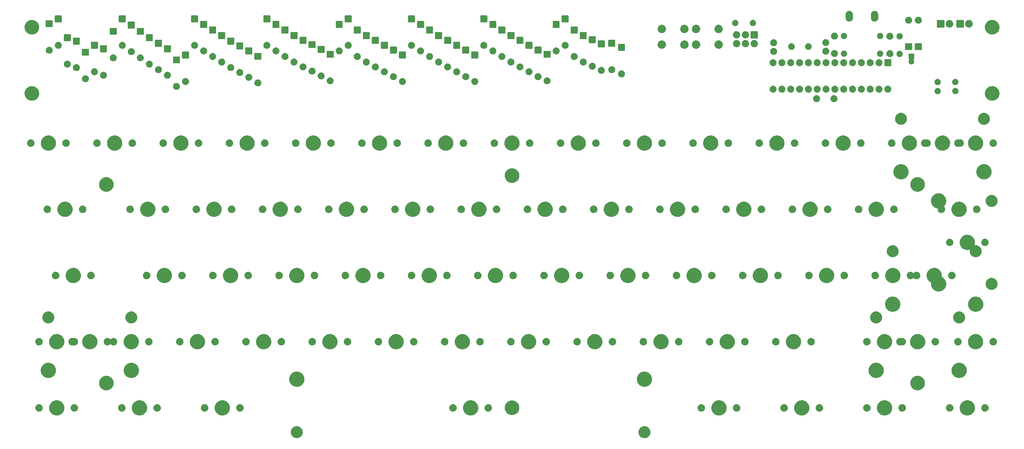
<source format=gts>
G04 #@! TF.GenerationSoftware,KiCad,Pcbnew,5.99.0-unknown-281d77f~86~ubuntu18.04.1*
G04 #@! TF.CreationDate,2019-09-27T10:58:50+01:00*
G04 #@! TF.ProjectId,gingham,67696e67-6861-46d2-9e6b-696361645f70,V1.0*
G04 #@! TF.SameCoordinates,Original*
G04 #@! TF.FileFunction,Soldermask,Top*
G04 #@! TF.FilePolarity,Negative*
%FSLAX46Y46*%
G04 Gerber Fmt 4.6, Leading zero omitted, Abs format (unit mm)*
G04 Created by KiCad (PCBNEW 5.99.0-unknown-281d77f~86~ubuntu18.04.1) date 2019-09-27 10:58:50*
%MOMM*%
%LPD*%
G04 APERTURE LIST*
%ADD10C,0.100000*%
G04 APERTURE END LIST*
D10*
G36*
X226327714Y-164802439D02*
G01*
X226428847Y-164807828D01*
X226458508Y-164813998D01*
X226485536Y-164816386D01*
X226583514Y-164839999D01*
X226685647Y-164861243D01*
X226711204Y-164870773D01*
X226734648Y-164876423D01*
X226830802Y-164915369D01*
X226931413Y-164952886D01*
X226952600Y-164964703D01*
X226972149Y-164972621D01*
X227064065Y-165026872D01*
X227160489Y-165080651D01*
X227177248Y-165093674D01*
X227192822Y-165102866D01*
X227278023Y-165171983D01*
X227367604Y-165241595D01*
X227380124Y-165254812D01*
X227391818Y-165264298D01*
X227467815Y-165347380D01*
X227547991Y-165432015D01*
X227556648Y-165444493D01*
X227564769Y-165453372D01*
X227629276Y-165549187D01*
X227697499Y-165647531D01*
X227702837Y-165658451D01*
X227707874Y-165665933D01*
X227758753Y-165772843D01*
X227812688Y-165883181D01*
X227815409Y-165891892D01*
X227817988Y-165897310D01*
X227853271Y-166013079D01*
X227890907Y-166133543D01*
X227891826Y-166139581D01*
X227892692Y-166142424D01*
X227910752Y-166263995D01*
X227930356Y-166392856D01*
X227928575Y-166452861D01*
X227920712Y-166743464D01*
X227919820Y-166747827D01*
X227919632Y-166754172D01*
X227893634Y-166875959D01*
X227869669Y-166993226D01*
X227867098Y-167000271D01*
X227864874Y-167010689D01*
X227821890Y-167124143D01*
X227781818Y-167233944D01*
X227776788Y-167243188D01*
X227771945Y-167255972D01*
X227713866Y-167358836D01*
X227659354Y-167459025D01*
X227651193Y-167469836D01*
X227642983Y-167484376D01*
X227571933Y-167574826D01*
X227504965Y-167663535D01*
X227493137Y-167675138D01*
X227480956Y-167690645D01*
X227399283Y-167767207D01*
X227322038Y-167842983D01*
X227306182Y-167854482D01*
X227289594Y-167870032D01*
X227199820Y-167931617D01*
X227114610Y-167993412D01*
X227094547Y-168003834D01*
X227073299Y-168018410D01*
X226977956Y-168064398D01*
X226887207Y-168111538D01*
X226862973Y-168119859D01*
X226837049Y-168132363D01*
X226738782Y-168162500D01*
X226644855Y-168194750D01*
X226616682Y-168199946D01*
X226586280Y-168209270D01*
X226487590Y-168223755D01*
X226392866Y-168241226D01*
X226361222Y-168242303D01*
X226326764Y-168247361D01*
X226230021Y-168246770D01*
X226136767Y-168249945D01*
X226102323Y-168245990D01*
X226064472Y-168245759D01*
X225971922Y-168231018D01*
X225882199Y-168220716D01*
X225845803Y-168210930D01*
X225805441Y-168204501D01*
X225719074Y-168176855D01*
X225634741Y-168154179D01*
X225597421Y-168137913D01*
X225555631Y-168124536D01*
X225477165Y-168085500D01*
X225399846Y-168051800D01*
X225362779Y-168028593D01*
X225320791Y-168007704D01*
X225251595Y-167958982D01*
X225182652Y-167915818D01*
X225147139Y-167885433D01*
X225106324Y-167856695D01*
X225047473Y-167800160D01*
X224987954Y-167749236D01*
X224955346Y-167711659D01*
X224917168Y-167674983D01*
X224869374Y-167612584D01*
X224820009Y-167555696D01*
X224791701Y-167511176D01*
X224757673Y-167466750D01*
X224721323Y-167400493D01*
X224682517Y-167339463D01*
X224659877Y-167288491D01*
X224631511Y-167236788D01*
X224606634Y-167168624D01*
X224578500Y-167105284D01*
X224562841Y-167048629D01*
X224541586Y-166990388D01*
X224527900Y-166922208D01*
X224510237Y-166858300D01*
X224502761Y-166796967D01*
X224489965Y-166733221D01*
X224486889Y-166666762D01*
X224479231Y-166603938D01*
X224480984Y-166539169D01*
X224477838Y-166471205D01*
X224484532Y-166408050D01*
X224486162Y-166347796D01*
X224497993Y-166281039D01*
X224505483Y-166210369D01*
X224520886Y-166151864D01*
X224530879Y-166095478D01*
X224553403Y-166028355D01*
X224572264Y-165956716D01*
X224595136Y-165903988D01*
X224612399Y-165852544D01*
X224645970Y-165786800D01*
X224676645Y-165716083D01*
X224705619Y-165669985D01*
X224728927Y-165624338D01*
X224773593Y-165561835D01*
X224816223Y-165494008D01*
X224849868Y-165455098D01*
X224877912Y-165415855D01*
X224933403Y-165358492D01*
X224987786Y-165295600D01*
X225024634Y-165264185D01*
X225056076Y-165231682D01*
X225121825Y-165181322D01*
X225187386Y-165125427D01*
X225225993Y-165101536D01*
X225259505Y-165075868D01*
X225334604Y-165034325D01*
X225410431Y-164987402D01*
X225449423Y-164970811D01*
X225483721Y-164951838D01*
X225566944Y-164920805D01*
X225651787Y-164884704D01*
X225689920Y-164874949D01*
X225723822Y-164862307D01*
X225813654Y-164843295D01*
X225905900Y-164819696D01*
X225942059Y-164816119D01*
X225974508Y-164809251D01*
X226069149Y-164803545D01*
X226166922Y-164793872D01*
X226200191Y-164795645D01*
X226230289Y-164793830D01*
X226327714Y-164802439D01*
X226327714Y-164802439D01*
G37*
G36*
X126327914Y-164802439D02*
G01*
X126429047Y-164807828D01*
X126458708Y-164813998D01*
X126485736Y-164816386D01*
X126583714Y-164839999D01*
X126685847Y-164861243D01*
X126711404Y-164870773D01*
X126734848Y-164876423D01*
X126831002Y-164915369D01*
X126931613Y-164952886D01*
X126952800Y-164964703D01*
X126972349Y-164972621D01*
X127064265Y-165026872D01*
X127160689Y-165080651D01*
X127177448Y-165093674D01*
X127193022Y-165102866D01*
X127278223Y-165171983D01*
X127367804Y-165241595D01*
X127380324Y-165254812D01*
X127392018Y-165264298D01*
X127468015Y-165347380D01*
X127548191Y-165432015D01*
X127556848Y-165444493D01*
X127564969Y-165453372D01*
X127629476Y-165549187D01*
X127697699Y-165647531D01*
X127703037Y-165658451D01*
X127708074Y-165665933D01*
X127758953Y-165772843D01*
X127812888Y-165883181D01*
X127815609Y-165891892D01*
X127818188Y-165897310D01*
X127853471Y-166013079D01*
X127891107Y-166133543D01*
X127892026Y-166139581D01*
X127892892Y-166142424D01*
X127910952Y-166263995D01*
X127930556Y-166392856D01*
X127928775Y-166452861D01*
X127920912Y-166743464D01*
X127920020Y-166747827D01*
X127919832Y-166754172D01*
X127893834Y-166875959D01*
X127869869Y-166993226D01*
X127867298Y-167000271D01*
X127865074Y-167010689D01*
X127822090Y-167124143D01*
X127782018Y-167233944D01*
X127776988Y-167243188D01*
X127772145Y-167255972D01*
X127714066Y-167358836D01*
X127659554Y-167459025D01*
X127651393Y-167469836D01*
X127643183Y-167484376D01*
X127572133Y-167574826D01*
X127505165Y-167663535D01*
X127493337Y-167675138D01*
X127481156Y-167690645D01*
X127399483Y-167767207D01*
X127322238Y-167842983D01*
X127306382Y-167854482D01*
X127289794Y-167870032D01*
X127200020Y-167931617D01*
X127114810Y-167993412D01*
X127094747Y-168003834D01*
X127073499Y-168018410D01*
X126978156Y-168064398D01*
X126887407Y-168111538D01*
X126863173Y-168119859D01*
X126837249Y-168132363D01*
X126738982Y-168162500D01*
X126645055Y-168194750D01*
X126616882Y-168199946D01*
X126586480Y-168209270D01*
X126487790Y-168223755D01*
X126393066Y-168241226D01*
X126361422Y-168242303D01*
X126326964Y-168247361D01*
X126230221Y-168246770D01*
X126136967Y-168249945D01*
X126102523Y-168245990D01*
X126064672Y-168245759D01*
X125972122Y-168231018D01*
X125882399Y-168220716D01*
X125846003Y-168210930D01*
X125805641Y-168204501D01*
X125719274Y-168176855D01*
X125634941Y-168154179D01*
X125597621Y-168137913D01*
X125555831Y-168124536D01*
X125477365Y-168085500D01*
X125400046Y-168051800D01*
X125362979Y-168028593D01*
X125320991Y-168007704D01*
X125251795Y-167958982D01*
X125182852Y-167915818D01*
X125147339Y-167885433D01*
X125106524Y-167856695D01*
X125047673Y-167800160D01*
X124988154Y-167749236D01*
X124955546Y-167711659D01*
X124917368Y-167674983D01*
X124869574Y-167612584D01*
X124820209Y-167555696D01*
X124791901Y-167511176D01*
X124757873Y-167466750D01*
X124721523Y-167400493D01*
X124682717Y-167339463D01*
X124660077Y-167288491D01*
X124631711Y-167236788D01*
X124606834Y-167168624D01*
X124578700Y-167105284D01*
X124563041Y-167048629D01*
X124541786Y-166990388D01*
X124528100Y-166922208D01*
X124510437Y-166858300D01*
X124502961Y-166796967D01*
X124490165Y-166733221D01*
X124487089Y-166666762D01*
X124479431Y-166603938D01*
X124481184Y-166539169D01*
X124478038Y-166471205D01*
X124484732Y-166408050D01*
X124486362Y-166347796D01*
X124498193Y-166281039D01*
X124505683Y-166210369D01*
X124521086Y-166151864D01*
X124531079Y-166095478D01*
X124553603Y-166028355D01*
X124572464Y-165956716D01*
X124595336Y-165903988D01*
X124612599Y-165852544D01*
X124646170Y-165786800D01*
X124676845Y-165716083D01*
X124705819Y-165669985D01*
X124729127Y-165624338D01*
X124773793Y-165561835D01*
X124816423Y-165494008D01*
X124850068Y-165455098D01*
X124878112Y-165415855D01*
X124933603Y-165358492D01*
X124987986Y-165295600D01*
X125024834Y-165264185D01*
X125056276Y-165231682D01*
X125122025Y-165181322D01*
X125187586Y-165125427D01*
X125226193Y-165101536D01*
X125259705Y-165075868D01*
X125334804Y-165034325D01*
X125410631Y-164987402D01*
X125449623Y-164970811D01*
X125483921Y-164951838D01*
X125567144Y-164920805D01*
X125651987Y-164884704D01*
X125690120Y-164874949D01*
X125724022Y-164862307D01*
X125813854Y-164843295D01*
X125906100Y-164819696D01*
X125942259Y-164816119D01*
X125974708Y-164809251D01*
X126069349Y-164803545D01*
X126167122Y-164793872D01*
X126200391Y-164795645D01*
X126230489Y-164793830D01*
X126327914Y-164802439D01*
X126327914Y-164802439D01*
G37*
G36*
X104893051Y-157343708D02*
G01*
X104914461Y-157343727D01*
X105031417Y-157359228D01*
X105158126Y-157373441D01*
X105180231Y-157378952D01*
X105199558Y-157381514D01*
X105314951Y-157412542D01*
X105440916Y-157443948D01*
X105460310Y-157451627D01*
X105477285Y-157456191D01*
X105588979Y-157502570D01*
X105711897Y-157551237D01*
X105728418Y-157560470D01*
X105742891Y-157566480D01*
X105848792Y-157627745D01*
X105966308Y-157693423D01*
X105979912Y-157703600D01*
X105991825Y-157710492D01*
X106089807Y-157785812D01*
X106199679Y-157868007D01*
X106210438Y-157878543D01*
X106219833Y-157885765D01*
X106307876Y-157973962D01*
X106407910Y-158071922D01*
X106415990Y-158082263D01*
X106423014Y-158089300D01*
X106499187Y-158188750D01*
X106587343Y-158301585D01*
X106593013Y-158311249D01*
X106597891Y-158317618D01*
X106660476Y-158426237D01*
X106734825Y-158552963D01*
X106738418Y-158561510D01*
X106741467Y-158566802D01*
X106788990Y-158681815D01*
X106847766Y-158821637D01*
X106849691Y-158828721D01*
X106851293Y-158832599D01*
X106882595Y-158949830D01*
X106924180Y-159102889D01*
X106924896Y-159108252D01*
X106925483Y-159110452D01*
X106939906Y-159220752D01*
X106962726Y-159391776D01*
X106962654Y-159394712D01*
X106962773Y-159395620D01*
X106962523Y-159683211D01*
X106954039Y-159747221D01*
X106952988Y-159790225D01*
X106936257Y-159881387D01*
X106924736Y-159968308D01*
X106910772Y-160020240D01*
X106900376Y-160076884D01*
X106872341Y-160163166D01*
X106850059Y-160246035D01*
X106828711Y-160297447D01*
X106810314Y-160354067D01*
X106771961Y-160434115D01*
X106739770Y-160511641D01*
X106710945Y-160561467D01*
X106684384Y-160616904D01*
X106636856Y-160689534D01*
X106595758Y-160760575D01*
X106559521Y-160807715D01*
X106524798Y-160860777D01*
X106469363Y-160924999D01*
X106420485Y-160988583D01*
X106377061Y-161031931D01*
X106334360Y-161081401D01*
X106272388Y-161136422D01*
X106216950Y-161191764D01*
X106166736Y-161230224D01*
X106116416Y-161274901D01*
X106049322Y-161320157D01*
X105988632Y-161366641D01*
X105932197Y-161399158D01*
X105874795Y-161437876D01*
X105804052Y-161472993D01*
X105739448Y-161510217D01*
X105677507Y-161535811D01*
X105613742Y-161567464D01*
X105540827Y-161592286D01*
X105473651Y-161620043D01*
X105407066Y-161637822D01*
X105337844Y-161661387D01*
X105264200Y-161675969D01*
X105195798Y-161694233D01*
X105125599Y-161703413D01*
X105051947Y-161717996D01*
X104978955Y-161722588D01*
X104910630Y-161731523D01*
X104837956Y-161731460D01*
X104761075Y-161736297D01*
X104690064Y-161731331D01*
X104623039Y-161731273D01*
X104549112Y-161721475D01*
X104470337Y-161715966D01*
X104402519Y-161702045D01*
X104337942Y-161693486D01*
X104264117Y-161673636D01*
X104184843Y-161657363D01*
X104121288Y-161635231D01*
X104060215Y-161618809D01*
X103987881Y-161588773D01*
X103909606Y-161561515D01*
X103851274Y-161532049D01*
X103794609Y-161508520D01*
X103725183Y-161468356D01*
X103649465Y-161430108D01*
X103597147Y-161394286D01*
X103545675Y-161364508D01*
X103480604Y-161314487D01*
X103408987Y-161265450D01*
X103363304Y-161224317D01*
X103317667Y-161189235D01*
X103258360Y-161129825D01*
X103192400Y-161070434D01*
X103153820Y-161025102D01*
X103114486Y-160985700D01*
X103062302Y-160917569D01*
X103003507Y-160848485D01*
X102972307Y-160800072D01*
X102939609Y-160757382D01*
X102895843Y-160681424D01*
X102845627Y-160603504D01*
X102821926Y-160553136D01*
X102796033Y-160508198D01*
X102761847Y-160425463D01*
X102721535Y-160339795D01*
X102705291Y-160288587D01*
X102686207Y-160242401D01*
X102662633Y-160154111D01*
X102633410Y-160061990D01*
X102624417Y-160010988D01*
X102612017Y-159964548D01*
X102599930Y-159872111D01*
X102582801Y-159774970D01*
X102580713Y-159725158D01*
X102574727Y-159679380D01*
X102574810Y-159584309D01*
X102570596Y-159483778D01*
X102574939Y-159436062D01*
X102574977Y-159391789D01*
X102587713Y-159295701D01*
X102597011Y-159193530D01*
X102607196Y-159148700D01*
X102612764Y-159106692D01*
X102638409Y-159011316D01*
X102661581Y-158909326D01*
X102676932Y-158868047D01*
X102687441Y-158828965D01*
X102726011Y-158736078D01*
X102763171Y-158636157D01*
X102782941Y-158598975D01*
X102797730Y-158563359D01*
X102849001Y-158474734D01*
X102899997Y-158378824D01*
X102923385Y-158346156D01*
X102941742Y-158314425D01*
X103005248Y-158231812D01*
X103069656Y-158141848D01*
X103095832Y-158113973D01*
X103117015Y-158086417D01*
X103192032Y-158011530D01*
X103269165Y-157929392D01*
X103297299Y-157906447D01*
X103320550Y-157883236D01*
X103406116Y-157817698D01*
X103495021Y-157745189D01*
X103524301Y-157727176D01*
X103548868Y-157708359D01*
X103643771Y-157653677D01*
X103743254Y-157592475D01*
X103772896Y-157579277D01*
X103798052Y-157564783D01*
X103900885Y-157522293D01*
X104009505Y-157473932D01*
X104038776Y-157465317D01*
X104063849Y-157454957D01*
X104173004Y-157425811D01*
X104289094Y-157391644D01*
X104317345Y-157387270D01*
X104341702Y-157380767D01*
X104455376Y-157365902D01*
X104577111Y-157347057D01*
X104603761Y-157346499D01*
X104626870Y-157343477D01*
X104743207Y-157343578D01*
X104868495Y-157340954D01*
X104893051Y-157343708D01*
X104893051Y-157343708D01*
G37*
G36*
X81080551Y-157343708D02*
G01*
X81101961Y-157343727D01*
X81218917Y-157359228D01*
X81345626Y-157373441D01*
X81367731Y-157378952D01*
X81387058Y-157381514D01*
X81502451Y-157412542D01*
X81628416Y-157443948D01*
X81647810Y-157451627D01*
X81664785Y-157456191D01*
X81776479Y-157502570D01*
X81899397Y-157551237D01*
X81915918Y-157560470D01*
X81930391Y-157566480D01*
X82036292Y-157627745D01*
X82153808Y-157693423D01*
X82167412Y-157703600D01*
X82179325Y-157710492D01*
X82277307Y-157785812D01*
X82387179Y-157868007D01*
X82397938Y-157878543D01*
X82407333Y-157885765D01*
X82495376Y-157973962D01*
X82595410Y-158071922D01*
X82603490Y-158082263D01*
X82610514Y-158089300D01*
X82686687Y-158188750D01*
X82774843Y-158301585D01*
X82780513Y-158311249D01*
X82785391Y-158317618D01*
X82847976Y-158426237D01*
X82922325Y-158552963D01*
X82925918Y-158561510D01*
X82928967Y-158566802D01*
X82976490Y-158681815D01*
X83035266Y-158821637D01*
X83037191Y-158828721D01*
X83038793Y-158832599D01*
X83070095Y-158949830D01*
X83111680Y-159102889D01*
X83112396Y-159108252D01*
X83112983Y-159110452D01*
X83127406Y-159220752D01*
X83150226Y-159391776D01*
X83150154Y-159394712D01*
X83150273Y-159395620D01*
X83150023Y-159683211D01*
X83141539Y-159747221D01*
X83140488Y-159790225D01*
X83123757Y-159881387D01*
X83112236Y-159968308D01*
X83098272Y-160020240D01*
X83087876Y-160076884D01*
X83059841Y-160163166D01*
X83037559Y-160246035D01*
X83016211Y-160297447D01*
X82997814Y-160354067D01*
X82959461Y-160434115D01*
X82927270Y-160511641D01*
X82898445Y-160561467D01*
X82871884Y-160616904D01*
X82824356Y-160689534D01*
X82783258Y-160760575D01*
X82747021Y-160807715D01*
X82712298Y-160860777D01*
X82656863Y-160924999D01*
X82607985Y-160988583D01*
X82564561Y-161031931D01*
X82521860Y-161081401D01*
X82459888Y-161136422D01*
X82404450Y-161191764D01*
X82354236Y-161230224D01*
X82303916Y-161274901D01*
X82236822Y-161320157D01*
X82176132Y-161366641D01*
X82119697Y-161399158D01*
X82062295Y-161437876D01*
X81991552Y-161472993D01*
X81926948Y-161510217D01*
X81865007Y-161535811D01*
X81801242Y-161567464D01*
X81728327Y-161592286D01*
X81661151Y-161620043D01*
X81594566Y-161637822D01*
X81525344Y-161661387D01*
X81451700Y-161675969D01*
X81383298Y-161694233D01*
X81313099Y-161703413D01*
X81239447Y-161717996D01*
X81166455Y-161722588D01*
X81098130Y-161731523D01*
X81025456Y-161731460D01*
X80948575Y-161736297D01*
X80877564Y-161731331D01*
X80810539Y-161731273D01*
X80736612Y-161721475D01*
X80657837Y-161715966D01*
X80590019Y-161702045D01*
X80525442Y-161693486D01*
X80451617Y-161673636D01*
X80372343Y-161657363D01*
X80308788Y-161635231D01*
X80247715Y-161618809D01*
X80175381Y-161588773D01*
X80097106Y-161561515D01*
X80038774Y-161532049D01*
X79982109Y-161508520D01*
X79912683Y-161468356D01*
X79836965Y-161430108D01*
X79784647Y-161394286D01*
X79733175Y-161364508D01*
X79668104Y-161314487D01*
X79596487Y-161265450D01*
X79550804Y-161224317D01*
X79505167Y-161189235D01*
X79445860Y-161129825D01*
X79379900Y-161070434D01*
X79341320Y-161025102D01*
X79301986Y-160985700D01*
X79249802Y-160917569D01*
X79191007Y-160848485D01*
X79159807Y-160800072D01*
X79127109Y-160757382D01*
X79083343Y-160681424D01*
X79033127Y-160603504D01*
X79009426Y-160553136D01*
X78983533Y-160508198D01*
X78949347Y-160425463D01*
X78909035Y-160339795D01*
X78892791Y-160288587D01*
X78873707Y-160242401D01*
X78850133Y-160154111D01*
X78820910Y-160061990D01*
X78811917Y-160010988D01*
X78799517Y-159964548D01*
X78787430Y-159872111D01*
X78770301Y-159774970D01*
X78768213Y-159725158D01*
X78762227Y-159679380D01*
X78762310Y-159584309D01*
X78758096Y-159483778D01*
X78762439Y-159436062D01*
X78762477Y-159391789D01*
X78775213Y-159295701D01*
X78784511Y-159193530D01*
X78794696Y-159148700D01*
X78800264Y-159106692D01*
X78825909Y-159011316D01*
X78849081Y-158909326D01*
X78864432Y-158868047D01*
X78874941Y-158828965D01*
X78913511Y-158736078D01*
X78950671Y-158636157D01*
X78970441Y-158598975D01*
X78985230Y-158563359D01*
X79036501Y-158474734D01*
X79087497Y-158378824D01*
X79110885Y-158346156D01*
X79129242Y-158314425D01*
X79192748Y-158231812D01*
X79257156Y-158141848D01*
X79283332Y-158113973D01*
X79304515Y-158086417D01*
X79379532Y-158011530D01*
X79456665Y-157929392D01*
X79484799Y-157906447D01*
X79508050Y-157883236D01*
X79593616Y-157817698D01*
X79682521Y-157745189D01*
X79711801Y-157727176D01*
X79736368Y-157708359D01*
X79831271Y-157653677D01*
X79930754Y-157592475D01*
X79960396Y-157579277D01*
X79985552Y-157564783D01*
X80088385Y-157522293D01*
X80197005Y-157473932D01*
X80226276Y-157465317D01*
X80251349Y-157454957D01*
X80360504Y-157425811D01*
X80476594Y-157391644D01*
X80504845Y-157387270D01*
X80529202Y-157380767D01*
X80642876Y-157365902D01*
X80764611Y-157347057D01*
X80791261Y-157346499D01*
X80814370Y-157343477D01*
X80930707Y-157343578D01*
X81055995Y-157340954D01*
X81080551Y-157343708D01*
X81080551Y-157343708D01*
G37*
G36*
X176330551Y-157343708D02*
G01*
X176351961Y-157343727D01*
X176468917Y-157359228D01*
X176595626Y-157373441D01*
X176617731Y-157378952D01*
X176637058Y-157381514D01*
X176752451Y-157412542D01*
X176878416Y-157443948D01*
X176897810Y-157451627D01*
X176914785Y-157456191D01*
X177026479Y-157502570D01*
X177149397Y-157551237D01*
X177165918Y-157560470D01*
X177180391Y-157566480D01*
X177286292Y-157627745D01*
X177403808Y-157693423D01*
X177417412Y-157703600D01*
X177429325Y-157710492D01*
X177527307Y-157785812D01*
X177637179Y-157868007D01*
X177647938Y-157878543D01*
X177657333Y-157885765D01*
X177745376Y-157973962D01*
X177845410Y-158071922D01*
X177853490Y-158082263D01*
X177860514Y-158089300D01*
X177936687Y-158188750D01*
X178024843Y-158301585D01*
X178030513Y-158311249D01*
X178035391Y-158317618D01*
X178097976Y-158426237D01*
X178172325Y-158552963D01*
X178175918Y-158561510D01*
X178178967Y-158566802D01*
X178226490Y-158681815D01*
X178285266Y-158821637D01*
X178287191Y-158828721D01*
X178288793Y-158832599D01*
X178320095Y-158949830D01*
X178361680Y-159102889D01*
X178362396Y-159108252D01*
X178362983Y-159110452D01*
X178377406Y-159220752D01*
X178400226Y-159391776D01*
X178400154Y-159394712D01*
X178400273Y-159395620D01*
X178400023Y-159683211D01*
X178391539Y-159747221D01*
X178390488Y-159790225D01*
X178373757Y-159881387D01*
X178362236Y-159968308D01*
X178348272Y-160020240D01*
X178337876Y-160076884D01*
X178309841Y-160163166D01*
X178287559Y-160246035D01*
X178266211Y-160297447D01*
X178247814Y-160354067D01*
X178209461Y-160434115D01*
X178177270Y-160511641D01*
X178148445Y-160561467D01*
X178121884Y-160616904D01*
X178074356Y-160689534D01*
X178033258Y-160760575D01*
X177997021Y-160807715D01*
X177962298Y-160860777D01*
X177906863Y-160924999D01*
X177857985Y-160988583D01*
X177814561Y-161031931D01*
X177771860Y-161081401D01*
X177709888Y-161136422D01*
X177654450Y-161191764D01*
X177604236Y-161230224D01*
X177553916Y-161274901D01*
X177486822Y-161320157D01*
X177426132Y-161366641D01*
X177369697Y-161399158D01*
X177312295Y-161437876D01*
X177241552Y-161472993D01*
X177176948Y-161510217D01*
X177115007Y-161535811D01*
X177051242Y-161567464D01*
X176978327Y-161592286D01*
X176911151Y-161620043D01*
X176844566Y-161637822D01*
X176775344Y-161661387D01*
X176701700Y-161675969D01*
X176633298Y-161694233D01*
X176563099Y-161703413D01*
X176489447Y-161717996D01*
X176416455Y-161722588D01*
X176348130Y-161731523D01*
X176275456Y-161731460D01*
X176198575Y-161736297D01*
X176127564Y-161731331D01*
X176060539Y-161731273D01*
X175986612Y-161721475D01*
X175907837Y-161715966D01*
X175840019Y-161702045D01*
X175775442Y-161693486D01*
X175701617Y-161673636D01*
X175622343Y-161657363D01*
X175558788Y-161635231D01*
X175497715Y-161618809D01*
X175425381Y-161588773D01*
X175347106Y-161561515D01*
X175288774Y-161532049D01*
X175232109Y-161508520D01*
X175162683Y-161468356D01*
X175086965Y-161430108D01*
X175034647Y-161394286D01*
X174983175Y-161364508D01*
X174918104Y-161314487D01*
X174846487Y-161265450D01*
X174800804Y-161224317D01*
X174755167Y-161189235D01*
X174695860Y-161129825D01*
X174629900Y-161070434D01*
X174591320Y-161025102D01*
X174551986Y-160985700D01*
X174499802Y-160917569D01*
X174441007Y-160848485D01*
X174409807Y-160800072D01*
X174377109Y-160757382D01*
X174333343Y-160681424D01*
X174283127Y-160603504D01*
X174259426Y-160553136D01*
X174233533Y-160508198D01*
X174199347Y-160425463D01*
X174159035Y-160339795D01*
X174142791Y-160288587D01*
X174123707Y-160242401D01*
X174100133Y-160154111D01*
X174070910Y-160061990D01*
X174061917Y-160010988D01*
X174049517Y-159964548D01*
X174037430Y-159872111D01*
X174020301Y-159774970D01*
X174018213Y-159725158D01*
X174012227Y-159679380D01*
X174012310Y-159584309D01*
X174008096Y-159483778D01*
X174012439Y-159436062D01*
X174012477Y-159391789D01*
X174025213Y-159295701D01*
X174034511Y-159193530D01*
X174044696Y-159148700D01*
X174050264Y-159106692D01*
X174075909Y-159011316D01*
X174099081Y-158909326D01*
X174114432Y-158868047D01*
X174124941Y-158828965D01*
X174163511Y-158736078D01*
X174200671Y-158636157D01*
X174220441Y-158598975D01*
X174235230Y-158563359D01*
X174286501Y-158474734D01*
X174337497Y-158378824D01*
X174360885Y-158346156D01*
X174379242Y-158314425D01*
X174442748Y-158231812D01*
X174507156Y-158141848D01*
X174533332Y-158113973D01*
X174554515Y-158086417D01*
X174629532Y-158011530D01*
X174706665Y-157929392D01*
X174734799Y-157906447D01*
X174758050Y-157883236D01*
X174843616Y-157817698D01*
X174932521Y-157745189D01*
X174961801Y-157727176D01*
X174986368Y-157708359D01*
X175081271Y-157653677D01*
X175180754Y-157592475D01*
X175210396Y-157579277D01*
X175235552Y-157564783D01*
X175338385Y-157522293D01*
X175447005Y-157473932D01*
X175476276Y-157465317D01*
X175501349Y-157454957D01*
X175610504Y-157425811D01*
X175726594Y-157391644D01*
X175754845Y-157387270D01*
X175779202Y-157380767D01*
X175892876Y-157365902D01*
X176014611Y-157347057D01*
X176041261Y-157346499D01*
X176064370Y-157343477D01*
X176180707Y-157343578D01*
X176305995Y-157340954D01*
X176330551Y-157343708D01*
X176330551Y-157343708D01*
G37*
G36*
X247768051Y-157343708D02*
G01*
X247789461Y-157343727D01*
X247906417Y-157359228D01*
X248033126Y-157373441D01*
X248055231Y-157378952D01*
X248074558Y-157381514D01*
X248189951Y-157412542D01*
X248315916Y-157443948D01*
X248335310Y-157451627D01*
X248352285Y-157456191D01*
X248463979Y-157502570D01*
X248586897Y-157551237D01*
X248603418Y-157560470D01*
X248617891Y-157566480D01*
X248723792Y-157627745D01*
X248841308Y-157693423D01*
X248854912Y-157703600D01*
X248866825Y-157710492D01*
X248964807Y-157785812D01*
X249074679Y-157868007D01*
X249085438Y-157878543D01*
X249094833Y-157885765D01*
X249182876Y-157973962D01*
X249282910Y-158071922D01*
X249290990Y-158082263D01*
X249298014Y-158089300D01*
X249374187Y-158188750D01*
X249462343Y-158301585D01*
X249468013Y-158311249D01*
X249472891Y-158317618D01*
X249535476Y-158426237D01*
X249609825Y-158552963D01*
X249613418Y-158561510D01*
X249616467Y-158566802D01*
X249663990Y-158681815D01*
X249722766Y-158821637D01*
X249724691Y-158828721D01*
X249726293Y-158832599D01*
X249757595Y-158949830D01*
X249799180Y-159102889D01*
X249799896Y-159108252D01*
X249800483Y-159110452D01*
X249814906Y-159220752D01*
X249837726Y-159391776D01*
X249837654Y-159394712D01*
X249837773Y-159395620D01*
X249837523Y-159683211D01*
X249829039Y-159747221D01*
X249827988Y-159790225D01*
X249811257Y-159881387D01*
X249799736Y-159968308D01*
X249785772Y-160020240D01*
X249775376Y-160076884D01*
X249747341Y-160163166D01*
X249725059Y-160246035D01*
X249703711Y-160297447D01*
X249685314Y-160354067D01*
X249646961Y-160434115D01*
X249614770Y-160511641D01*
X249585945Y-160561467D01*
X249559384Y-160616904D01*
X249511856Y-160689534D01*
X249470758Y-160760575D01*
X249434521Y-160807715D01*
X249399798Y-160860777D01*
X249344363Y-160924999D01*
X249295485Y-160988583D01*
X249252061Y-161031931D01*
X249209360Y-161081401D01*
X249147388Y-161136422D01*
X249091950Y-161191764D01*
X249041736Y-161230224D01*
X248991416Y-161274901D01*
X248924322Y-161320157D01*
X248863632Y-161366641D01*
X248807197Y-161399158D01*
X248749795Y-161437876D01*
X248679052Y-161472993D01*
X248614448Y-161510217D01*
X248552507Y-161535811D01*
X248488742Y-161567464D01*
X248415827Y-161592286D01*
X248348651Y-161620043D01*
X248282066Y-161637822D01*
X248212844Y-161661387D01*
X248139200Y-161675969D01*
X248070798Y-161694233D01*
X248000599Y-161703413D01*
X247926947Y-161717996D01*
X247853955Y-161722588D01*
X247785630Y-161731523D01*
X247712956Y-161731460D01*
X247636075Y-161736297D01*
X247565064Y-161731331D01*
X247498039Y-161731273D01*
X247424112Y-161721475D01*
X247345337Y-161715966D01*
X247277519Y-161702045D01*
X247212942Y-161693486D01*
X247139117Y-161673636D01*
X247059843Y-161657363D01*
X246996288Y-161635231D01*
X246935215Y-161618809D01*
X246862881Y-161588773D01*
X246784606Y-161561515D01*
X246726274Y-161532049D01*
X246669609Y-161508520D01*
X246600183Y-161468356D01*
X246524465Y-161430108D01*
X246472147Y-161394286D01*
X246420675Y-161364508D01*
X246355604Y-161314487D01*
X246283987Y-161265450D01*
X246238304Y-161224317D01*
X246192667Y-161189235D01*
X246133360Y-161129825D01*
X246067400Y-161070434D01*
X246028820Y-161025102D01*
X245989486Y-160985700D01*
X245937302Y-160917569D01*
X245878507Y-160848485D01*
X245847307Y-160800072D01*
X245814609Y-160757382D01*
X245770843Y-160681424D01*
X245720627Y-160603504D01*
X245696926Y-160553136D01*
X245671033Y-160508198D01*
X245636847Y-160425463D01*
X245596535Y-160339795D01*
X245580291Y-160288587D01*
X245561207Y-160242401D01*
X245537633Y-160154111D01*
X245508410Y-160061990D01*
X245499417Y-160010988D01*
X245487017Y-159964548D01*
X245474930Y-159872111D01*
X245457801Y-159774970D01*
X245455713Y-159725158D01*
X245449727Y-159679380D01*
X245449810Y-159584309D01*
X245445596Y-159483778D01*
X245449939Y-159436062D01*
X245449977Y-159391789D01*
X245462713Y-159295701D01*
X245472011Y-159193530D01*
X245482196Y-159148700D01*
X245487764Y-159106692D01*
X245513409Y-159011316D01*
X245536581Y-158909326D01*
X245551932Y-158868047D01*
X245562441Y-158828965D01*
X245601011Y-158736078D01*
X245638171Y-158636157D01*
X245657941Y-158598975D01*
X245672730Y-158563359D01*
X245724001Y-158474734D01*
X245774997Y-158378824D01*
X245798385Y-158346156D01*
X245816742Y-158314425D01*
X245880248Y-158231812D01*
X245944656Y-158141848D01*
X245970832Y-158113973D01*
X245992015Y-158086417D01*
X246067032Y-158011530D01*
X246144165Y-157929392D01*
X246172299Y-157906447D01*
X246195550Y-157883236D01*
X246281116Y-157817698D01*
X246370021Y-157745189D01*
X246399301Y-157727176D01*
X246423868Y-157708359D01*
X246518771Y-157653677D01*
X246618254Y-157592475D01*
X246647896Y-157579277D01*
X246673052Y-157564783D01*
X246775885Y-157522293D01*
X246884505Y-157473932D01*
X246913776Y-157465317D01*
X246938849Y-157454957D01*
X247048004Y-157425811D01*
X247164094Y-157391644D01*
X247192345Y-157387270D01*
X247216702Y-157380767D01*
X247330376Y-157365902D01*
X247452111Y-157347057D01*
X247478761Y-157346499D01*
X247501870Y-157343477D01*
X247618207Y-157343578D01*
X247743495Y-157340954D01*
X247768051Y-157343708D01*
X247768051Y-157343708D01*
G37*
G36*
X271580551Y-157343708D02*
G01*
X271601961Y-157343727D01*
X271718917Y-157359228D01*
X271845626Y-157373441D01*
X271867731Y-157378952D01*
X271887058Y-157381514D01*
X272002451Y-157412542D01*
X272128416Y-157443948D01*
X272147810Y-157451627D01*
X272164785Y-157456191D01*
X272276479Y-157502570D01*
X272399397Y-157551237D01*
X272415918Y-157560470D01*
X272430391Y-157566480D01*
X272536292Y-157627745D01*
X272653808Y-157693423D01*
X272667412Y-157703600D01*
X272679325Y-157710492D01*
X272777307Y-157785812D01*
X272887179Y-157868007D01*
X272897938Y-157878543D01*
X272907333Y-157885765D01*
X272995376Y-157973962D01*
X273095410Y-158071922D01*
X273103490Y-158082263D01*
X273110514Y-158089300D01*
X273186687Y-158188750D01*
X273274843Y-158301585D01*
X273280513Y-158311249D01*
X273285391Y-158317618D01*
X273347976Y-158426237D01*
X273422325Y-158552963D01*
X273425918Y-158561510D01*
X273428967Y-158566802D01*
X273476490Y-158681815D01*
X273535266Y-158821637D01*
X273537191Y-158828721D01*
X273538793Y-158832599D01*
X273570095Y-158949830D01*
X273611680Y-159102889D01*
X273612396Y-159108252D01*
X273612983Y-159110452D01*
X273627406Y-159220752D01*
X273650226Y-159391776D01*
X273650154Y-159394712D01*
X273650273Y-159395620D01*
X273650023Y-159683211D01*
X273641539Y-159747221D01*
X273640488Y-159790225D01*
X273623757Y-159881387D01*
X273612236Y-159968308D01*
X273598272Y-160020240D01*
X273587876Y-160076884D01*
X273559841Y-160163166D01*
X273537559Y-160246035D01*
X273516211Y-160297447D01*
X273497814Y-160354067D01*
X273459461Y-160434115D01*
X273427270Y-160511641D01*
X273398445Y-160561467D01*
X273371884Y-160616904D01*
X273324356Y-160689534D01*
X273283258Y-160760575D01*
X273247021Y-160807715D01*
X273212298Y-160860777D01*
X273156863Y-160924999D01*
X273107985Y-160988583D01*
X273064561Y-161031931D01*
X273021860Y-161081401D01*
X272959888Y-161136422D01*
X272904450Y-161191764D01*
X272854236Y-161230224D01*
X272803916Y-161274901D01*
X272736822Y-161320157D01*
X272676132Y-161366641D01*
X272619697Y-161399158D01*
X272562295Y-161437876D01*
X272491552Y-161472993D01*
X272426948Y-161510217D01*
X272365007Y-161535811D01*
X272301242Y-161567464D01*
X272228327Y-161592286D01*
X272161151Y-161620043D01*
X272094566Y-161637822D01*
X272025344Y-161661387D01*
X271951700Y-161675969D01*
X271883298Y-161694233D01*
X271813099Y-161703413D01*
X271739447Y-161717996D01*
X271666455Y-161722588D01*
X271598130Y-161731523D01*
X271525456Y-161731460D01*
X271448575Y-161736297D01*
X271377564Y-161731331D01*
X271310539Y-161731273D01*
X271236612Y-161721475D01*
X271157837Y-161715966D01*
X271090019Y-161702045D01*
X271025442Y-161693486D01*
X270951617Y-161673636D01*
X270872343Y-161657363D01*
X270808788Y-161635231D01*
X270747715Y-161618809D01*
X270675381Y-161588773D01*
X270597106Y-161561515D01*
X270538774Y-161532049D01*
X270482109Y-161508520D01*
X270412683Y-161468356D01*
X270336965Y-161430108D01*
X270284647Y-161394286D01*
X270233175Y-161364508D01*
X270168104Y-161314487D01*
X270096487Y-161265450D01*
X270050804Y-161224317D01*
X270005167Y-161189235D01*
X269945860Y-161129825D01*
X269879900Y-161070434D01*
X269841320Y-161025102D01*
X269801986Y-160985700D01*
X269749802Y-160917569D01*
X269691007Y-160848485D01*
X269659807Y-160800072D01*
X269627109Y-160757382D01*
X269583343Y-160681424D01*
X269533127Y-160603504D01*
X269509426Y-160553136D01*
X269483533Y-160508198D01*
X269449347Y-160425463D01*
X269409035Y-160339795D01*
X269392791Y-160288587D01*
X269373707Y-160242401D01*
X269350133Y-160154111D01*
X269320910Y-160061990D01*
X269311917Y-160010988D01*
X269299517Y-159964548D01*
X269287430Y-159872111D01*
X269270301Y-159774970D01*
X269268213Y-159725158D01*
X269262227Y-159679380D01*
X269262310Y-159584309D01*
X269258096Y-159483778D01*
X269262439Y-159436062D01*
X269262477Y-159391789D01*
X269275213Y-159295701D01*
X269284511Y-159193530D01*
X269294696Y-159148700D01*
X269300264Y-159106692D01*
X269325909Y-159011316D01*
X269349081Y-158909326D01*
X269364432Y-158868047D01*
X269374941Y-158828965D01*
X269413511Y-158736078D01*
X269450671Y-158636157D01*
X269470441Y-158598975D01*
X269485230Y-158563359D01*
X269536501Y-158474734D01*
X269587497Y-158378824D01*
X269610885Y-158346156D01*
X269629242Y-158314425D01*
X269692748Y-158231812D01*
X269757156Y-158141848D01*
X269783332Y-158113973D01*
X269804515Y-158086417D01*
X269879532Y-158011530D01*
X269956665Y-157929392D01*
X269984799Y-157906447D01*
X270008050Y-157883236D01*
X270093616Y-157817698D01*
X270182521Y-157745189D01*
X270211801Y-157727176D01*
X270236368Y-157708359D01*
X270331271Y-157653677D01*
X270430754Y-157592475D01*
X270460396Y-157579277D01*
X270485552Y-157564783D01*
X270588385Y-157522293D01*
X270697005Y-157473932D01*
X270726276Y-157465317D01*
X270751349Y-157454957D01*
X270860504Y-157425811D01*
X270976594Y-157391644D01*
X271004845Y-157387270D01*
X271029202Y-157380767D01*
X271142876Y-157365902D01*
X271264611Y-157347057D01*
X271291261Y-157346499D01*
X271314370Y-157343477D01*
X271430707Y-157343578D01*
X271555995Y-157340954D01*
X271580551Y-157343708D01*
X271580551Y-157343708D01*
G37*
G36*
X295393051Y-157343708D02*
G01*
X295414461Y-157343727D01*
X295531417Y-157359228D01*
X295658126Y-157373441D01*
X295680231Y-157378952D01*
X295699558Y-157381514D01*
X295814951Y-157412542D01*
X295940916Y-157443948D01*
X295960310Y-157451627D01*
X295977285Y-157456191D01*
X296088979Y-157502570D01*
X296211897Y-157551237D01*
X296228418Y-157560470D01*
X296242891Y-157566480D01*
X296348792Y-157627745D01*
X296466308Y-157693423D01*
X296479912Y-157703600D01*
X296491825Y-157710492D01*
X296589807Y-157785812D01*
X296699679Y-157868007D01*
X296710438Y-157878543D01*
X296719833Y-157885765D01*
X296807876Y-157973962D01*
X296907910Y-158071922D01*
X296915990Y-158082263D01*
X296923014Y-158089300D01*
X296999187Y-158188750D01*
X297087343Y-158301585D01*
X297093013Y-158311249D01*
X297097891Y-158317618D01*
X297160476Y-158426237D01*
X297234825Y-158552963D01*
X297238418Y-158561510D01*
X297241467Y-158566802D01*
X297288990Y-158681815D01*
X297347766Y-158821637D01*
X297349691Y-158828721D01*
X297351293Y-158832599D01*
X297382595Y-158949830D01*
X297424180Y-159102889D01*
X297424896Y-159108252D01*
X297425483Y-159110452D01*
X297439906Y-159220752D01*
X297462726Y-159391776D01*
X297462654Y-159394712D01*
X297462773Y-159395620D01*
X297462523Y-159683211D01*
X297454039Y-159747221D01*
X297452988Y-159790225D01*
X297436257Y-159881387D01*
X297424736Y-159968308D01*
X297410772Y-160020240D01*
X297400376Y-160076884D01*
X297372341Y-160163166D01*
X297350059Y-160246035D01*
X297328711Y-160297447D01*
X297310314Y-160354067D01*
X297271961Y-160434115D01*
X297239770Y-160511641D01*
X297210945Y-160561467D01*
X297184384Y-160616904D01*
X297136856Y-160689534D01*
X297095758Y-160760575D01*
X297059521Y-160807715D01*
X297024798Y-160860777D01*
X296969363Y-160924999D01*
X296920485Y-160988583D01*
X296877061Y-161031931D01*
X296834360Y-161081401D01*
X296772388Y-161136422D01*
X296716950Y-161191764D01*
X296666736Y-161230224D01*
X296616416Y-161274901D01*
X296549322Y-161320157D01*
X296488632Y-161366641D01*
X296432197Y-161399158D01*
X296374795Y-161437876D01*
X296304052Y-161472993D01*
X296239448Y-161510217D01*
X296177507Y-161535811D01*
X296113742Y-161567464D01*
X296040827Y-161592286D01*
X295973651Y-161620043D01*
X295907066Y-161637822D01*
X295837844Y-161661387D01*
X295764200Y-161675969D01*
X295695798Y-161694233D01*
X295625599Y-161703413D01*
X295551947Y-161717996D01*
X295478955Y-161722588D01*
X295410630Y-161731523D01*
X295337956Y-161731460D01*
X295261075Y-161736297D01*
X295190064Y-161731331D01*
X295123039Y-161731273D01*
X295049112Y-161721475D01*
X294970337Y-161715966D01*
X294902519Y-161702045D01*
X294837942Y-161693486D01*
X294764117Y-161673636D01*
X294684843Y-161657363D01*
X294621288Y-161635231D01*
X294560215Y-161618809D01*
X294487881Y-161588773D01*
X294409606Y-161561515D01*
X294351274Y-161532049D01*
X294294609Y-161508520D01*
X294225183Y-161468356D01*
X294149465Y-161430108D01*
X294097147Y-161394286D01*
X294045675Y-161364508D01*
X293980604Y-161314487D01*
X293908987Y-161265450D01*
X293863304Y-161224317D01*
X293817667Y-161189235D01*
X293758360Y-161129825D01*
X293692400Y-161070434D01*
X293653820Y-161025102D01*
X293614486Y-160985700D01*
X293562302Y-160917569D01*
X293503507Y-160848485D01*
X293472307Y-160800072D01*
X293439609Y-160757382D01*
X293395843Y-160681424D01*
X293345627Y-160603504D01*
X293321926Y-160553136D01*
X293296033Y-160508198D01*
X293261847Y-160425463D01*
X293221535Y-160339795D01*
X293205291Y-160288587D01*
X293186207Y-160242401D01*
X293162633Y-160154111D01*
X293133410Y-160061990D01*
X293124417Y-160010988D01*
X293112017Y-159964548D01*
X293099930Y-159872111D01*
X293082801Y-159774970D01*
X293080713Y-159725158D01*
X293074727Y-159679380D01*
X293074810Y-159584309D01*
X293070596Y-159483778D01*
X293074939Y-159436062D01*
X293074977Y-159391789D01*
X293087713Y-159295701D01*
X293097011Y-159193530D01*
X293107196Y-159148700D01*
X293112764Y-159106692D01*
X293138409Y-159011316D01*
X293161581Y-158909326D01*
X293176932Y-158868047D01*
X293187441Y-158828965D01*
X293226011Y-158736078D01*
X293263171Y-158636157D01*
X293282941Y-158598975D01*
X293297730Y-158563359D01*
X293349001Y-158474734D01*
X293399997Y-158378824D01*
X293423385Y-158346156D01*
X293441742Y-158314425D01*
X293505248Y-158231812D01*
X293569656Y-158141848D01*
X293595832Y-158113973D01*
X293617015Y-158086417D01*
X293692032Y-158011530D01*
X293769165Y-157929392D01*
X293797299Y-157906447D01*
X293820550Y-157883236D01*
X293906116Y-157817698D01*
X293995021Y-157745189D01*
X294024301Y-157727176D01*
X294048868Y-157708359D01*
X294143771Y-157653677D01*
X294243254Y-157592475D01*
X294272896Y-157579277D01*
X294298052Y-157564783D01*
X294400885Y-157522293D01*
X294509505Y-157473932D01*
X294538776Y-157465317D01*
X294563849Y-157454957D01*
X294673004Y-157425811D01*
X294789094Y-157391644D01*
X294817345Y-157387270D01*
X294841702Y-157380767D01*
X294955376Y-157365902D01*
X295077111Y-157347057D01*
X295103761Y-157346499D01*
X295126870Y-157343477D01*
X295243207Y-157343578D01*
X295368495Y-157340954D01*
X295393051Y-157343708D01*
X295393051Y-157343708D01*
G37*
G36*
X319205551Y-157343708D02*
G01*
X319226961Y-157343727D01*
X319343917Y-157359228D01*
X319470626Y-157373441D01*
X319492731Y-157378952D01*
X319512058Y-157381514D01*
X319627451Y-157412542D01*
X319753416Y-157443948D01*
X319772810Y-157451627D01*
X319789785Y-157456191D01*
X319901479Y-157502570D01*
X320024397Y-157551237D01*
X320040918Y-157560470D01*
X320055391Y-157566480D01*
X320161292Y-157627745D01*
X320278808Y-157693423D01*
X320292412Y-157703600D01*
X320304325Y-157710492D01*
X320402307Y-157785812D01*
X320512179Y-157868007D01*
X320522938Y-157878543D01*
X320532333Y-157885765D01*
X320620376Y-157973962D01*
X320720410Y-158071922D01*
X320728490Y-158082263D01*
X320735514Y-158089300D01*
X320811687Y-158188750D01*
X320899843Y-158301585D01*
X320905513Y-158311249D01*
X320910391Y-158317618D01*
X320972976Y-158426237D01*
X321047325Y-158552963D01*
X321050918Y-158561510D01*
X321053967Y-158566802D01*
X321101490Y-158681815D01*
X321160266Y-158821637D01*
X321162191Y-158828721D01*
X321163793Y-158832599D01*
X321195095Y-158949830D01*
X321236680Y-159102889D01*
X321237396Y-159108252D01*
X321237983Y-159110452D01*
X321252406Y-159220752D01*
X321275226Y-159391776D01*
X321275154Y-159394712D01*
X321275273Y-159395620D01*
X321275023Y-159683211D01*
X321266539Y-159747221D01*
X321265488Y-159790225D01*
X321248757Y-159881387D01*
X321237236Y-159968308D01*
X321223272Y-160020240D01*
X321212876Y-160076884D01*
X321184841Y-160163166D01*
X321162559Y-160246035D01*
X321141211Y-160297447D01*
X321122814Y-160354067D01*
X321084461Y-160434115D01*
X321052270Y-160511641D01*
X321023445Y-160561467D01*
X320996884Y-160616904D01*
X320949356Y-160689534D01*
X320908258Y-160760575D01*
X320872021Y-160807715D01*
X320837298Y-160860777D01*
X320781863Y-160924999D01*
X320732985Y-160988583D01*
X320689561Y-161031931D01*
X320646860Y-161081401D01*
X320584888Y-161136422D01*
X320529450Y-161191764D01*
X320479236Y-161230224D01*
X320428916Y-161274901D01*
X320361822Y-161320157D01*
X320301132Y-161366641D01*
X320244697Y-161399158D01*
X320187295Y-161437876D01*
X320116552Y-161472993D01*
X320051948Y-161510217D01*
X319990007Y-161535811D01*
X319926242Y-161567464D01*
X319853327Y-161592286D01*
X319786151Y-161620043D01*
X319719566Y-161637822D01*
X319650344Y-161661387D01*
X319576700Y-161675969D01*
X319508298Y-161694233D01*
X319438099Y-161703413D01*
X319364447Y-161717996D01*
X319291455Y-161722588D01*
X319223130Y-161731523D01*
X319150456Y-161731460D01*
X319073575Y-161736297D01*
X319002564Y-161731331D01*
X318935539Y-161731273D01*
X318861612Y-161721475D01*
X318782837Y-161715966D01*
X318715019Y-161702045D01*
X318650442Y-161693486D01*
X318576617Y-161673636D01*
X318497343Y-161657363D01*
X318433788Y-161635231D01*
X318372715Y-161618809D01*
X318300381Y-161588773D01*
X318222106Y-161561515D01*
X318163774Y-161532049D01*
X318107109Y-161508520D01*
X318037683Y-161468356D01*
X317961965Y-161430108D01*
X317909647Y-161394286D01*
X317858175Y-161364508D01*
X317793104Y-161314487D01*
X317721487Y-161265450D01*
X317675804Y-161224317D01*
X317630167Y-161189235D01*
X317570860Y-161129825D01*
X317504900Y-161070434D01*
X317466320Y-161025102D01*
X317426986Y-160985700D01*
X317374802Y-160917569D01*
X317316007Y-160848485D01*
X317284807Y-160800072D01*
X317252109Y-160757382D01*
X317208343Y-160681424D01*
X317158127Y-160603504D01*
X317134426Y-160553136D01*
X317108533Y-160508198D01*
X317074347Y-160425463D01*
X317034035Y-160339795D01*
X317017791Y-160288587D01*
X316998707Y-160242401D01*
X316975133Y-160154111D01*
X316945910Y-160061990D01*
X316936917Y-160010988D01*
X316924517Y-159964548D01*
X316912430Y-159872111D01*
X316895301Y-159774970D01*
X316893213Y-159725158D01*
X316887227Y-159679380D01*
X316887310Y-159584309D01*
X316883096Y-159483778D01*
X316887439Y-159436062D01*
X316887477Y-159391789D01*
X316900213Y-159295701D01*
X316909511Y-159193530D01*
X316919696Y-159148700D01*
X316925264Y-159106692D01*
X316950909Y-159011316D01*
X316974081Y-158909326D01*
X316989432Y-158868047D01*
X316999941Y-158828965D01*
X317038511Y-158736078D01*
X317075671Y-158636157D01*
X317095441Y-158598975D01*
X317110230Y-158563359D01*
X317161501Y-158474734D01*
X317212497Y-158378824D01*
X317235885Y-158346156D01*
X317254242Y-158314425D01*
X317317748Y-158231812D01*
X317382156Y-158141848D01*
X317408332Y-158113973D01*
X317429515Y-158086417D01*
X317504532Y-158011530D01*
X317581665Y-157929392D01*
X317609799Y-157906447D01*
X317633050Y-157883236D01*
X317718616Y-157817698D01*
X317807521Y-157745189D01*
X317836801Y-157727176D01*
X317861368Y-157708359D01*
X317956271Y-157653677D01*
X318055754Y-157592475D01*
X318085396Y-157579277D01*
X318110552Y-157564783D01*
X318213385Y-157522293D01*
X318322005Y-157473932D01*
X318351276Y-157465317D01*
X318376349Y-157454957D01*
X318485504Y-157425811D01*
X318601594Y-157391644D01*
X318629845Y-157387270D01*
X318654202Y-157380767D01*
X318767876Y-157365902D01*
X318889611Y-157347057D01*
X318916261Y-157346499D01*
X318939370Y-157343477D01*
X319055707Y-157343578D01*
X319180995Y-157340954D01*
X319205551Y-157343708D01*
X319205551Y-157343708D01*
G37*
G36*
X57268051Y-157343708D02*
G01*
X57289461Y-157343727D01*
X57406417Y-157359228D01*
X57533126Y-157373441D01*
X57555231Y-157378952D01*
X57574558Y-157381514D01*
X57689951Y-157412542D01*
X57815916Y-157443948D01*
X57835310Y-157451627D01*
X57852285Y-157456191D01*
X57963979Y-157502570D01*
X58086897Y-157551237D01*
X58103418Y-157560470D01*
X58117891Y-157566480D01*
X58223792Y-157627745D01*
X58341308Y-157693423D01*
X58354912Y-157703600D01*
X58366825Y-157710492D01*
X58464807Y-157785812D01*
X58574679Y-157868007D01*
X58585438Y-157878543D01*
X58594833Y-157885765D01*
X58682876Y-157973962D01*
X58782910Y-158071922D01*
X58790990Y-158082263D01*
X58798014Y-158089300D01*
X58874187Y-158188750D01*
X58962343Y-158301585D01*
X58968013Y-158311249D01*
X58972891Y-158317618D01*
X59035476Y-158426237D01*
X59109825Y-158552963D01*
X59113418Y-158561510D01*
X59116467Y-158566802D01*
X59163990Y-158681815D01*
X59222766Y-158821637D01*
X59224691Y-158828721D01*
X59226293Y-158832599D01*
X59257595Y-158949830D01*
X59299180Y-159102889D01*
X59299896Y-159108252D01*
X59300483Y-159110452D01*
X59314906Y-159220752D01*
X59337726Y-159391776D01*
X59337654Y-159394712D01*
X59337773Y-159395620D01*
X59337523Y-159683211D01*
X59329039Y-159747221D01*
X59327988Y-159790225D01*
X59311257Y-159881387D01*
X59299736Y-159968308D01*
X59285772Y-160020240D01*
X59275376Y-160076884D01*
X59247341Y-160163166D01*
X59225059Y-160246035D01*
X59203711Y-160297447D01*
X59185314Y-160354067D01*
X59146961Y-160434115D01*
X59114770Y-160511641D01*
X59085945Y-160561467D01*
X59059384Y-160616904D01*
X59011856Y-160689534D01*
X58970758Y-160760575D01*
X58934521Y-160807715D01*
X58899798Y-160860777D01*
X58844363Y-160924999D01*
X58795485Y-160988583D01*
X58752061Y-161031931D01*
X58709360Y-161081401D01*
X58647388Y-161136422D01*
X58591950Y-161191764D01*
X58541736Y-161230224D01*
X58491416Y-161274901D01*
X58424322Y-161320157D01*
X58363632Y-161366641D01*
X58307197Y-161399158D01*
X58249795Y-161437876D01*
X58179052Y-161472993D01*
X58114448Y-161510217D01*
X58052507Y-161535811D01*
X57988742Y-161567464D01*
X57915827Y-161592286D01*
X57848651Y-161620043D01*
X57782066Y-161637822D01*
X57712844Y-161661387D01*
X57639200Y-161675969D01*
X57570798Y-161694233D01*
X57500599Y-161703413D01*
X57426947Y-161717996D01*
X57353955Y-161722588D01*
X57285630Y-161731523D01*
X57212956Y-161731460D01*
X57136075Y-161736297D01*
X57065064Y-161731331D01*
X56998039Y-161731273D01*
X56924112Y-161721475D01*
X56845337Y-161715966D01*
X56777519Y-161702045D01*
X56712942Y-161693486D01*
X56639117Y-161673636D01*
X56559843Y-161657363D01*
X56496288Y-161635231D01*
X56435215Y-161618809D01*
X56362881Y-161588773D01*
X56284606Y-161561515D01*
X56226274Y-161532049D01*
X56169609Y-161508520D01*
X56100183Y-161468356D01*
X56024465Y-161430108D01*
X55972147Y-161394286D01*
X55920675Y-161364508D01*
X55855604Y-161314487D01*
X55783987Y-161265450D01*
X55738304Y-161224317D01*
X55692667Y-161189235D01*
X55633360Y-161129825D01*
X55567400Y-161070434D01*
X55528820Y-161025102D01*
X55489486Y-160985700D01*
X55437302Y-160917569D01*
X55378507Y-160848485D01*
X55347307Y-160800072D01*
X55314609Y-160757382D01*
X55270843Y-160681424D01*
X55220627Y-160603504D01*
X55196926Y-160553136D01*
X55171033Y-160508198D01*
X55136847Y-160425463D01*
X55096535Y-160339795D01*
X55080291Y-160288587D01*
X55061207Y-160242401D01*
X55037633Y-160154111D01*
X55008410Y-160061990D01*
X54999417Y-160010988D01*
X54987017Y-159964548D01*
X54974930Y-159872111D01*
X54957801Y-159774970D01*
X54955713Y-159725158D01*
X54949727Y-159679380D01*
X54949810Y-159584309D01*
X54945596Y-159483778D01*
X54949939Y-159436062D01*
X54949977Y-159391789D01*
X54962713Y-159295701D01*
X54972011Y-159193530D01*
X54982196Y-159148700D01*
X54987764Y-159106692D01*
X55013409Y-159011316D01*
X55036581Y-158909326D01*
X55051932Y-158868047D01*
X55062441Y-158828965D01*
X55101011Y-158736078D01*
X55138171Y-158636157D01*
X55157941Y-158598975D01*
X55172730Y-158563359D01*
X55224001Y-158474734D01*
X55274997Y-158378824D01*
X55298385Y-158346156D01*
X55316742Y-158314425D01*
X55380248Y-158231812D01*
X55444656Y-158141848D01*
X55470832Y-158113973D01*
X55492015Y-158086417D01*
X55567032Y-158011530D01*
X55644165Y-157929392D01*
X55672299Y-157906447D01*
X55695550Y-157883236D01*
X55781116Y-157817698D01*
X55870021Y-157745189D01*
X55899301Y-157727176D01*
X55923868Y-157708359D01*
X56018771Y-157653677D01*
X56118254Y-157592475D01*
X56147896Y-157579277D01*
X56173052Y-157564783D01*
X56275885Y-157522293D01*
X56384505Y-157473932D01*
X56413776Y-157465317D01*
X56438849Y-157454957D01*
X56548004Y-157425811D01*
X56664094Y-157391644D01*
X56692345Y-157387270D01*
X56716702Y-157380767D01*
X56830376Y-157365902D01*
X56952111Y-157347057D01*
X56978761Y-157346499D01*
X57001870Y-157343477D01*
X57118207Y-157343578D01*
X57243495Y-157340954D01*
X57268051Y-157343708D01*
X57268051Y-157343708D01*
G37*
G36*
X188179578Y-157398321D02*
G01*
X188220474Y-157397464D01*
X188320119Y-157408641D01*
X188421584Y-157416092D01*
X188460734Y-157424414D01*
X188497709Y-157428561D01*
X188598663Y-157453731D01*
X188701659Y-157475624D01*
X188735870Y-157487941D01*
X188768399Y-157496051D01*
X188868672Y-157535752D01*
X188971063Y-157572615D01*
X189000046Y-157587767D01*
X189027783Y-157598749D01*
X189125281Y-157653239D01*
X189224811Y-157705272D01*
X189248477Y-157722090D01*
X189271304Y-157734848D01*
X189363858Y-157804087D01*
X189458208Y-157871138D01*
X189476703Y-157888506D01*
X189494682Y-157901956D01*
X189580056Y-157985561D01*
X189666935Y-158067146D01*
X189680604Y-158084025D01*
X189694007Y-158097151D01*
X189770074Y-158194512D01*
X189847129Y-158289667D01*
X189856477Y-158305103D01*
X189865756Y-158316979D01*
X189930440Y-158427230D01*
X189995457Y-158534585D01*
X190001167Y-158547779D01*
X190006932Y-158557606D01*
X190058310Y-158679831D01*
X190109173Y-158797368D01*
X190112051Y-158807675D01*
X190115034Y-158814772D01*
X190151272Y-158948152D01*
X190186173Y-159073152D01*
X190187128Y-159080121D01*
X190188178Y-159083987D01*
X190207727Y-159230502D01*
X190225033Y-159356834D01*
X190221574Y-159687114D01*
X190216048Y-159722004D01*
X190215532Y-159743116D01*
X190194896Y-159855555D01*
X190176782Y-159969921D01*
X190169447Y-159994217D01*
X190165394Y-160016298D01*
X190128467Y-160129949D01*
X190094023Y-160244032D01*
X190084985Y-160263773D01*
X190079185Y-160281623D01*
X190025774Y-160393100D01*
X189974828Y-160504375D01*
X189965162Y-160519606D01*
X189958649Y-160533200D01*
X189888641Y-160640184D01*
X189821404Y-160746133D01*
X189812127Y-160757111D01*
X189805888Y-160766645D01*
X189719244Y-160867023D01*
X189636589Y-160964832D01*
X189628638Y-160971991D01*
X189623604Y-160977823D01*
X189520202Y-161069627D01*
X189423803Y-161156425D01*
X189417986Y-161160378D01*
X189414988Y-161163040D01*
X189292244Y-161245832D01*
X189186984Y-161317367D01*
X189183978Y-161318859D01*
X189183704Y-161319044D01*
X188933829Y-161443083D01*
X188933514Y-161443190D01*
X188930513Y-161444680D01*
X188809978Y-161485245D01*
X188669741Y-161532985D01*
X188665809Y-161533764D01*
X188659137Y-161536009D01*
X188531615Y-161560335D01*
X188396075Y-161587173D01*
X188388390Y-161587656D01*
X188377877Y-161589662D01*
X188249965Y-161596365D01*
X188117648Y-161604690D01*
X188106282Y-161603895D01*
X188091938Y-161604647D01*
X187966994Y-161594155D01*
X187839366Y-161585231D01*
X187824589Y-161582198D01*
X187806610Y-161580688D01*
X187687146Y-161553984D01*
X187566081Y-161529133D01*
X187548359Y-161522961D01*
X187527174Y-161518226D01*
X187415499Y-161476694D01*
X187302627Y-161437388D01*
X187282585Y-161427264D01*
X187258801Y-161418419D01*
X187156785Y-161363719D01*
X187053614Y-161311604D01*
X187032038Y-161296830D01*
X187006455Y-161283113D01*
X186915605Y-161217106D01*
X186823437Y-161153997D01*
X186801264Y-161134032D01*
X186774808Y-161114811D01*
X186696274Y-161039500D01*
X186616115Y-160967325D01*
X186594385Y-160941792D01*
X186568145Y-160916629D01*
X186502756Y-160834128D01*
X186435309Y-160754878D01*
X186415147Y-160723593D01*
X186390291Y-160692232D01*
X186338506Y-160604669D01*
X186284187Y-160520382D01*
X186266774Y-160483377D01*
X186244536Y-160445775D01*
X186206488Y-160355263D01*
X186165404Y-160267954D01*
X186151924Y-160225458D01*
X186133578Y-160181816D01*
X186109099Y-160090458D01*
X186081052Y-160002044D01*
X186072669Y-159954499D01*
X186059470Y-159905241D01*
X186048066Y-159814970D01*
X186032608Y-159727302D01*
X186030432Y-159675379D01*
X186023583Y-159621167D01*
X186024498Y-159533817D01*
X186020925Y-159448576D01*
X186025972Y-159393124D01*
X186026582Y-159334851D01*
X186038813Y-159252021D01*
X186046209Y-159170756D01*
X186059363Y-159112858D01*
X186068410Y-159051591D01*
X186090760Y-158974662D01*
X186108016Y-158898708D01*
X186130002Y-158839591D01*
X186148294Y-158776628D01*
X186179402Y-158706759D01*
X186205257Y-158637237D01*
X186236602Y-158578286D01*
X186264756Y-158515051D01*
X186303148Y-158453131D01*
X186336230Y-158390913D01*
X186377249Y-158333618D01*
X186415640Y-158271700D01*
X186459762Y-158218365D01*
X186498626Y-158164081D01*
X186549397Y-158110015D01*
X186598154Y-158051078D01*
X186646425Y-158006691D01*
X186689595Y-157960719D01*
X186749948Y-157911497D01*
X186808922Y-157857267D01*
X186859781Y-157821919D01*
X186905785Y-157784399D01*
X186975271Y-157741651D01*
X187044043Y-157693853D01*
X187095984Y-157667388D01*
X187143394Y-157638221D01*
X187221323Y-157603525D01*
X187299167Y-157563861D01*
X187350765Y-157545893D01*
X187398254Y-157524749D01*
X187483672Y-157499610D01*
X187569572Y-157469696D01*
X187619554Y-157459618D01*
X187665869Y-157445987D01*
X187757544Y-157431795D01*
X187850255Y-157413101D01*
X187897491Y-157410129D01*
X187941565Y-157403306D01*
X188038070Y-157401285D01*
X188136021Y-157395122D01*
X188179578Y-157398321D01*
X188179578Y-157398321D01*
G37*
G36*
X52148540Y-158465383D02*
G01*
X52219639Y-158468922D01*
X52248448Y-158475971D01*
X52275296Y-158478817D01*
X52346279Y-158499911D01*
X52418889Y-158517678D01*
X52442444Y-158528487D01*
X52464684Y-158535096D01*
X52534208Y-158570597D01*
X52605326Y-158603232D01*
X52623363Y-158616121D01*
X52640643Y-158624945D01*
X52705794Y-158675027D01*
X52772221Y-158722497D01*
X52784910Y-158735845D01*
X52797281Y-158745355D01*
X52855085Y-158809666D01*
X52913552Y-158871170D01*
X52921461Y-158883514D01*
X52929356Y-158892297D01*
X52976897Y-158970030D01*
X53024221Y-159043885D01*
X53028262Y-159054013D01*
X53032442Y-159060848D01*
X53067019Y-159151160D01*
X53100233Y-159234411D01*
X53101576Y-159241418D01*
X53103084Y-159245357D01*
X53122296Y-159349526D01*
X53138846Y-159435873D01*
X53138111Y-159646630D01*
X53132245Y-159676121D01*
X53131744Y-159694630D01*
X53113530Y-159770206D01*
X53098092Y-159847817D01*
X53090085Y-159867486D01*
X53085762Y-159885424D01*
X53051842Y-159961432D01*
X53020751Y-160037808D01*
X53011221Y-160052455D01*
X53005246Y-160065844D01*
X52955561Y-160138002D01*
X52908880Y-160209747D01*
X52899357Y-160219625D01*
X52893199Y-160228569D01*
X52827817Y-160293837D01*
X52766514Y-160357429D01*
X52758368Y-160363165D01*
X52753370Y-160368154D01*
X52672238Y-160423810D01*
X52598790Y-160475526D01*
X52593139Y-160478071D01*
X52590449Y-160479917D01*
X52489588Y-160524718D01*
X52411761Y-160559776D01*
X52355058Y-160573232D01*
X52217738Y-160606074D01*
X52216370Y-160606144D01*
X52212175Y-160607140D01*
X52122985Y-160610956D01*
X52020420Y-160616241D01*
X52015308Y-160615563D01*
X52007233Y-160615909D01*
X51918836Y-160602777D01*
X51824565Y-160590282D01*
X51816050Y-160587507D01*
X51804330Y-160585766D01*
X51722175Y-160556915D01*
X51636713Y-160529065D01*
X51625507Y-160522968D01*
X51610788Y-160517799D01*
X51538163Y-160475446D01*
X51463167Y-160434641D01*
X51450310Y-160424211D01*
X51433590Y-160414460D01*
X51372739Y-160361283D01*
X51309732Y-160310169D01*
X51296529Y-160294683D01*
X51279130Y-160279478D01*
X51231547Y-160218465D01*
X51181551Y-160159824D01*
X51169492Y-160138895D01*
X51152981Y-160117724D01*
X51119396Y-160051952D01*
X51082913Y-159988634D01*
X51073604Y-159962273D01*
X51059695Y-159935034D01*
X51040149Y-159867539D01*
X51017126Y-159802342D01*
X51012186Y-159770975D01*
X51002637Y-159737999D01*
X50996535Y-159671594D01*
X50986389Y-159607165D01*
X50987350Y-159571630D01*
X50983868Y-159533730D01*
X50990072Y-159471015D01*
X50991732Y-159409674D01*
X50999949Y-159371181D01*
X51004063Y-159329598D01*
X51020976Y-159272683D01*
X51032980Y-159216450D01*
X51049530Y-159176594D01*
X51062494Y-159132966D01*
X51088167Y-159083544D01*
X51108745Y-159033986D01*
X51134364Y-158994611D01*
X51157054Y-158950932D01*
X51189317Y-158910153D01*
X51216498Y-158868378D01*
X51251493Y-158831565D01*
X51284329Y-158790062D01*
X51320912Y-158758540D01*
X51352623Y-158725182D01*
X51396847Y-158693110D01*
X51439728Y-158656162D01*
X51478388Y-158633976D01*
X51512561Y-158609194D01*
X51565358Y-158584067D01*
X51617643Y-158554063D01*
X51656281Y-158540796D01*
X51690963Y-158524291D01*
X51751184Y-158508211D01*
X51811655Y-158487448D01*
X51848412Y-158482250D01*
X51881843Y-158473323D01*
X51947848Y-158468187D01*
X52014763Y-158458723D01*
X52048120Y-158460384D01*
X52078827Y-158457994D01*
X52148540Y-158465383D01*
X52148540Y-158465383D01*
G37*
G36*
X252808540Y-158465383D02*
G01*
X252879639Y-158468922D01*
X252908448Y-158475971D01*
X252935296Y-158478817D01*
X253006279Y-158499911D01*
X253078889Y-158517678D01*
X253102444Y-158528487D01*
X253124684Y-158535096D01*
X253194208Y-158570597D01*
X253265326Y-158603232D01*
X253283363Y-158616121D01*
X253300643Y-158624945D01*
X253365794Y-158675027D01*
X253432221Y-158722497D01*
X253444910Y-158735845D01*
X253457281Y-158745355D01*
X253515085Y-158809666D01*
X253573552Y-158871170D01*
X253581461Y-158883514D01*
X253589356Y-158892297D01*
X253636897Y-158970030D01*
X253684221Y-159043885D01*
X253688262Y-159054013D01*
X253692442Y-159060848D01*
X253727019Y-159151160D01*
X253760233Y-159234411D01*
X253761576Y-159241418D01*
X253763084Y-159245357D01*
X253782296Y-159349526D01*
X253798846Y-159435873D01*
X253798111Y-159646630D01*
X253792245Y-159676121D01*
X253791744Y-159694630D01*
X253773530Y-159770206D01*
X253758092Y-159847817D01*
X253750085Y-159867486D01*
X253745762Y-159885424D01*
X253711842Y-159961432D01*
X253680751Y-160037808D01*
X253671221Y-160052455D01*
X253665246Y-160065844D01*
X253615561Y-160138002D01*
X253568880Y-160209747D01*
X253559357Y-160219625D01*
X253553199Y-160228569D01*
X253487817Y-160293837D01*
X253426514Y-160357429D01*
X253418368Y-160363165D01*
X253413370Y-160368154D01*
X253332238Y-160423810D01*
X253258790Y-160475526D01*
X253253139Y-160478071D01*
X253250449Y-160479917D01*
X253149588Y-160524718D01*
X253071761Y-160559776D01*
X253015058Y-160573232D01*
X252877738Y-160606074D01*
X252876370Y-160606144D01*
X252872175Y-160607140D01*
X252782985Y-160610956D01*
X252680420Y-160616241D01*
X252675308Y-160615563D01*
X252667233Y-160615909D01*
X252578836Y-160602777D01*
X252484565Y-160590282D01*
X252476050Y-160587507D01*
X252464330Y-160585766D01*
X252382175Y-160556915D01*
X252296713Y-160529065D01*
X252285507Y-160522968D01*
X252270788Y-160517799D01*
X252198163Y-160475446D01*
X252123167Y-160434641D01*
X252110310Y-160424211D01*
X252093590Y-160414460D01*
X252032739Y-160361283D01*
X251969732Y-160310169D01*
X251956529Y-160294683D01*
X251939130Y-160279478D01*
X251891547Y-160218465D01*
X251841551Y-160159824D01*
X251829492Y-160138895D01*
X251812981Y-160117724D01*
X251779396Y-160051952D01*
X251742913Y-159988634D01*
X251733604Y-159962273D01*
X251719695Y-159935034D01*
X251700149Y-159867539D01*
X251677126Y-159802342D01*
X251672186Y-159770975D01*
X251662637Y-159737999D01*
X251656535Y-159671594D01*
X251646389Y-159607165D01*
X251647350Y-159571630D01*
X251643868Y-159533730D01*
X251650072Y-159471015D01*
X251651732Y-159409674D01*
X251659949Y-159371181D01*
X251664063Y-159329598D01*
X251680976Y-159272683D01*
X251692980Y-159216450D01*
X251709530Y-159176594D01*
X251722494Y-159132966D01*
X251748167Y-159083544D01*
X251768745Y-159033986D01*
X251794364Y-158994611D01*
X251817054Y-158950932D01*
X251849317Y-158910153D01*
X251876498Y-158868378D01*
X251911493Y-158831565D01*
X251944329Y-158790062D01*
X251980912Y-158758540D01*
X252012623Y-158725182D01*
X252056847Y-158693110D01*
X252099728Y-158656162D01*
X252138388Y-158633976D01*
X252172561Y-158609194D01*
X252225358Y-158584067D01*
X252277643Y-158554063D01*
X252316281Y-158540796D01*
X252350963Y-158524291D01*
X252411184Y-158508211D01*
X252471655Y-158487448D01*
X252508412Y-158482250D01*
X252541843Y-158473323D01*
X252607848Y-158468187D01*
X252674763Y-158458723D01*
X252708120Y-158460384D01*
X252738827Y-158457994D01*
X252808540Y-158465383D01*
X252808540Y-158465383D01*
G37*
G36*
X62308540Y-158465383D02*
G01*
X62379639Y-158468922D01*
X62408448Y-158475971D01*
X62435296Y-158478817D01*
X62506279Y-158499911D01*
X62578889Y-158517678D01*
X62602444Y-158528487D01*
X62624684Y-158535096D01*
X62694208Y-158570597D01*
X62765326Y-158603232D01*
X62783363Y-158616121D01*
X62800643Y-158624945D01*
X62865794Y-158675027D01*
X62932221Y-158722497D01*
X62944910Y-158735845D01*
X62957281Y-158745355D01*
X63015085Y-158809666D01*
X63073552Y-158871170D01*
X63081461Y-158883514D01*
X63089356Y-158892297D01*
X63136897Y-158970030D01*
X63184221Y-159043885D01*
X63188262Y-159054013D01*
X63192442Y-159060848D01*
X63227019Y-159151160D01*
X63260233Y-159234411D01*
X63261576Y-159241418D01*
X63263084Y-159245357D01*
X63282296Y-159349526D01*
X63298846Y-159435873D01*
X63298111Y-159646630D01*
X63292245Y-159676121D01*
X63291744Y-159694630D01*
X63273530Y-159770206D01*
X63258092Y-159847817D01*
X63250085Y-159867486D01*
X63245762Y-159885424D01*
X63211842Y-159961432D01*
X63180751Y-160037808D01*
X63171221Y-160052455D01*
X63165246Y-160065844D01*
X63115561Y-160138002D01*
X63068880Y-160209747D01*
X63059357Y-160219625D01*
X63053199Y-160228569D01*
X62987817Y-160293837D01*
X62926514Y-160357429D01*
X62918368Y-160363165D01*
X62913370Y-160368154D01*
X62832238Y-160423810D01*
X62758790Y-160475526D01*
X62753139Y-160478071D01*
X62750449Y-160479917D01*
X62649588Y-160524718D01*
X62571761Y-160559776D01*
X62515058Y-160573232D01*
X62377738Y-160606074D01*
X62376370Y-160606144D01*
X62372175Y-160607140D01*
X62282985Y-160610956D01*
X62180420Y-160616241D01*
X62175308Y-160615563D01*
X62167233Y-160615909D01*
X62078836Y-160602777D01*
X61984565Y-160590282D01*
X61976050Y-160587507D01*
X61964330Y-160585766D01*
X61882175Y-160556915D01*
X61796713Y-160529065D01*
X61785507Y-160522968D01*
X61770788Y-160517799D01*
X61698163Y-160475446D01*
X61623167Y-160434641D01*
X61610310Y-160424211D01*
X61593590Y-160414460D01*
X61532739Y-160361283D01*
X61469732Y-160310169D01*
X61456529Y-160294683D01*
X61439130Y-160279478D01*
X61391547Y-160218465D01*
X61341551Y-160159824D01*
X61329492Y-160138895D01*
X61312981Y-160117724D01*
X61279396Y-160051952D01*
X61242913Y-159988634D01*
X61233604Y-159962273D01*
X61219695Y-159935034D01*
X61200149Y-159867539D01*
X61177126Y-159802342D01*
X61172186Y-159770975D01*
X61162637Y-159737999D01*
X61156535Y-159671594D01*
X61146389Y-159607165D01*
X61147350Y-159571630D01*
X61143868Y-159533730D01*
X61150072Y-159471015D01*
X61151732Y-159409674D01*
X61159949Y-159371181D01*
X61164063Y-159329598D01*
X61180976Y-159272683D01*
X61192980Y-159216450D01*
X61209530Y-159176594D01*
X61222494Y-159132966D01*
X61248167Y-159083544D01*
X61268745Y-159033986D01*
X61294364Y-158994611D01*
X61317054Y-158950932D01*
X61349317Y-158910153D01*
X61376498Y-158868378D01*
X61411493Y-158831565D01*
X61444329Y-158790062D01*
X61480912Y-158758540D01*
X61512623Y-158725182D01*
X61556847Y-158693110D01*
X61599728Y-158656162D01*
X61638388Y-158633976D01*
X61672561Y-158609194D01*
X61725358Y-158584067D01*
X61777643Y-158554063D01*
X61816281Y-158540796D01*
X61850963Y-158524291D01*
X61911184Y-158508211D01*
X61971655Y-158487448D01*
X62008412Y-158482250D01*
X62041843Y-158473323D01*
X62107848Y-158468187D01*
X62174763Y-158458723D01*
X62208120Y-158460384D01*
X62238827Y-158457994D01*
X62308540Y-158465383D01*
X62308540Y-158465383D01*
G37*
G36*
X109933540Y-158465383D02*
G01*
X110004639Y-158468922D01*
X110033448Y-158475971D01*
X110060296Y-158478817D01*
X110131279Y-158499911D01*
X110203889Y-158517678D01*
X110227444Y-158528487D01*
X110249684Y-158535096D01*
X110319208Y-158570597D01*
X110390326Y-158603232D01*
X110408363Y-158616121D01*
X110425643Y-158624945D01*
X110490794Y-158675027D01*
X110557221Y-158722497D01*
X110569910Y-158735845D01*
X110582281Y-158745355D01*
X110640085Y-158809666D01*
X110698552Y-158871170D01*
X110706461Y-158883514D01*
X110714356Y-158892297D01*
X110761897Y-158970030D01*
X110809221Y-159043885D01*
X110813262Y-159054013D01*
X110817442Y-159060848D01*
X110852019Y-159151160D01*
X110885233Y-159234411D01*
X110886576Y-159241418D01*
X110888084Y-159245357D01*
X110907296Y-159349526D01*
X110923846Y-159435873D01*
X110923111Y-159646630D01*
X110917245Y-159676121D01*
X110916744Y-159694630D01*
X110898530Y-159770206D01*
X110883092Y-159847817D01*
X110875085Y-159867486D01*
X110870762Y-159885424D01*
X110836842Y-159961432D01*
X110805751Y-160037808D01*
X110796221Y-160052455D01*
X110790246Y-160065844D01*
X110740561Y-160138002D01*
X110693880Y-160209747D01*
X110684357Y-160219625D01*
X110678199Y-160228569D01*
X110612817Y-160293837D01*
X110551514Y-160357429D01*
X110543368Y-160363165D01*
X110538370Y-160368154D01*
X110457238Y-160423810D01*
X110383790Y-160475526D01*
X110378139Y-160478071D01*
X110375449Y-160479917D01*
X110274588Y-160524718D01*
X110196761Y-160559776D01*
X110140058Y-160573232D01*
X110002738Y-160606074D01*
X110001370Y-160606144D01*
X109997175Y-160607140D01*
X109907985Y-160610956D01*
X109805420Y-160616241D01*
X109800308Y-160615563D01*
X109792233Y-160615909D01*
X109703836Y-160602777D01*
X109609565Y-160590282D01*
X109601050Y-160587507D01*
X109589330Y-160585766D01*
X109507175Y-160556915D01*
X109421713Y-160529065D01*
X109410507Y-160522968D01*
X109395788Y-160517799D01*
X109323163Y-160475446D01*
X109248167Y-160434641D01*
X109235310Y-160424211D01*
X109218590Y-160414460D01*
X109157739Y-160361283D01*
X109094732Y-160310169D01*
X109081529Y-160294683D01*
X109064130Y-160279478D01*
X109016547Y-160218465D01*
X108966551Y-160159824D01*
X108954492Y-160138895D01*
X108937981Y-160117724D01*
X108904396Y-160051952D01*
X108867913Y-159988634D01*
X108858604Y-159962273D01*
X108844695Y-159935034D01*
X108825149Y-159867539D01*
X108802126Y-159802342D01*
X108797186Y-159770975D01*
X108787637Y-159737999D01*
X108781535Y-159671594D01*
X108771389Y-159607165D01*
X108772350Y-159571630D01*
X108768868Y-159533730D01*
X108775072Y-159471015D01*
X108776732Y-159409674D01*
X108784949Y-159371181D01*
X108789063Y-159329598D01*
X108805976Y-159272683D01*
X108817980Y-159216450D01*
X108834530Y-159176594D01*
X108847494Y-159132966D01*
X108873167Y-159083544D01*
X108893745Y-159033986D01*
X108919364Y-158994611D01*
X108942054Y-158950932D01*
X108974317Y-158910153D01*
X109001498Y-158868378D01*
X109036493Y-158831565D01*
X109069329Y-158790062D01*
X109105912Y-158758540D01*
X109137623Y-158725182D01*
X109181847Y-158693110D01*
X109224728Y-158656162D01*
X109263388Y-158633976D01*
X109297561Y-158609194D01*
X109350358Y-158584067D01*
X109402643Y-158554063D01*
X109441281Y-158540796D01*
X109475963Y-158524291D01*
X109536184Y-158508211D01*
X109596655Y-158487448D01*
X109633412Y-158482250D01*
X109666843Y-158473323D01*
X109732848Y-158468187D01*
X109799763Y-158458723D01*
X109833120Y-158460384D01*
X109863827Y-158457994D01*
X109933540Y-158465383D01*
X109933540Y-158465383D01*
G37*
G36*
X266461040Y-158465383D02*
G01*
X266532139Y-158468922D01*
X266560948Y-158475971D01*
X266587796Y-158478817D01*
X266658779Y-158499911D01*
X266731389Y-158517678D01*
X266754944Y-158528487D01*
X266777184Y-158535096D01*
X266846708Y-158570597D01*
X266917826Y-158603232D01*
X266935863Y-158616121D01*
X266953143Y-158624945D01*
X267018294Y-158675027D01*
X267084721Y-158722497D01*
X267097410Y-158735845D01*
X267109781Y-158745355D01*
X267167585Y-158809666D01*
X267226052Y-158871170D01*
X267233961Y-158883514D01*
X267241856Y-158892297D01*
X267289397Y-158970030D01*
X267336721Y-159043885D01*
X267340762Y-159054013D01*
X267344942Y-159060848D01*
X267379519Y-159151160D01*
X267412733Y-159234411D01*
X267414076Y-159241418D01*
X267415584Y-159245357D01*
X267434796Y-159349526D01*
X267451346Y-159435873D01*
X267450611Y-159646630D01*
X267444745Y-159676121D01*
X267444244Y-159694630D01*
X267426030Y-159770206D01*
X267410592Y-159847817D01*
X267402585Y-159867486D01*
X267398262Y-159885424D01*
X267364342Y-159961432D01*
X267333251Y-160037808D01*
X267323721Y-160052455D01*
X267317746Y-160065844D01*
X267268061Y-160138002D01*
X267221380Y-160209747D01*
X267211857Y-160219625D01*
X267205699Y-160228569D01*
X267140317Y-160293837D01*
X267079014Y-160357429D01*
X267070868Y-160363165D01*
X267065870Y-160368154D01*
X266984738Y-160423810D01*
X266911290Y-160475526D01*
X266905639Y-160478071D01*
X266902949Y-160479917D01*
X266802088Y-160524718D01*
X266724261Y-160559776D01*
X266667558Y-160573232D01*
X266530238Y-160606074D01*
X266528870Y-160606144D01*
X266524675Y-160607140D01*
X266435485Y-160610956D01*
X266332920Y-160616241D01*
X266327808Y-160615563D01*
X266319733Y-160615909D01*
X266231336Y-160602777D01*
X266137065Y-160590282D01*
X266128550Y-160587507D01*
X266116830Y-160585766D01*
X266034675Y-160556915D01*
X265949213Y-160529065D01*
X265938007Y-160522968D01*
X265923288Y-160517799D01*
X265850663Y-160475446D01*
X265775667Y-160434641D01*
X265762810Y-160424211D01*
X265746090Y-160414460D01*
X265685239Y-160361283D01*
X265622232Y-160310169D01*
X265609029Y-160294683D01*
X265591630Y-160279478D01*
X265544047Y-160218465D01*
X265494051Y-160159824D01*
X265481992Y-160138895D01*
X265465481Y-160117724D01*
X265431896Y-160051952D01*
X265395413Y-159988634D01*
X265386104Y-159962273D01*
X265372195Y-159935034D01*
X265352649Y-159867539D01*
X265329626Y-159802342D01*
X265324686Y-159770975D01*
X265315137Y-159737999D01*
X265309035Y-159671594D01*
X265298889Y-159607165D01*
X265299850Y-159571630D01*
X265296368Y-159533730D01*
X265302572Y-159471015D01*
X265304232Y-159409674D01*
X265312449Y-159371181D01*
X265316563Y-159329598D01*
X265333476Y-159272683D01*
X265345480Y-159216450D01*
X265362030Y-159176594D01*
X265374994Y-159132966D01*
X265400667Y-159083544D01*
X265421245Y-159033986D01*
X265446864Y-158994611D01*
X265469554Y-158950932D01*
X265501817Y-158910153D01*
X265528998Y-158868378D01*
X265563993Y-158831565D01*
X265596829Y-158790062D01*
X265633412Y-158758540D01*
X265665123Y-158725182D01*
X265709347Y-158693110D01*
X265752228Y-158656162D01*
X265790888Y-158633976D01*
X265825061Y-158609194D01*
X265877858Y-158584067D01*
X265930143Y-158554063D01*
X265968781Y-158540796D01*
X266003463Y-158524291D01*
X266063684Y-158508211D01*
X266124155Y-158487448D01*
X266160912Y-158482250D01*
X266194343Y-158473323D01*
X266260348Y-158468187D01*
X266327263Y-158458723D01*
X266360620Y-158460384D01*
X266391327Y-158457994D01*
X266461040Y-158465383D01*
X266461040Y-158465383D01*
G37*
G36*
X242648540Y-158465383D02*
G01*
X242719639Y-158468922D01*
X242748448Y-158475971D01*
X242775296Y-158478817D01*
X242846279Y-158499911D01*
X242918889Y-158517678D01*
X242942444Y-158528487D01*
X242964684Y-158535096D01*
X243034208Y-158570597D01*
X243105326Y-158603232D01*
X243123363Y-158616121D01*
X243140643Y-158624945D01*
X243205794Y-158675027D01*
X243272221Y-158722497D01*
X243284910Y-158735845D01*
X243297281Y-158745355D01*
X243355085Y-158809666D01*
X243413552Y-158871170D01*
X243421461Y-158883514D01*
X243429356Y-158892297D01*
X243476897Y-158970030D01*
X243524221Y-159043885D01*
X243528262Y-159054013D01*
X243532442Y-159060848D01*
X243567019Y-159151160D01*
X243600233Y-159234411D01*
X243601576Y-159241418D01*
X243603084Y-159245357D01*
X243622296Y-159349526D01*
X243638846Y-159435873D01*
X243638111Y-159646630D01*
X243632245Y-159676121D01*
X243631744Y-159694630D01*
X243613530Y-159770206D01*
X243598092Y-159847817D01*
X243590085Y-159867486D01*
X243585762Y-159885424D01*
X243551842Y-159961432D01*
X243520751Y-160037808D01*
X243511221Y-160052455D01*
X243505246Y-160065844D01*
X243455561Y-160138002D01*
X243408880Y-160209747D01*
X243399357Y-160219625D01*
X243393199Y-160228569D01*
X243327817Y-160293837D01*
X243266514Y-160357429D01*
X243258368Y-160363165D01*
X243253370Y-160368154D01*
X243172238Y-160423810D01*
X243098790Y-160475526D01*
X243093139Y-160478071D01*
X243090449Y-160479917D01*
X242989588Y-160524718D01*
X242911761Y-160559776D01*
X242855058Y-160573232D01*
X242717738Y-160606074D01*
X242716370Y-160606144D01*
X242712175Y-160607140D01*
X242622985Y-160610956D01*
X242520420Y-160616241D01*
X242515308Y-160615563D01*
X242507233Y-160615909D01*
X242418836Y-160602777D01*
X242324565Y-160590282D01*
X242316050Y-160587507D01*
X242304330Y-160585766D01*
X242222175Y-160556915D01*
X242136713Y-160529065D01*
X242125507Y-160522968D01*
X242110788Y-160517799D01*
X242038163Y-160475446D01*
X241963167Y-160434641D01*
X241950310Y-160424211D01*
X241933590Y-160414460D01*
X241872739Y-160361283D01*
X241809732Y-160310169D01*
X241796529Y-160294683D01*
X241779130Y-160279478D01*
X241731547Y-160218465D01*
X241681551Y-160159824D01*
X241669492Y-160138895D01*
X241652981Y-160117724D01*
X241619396Y-160051952D01*
X241582913Y-159988634D01*
X241573604Y-159962273D01*
X241559695Y-159935034D01*
X241540149Y-159867539D01*
X241517126Y-159802342D01*
X241512186Y-159770975D01*
X241502637Y-159737999D01*
X241496535Y-159671594D01*
X241486389Y-159607165D01*
X241487350Y-159571630D01*
X241483868Y-159533730D01*
X241490072Y-159471015D01*
X241491732Y-159409674D01*
X241499949Y-159371181D01*
X241504063Y-159329598D01*
X241520976Y-159272683D01*
X241532980Y-159216450D01*
X241549530Y-159176594D01*
X241562494Y-159132966D01*
X241588167Y-159083544D01*
X241608745Y-159033986D01*
X241634364Y-158994611D01*
X241657054Y-158950932D01*
X241689317Y-158910153D01*
X241716498Y-158868378D01*
X241751493Y-158831565D01*
X241784329Y-158790062D01*
X241820912Y-158758540D01*
X241852623Y-158725182D01*
X241896847Y-158693110D01*
X241939728Y-158656162D01*
X241978388Y-158633976D01*
X242012561Y-158609194D01*
X242065358Y-158584067D01*
X242117643Y-158554063D01*
X242156281Y-158540796D01*
X242190963Y-158524291D01*
X242251184Y-158508211D01*
X242311655Y-158487448D01*
X242348412Y-158482250D01*
X242381843Y-158473323D01*
X242447848Y-158468187D01*
X242514763Y-158458723D01*
X242548120Y-158460384D01*
X242578827Y-158457994D01*
X242648540Y-158465383D01*
X242648540Y-158465383D01*
G37*
G36*
X75961040Y-158465383D02*
G01*
X76032139Y-158468922D01*
X76060948Y-158475971D01*
X76087796Y-158478817D01*
X76158779Y-158499911D01*
X76231389Y-158517678D01*
X76254944Y-158528487D01*
X76277184Y-158535096D01*
X76346708Y-158570597D01*
X76417826Y-158603232D01*
X76435863Y-158616121D01*
X76453143Y-158624945D01*
X76518294Y-158675027D01*
X76584721Y-158722497D01*
X76597410Y-158735845D01*
X76609781Y-158745355D01*
X76667585Y-158809666D01*
X76726052Y-158871170D01*
X76733961Y-158883514D01*
X76741856Y-158892297D01*
X76789397Y-158970030D01*
X76836721Y-159043885D01*
X76840762Y-159054013D01*
X76844942Y-159060848D01*
X76879519Y-159151160D01*
X76912733Y-159234411D01*
X76914076Y-159241418D01*
X76915584Y-159245357D01*
X76934796Y-159349526D01*
X76951346Y-159435873D01*
X76950611Y-159646630D01*
X76944745Y-159676121D01*
X76944244Y-159694630D01*
X76926030Y-159770206D01*
X76910592Y-159847817D01*
X76902585Y-159867486D01*
X76898262Y-159885424D01*
X76864342Y-159961432D01*
X76833251Y-160037808D01*
X76823721Y-160052455D01*
X76817746Y-160065844D01*
X76768061Y-160138002D01*
X76721380Y-160209747D01*
X76711857Y-160219625D01*
X76705699Y-160228569D01*
X76640317Y-160293837D01*
X76579014Y-160357429D01*
X76570868Y-160363165D01*
X76565870Y-160368154D01*
X76484738Y-160423810D01*
X76411290Y-160475526D01*
X76405639Y-160478071D01*
X76402949Y-160479917D01*
X76302088Y-160524718D01*
X76224261Y-160559776D01*
X76167558Y-160573232D01*
X76030238Y-160606074D01*
X76028870Y-160606144D01*
X76024675Y-160607140D01*
X75935485Y-160610956D01*
X75832920Y-160616241D01*
X75827808Y-160615563D01*
X75819733Y-160615909D01*
X75731336Y-160602777D01*
X75637065Y-160590282D01*
X75628550Y-160587507D01*
X75616830Y-160585766D01*
X75534675Y-160556915D01*
X75449213Y-160529065D01*
X75438007Y-160522968D01*
X75423288Y-160517799D01*
X75350663Y-160475446D01*
X75275667Y-160434641D01*
X75262810Y-160424211D01*
X75246090Y-160414460D01*
X75185239Y-160361283D01*
X75122232Y-160310169D01*
X75109029Y-160294683D01*
X75091630Y-160279478D01*
X75044047Y-160218465D01*
X74994051Y-160159824D01*
X74981992Y-160138895D01*
X74965481Y-160117724D01*
X74931896Y-160051952D01*
X74895413Y-159988634D01*
X74886104Y-159962273D01*
X74872195Y-159935034D01*
X74852649Y-159867539D01*
X74829626Y-159802342D01*
X74824686Y-159770975D01*
X74815137Y-159737999D01*
X74809035Y-159671594D01*
X74798889Y-159607165D01*
X74799850Y-159571630D01*
X74796368Y-159533730D01*
X74802572Y-159471015D01*
X74804232Y-159409674D01*
X74812449Y-159371181D01*
X74816563Y-159329598D01*
X74833476Y-159272683D01*
X74845480Y-159216450D01*
X74862030Y-159176594D01*
X74874994Y-159132966D01*
X74900667Y-159083544D01*
X74921245Y-159033986D01*
X74946864Y-158994611D01*
X74969554Y-158950932D01*
X75001817Y-158910153D01*
X75028998Y-158868378D01*
X75063993Y-158831565D01*
X75096829Y-158790062D01*
X75133412Y-158758540D01*
X75165123Y-158725182D01*
X75209347Y-158693110D01*
X75252228Y-158656162D01*
X75290888Y-158633976D01*
X75325061Y-158609194D01*
X75377858Y-158584067D01*
X75430143Y-158554063D01*
X75468781Y-158540796D01*
X75503463Y-158524291D01*
X75563684Y-158508211D01*
X75624155Y-158487448D01*
X75660912Y-158482250D01*
X75694343Y-158473323D01*
X75760348Y-158468187D01*
X75827263Y-158458723D01*
X75860620Y-158460384D01*
X75891327Y-158457994D01*
X75961040Y-158465383D01*
X75961040Y-158465383D01*
G37*
G36*
X181371040Y-158465383D02*
G01*
X181442139Y-158468922D01*
X181470948Y-158475971D01*
X181497796Y-158478817D01*
X181568779Y-158499911D01*
X181641389Y-158517678D01*
X181664944Y-158528487D01*
X181687184Y-158535096D01*
X181756708Y-158570597D01*
X181827826Y-158603232D01*
X181845863Y-158616121D01*
X181863143Y-158624945D01*
X181928294Y-158675027D01*
X181994721Y-158722497D01*
X182007410Y-158735845D01*
X182019781Y-158745355D01*
X182077585Y-158809666D01*
X182136052Y-158871170D01*
X182143961Y-158883514D01*
X182151856Y-158892297D01*
X182199397Y-158970030D01*
X182246721Y-159043885D01*
X182250762Y-159054013D01*
X182254942Y-159060848D01*
X182289519Y-159151160D01*
X182322733Y-159234411D01*
X182324076Y-159241418D01*
X182325584Y-159245357D01*
X182344796Y-159349526D01*
X182361346Y-159435873D01*
X182360611Y-159646630D01*
X182354745Y-159676121D01*
X182354244Y-159694630D01*
X182336030Y-159770206D01*
X182320592Y-159847817D01*
X182312585Y-159867486D01*
X182308262Y-159885424D01*
X182274342Y-159961432D01*
X182243251Y-160037808D01*
X182233721Y-160052455D01*
X182227746Y-160065844D01*
X182178061Y-160138002D01*
X182131380Y-160209747D01*
X182121857Y-160219625D01*
X182115699Y-160228569D01*
X182050317Y-160293837D01*
X181989014Y-160357429D01*
X181980868Y-160363165D01*
X181975870Y-160368154D01*
X181894738Y-160423810D01*
X181821290Y-160475526D01*
X181815639Y-160478071D01*
X181812949Y-160479917D01*
X181712088Y-160524718D01*
X181634261Y-160559776D01*
X181577558Y-160573232D01*
X181440238Y-160606074D01*
X181438870Y-160606144D01*
X181434675Y-160607140D01*
X181345485Y-160610956D01*
X181242920Y-160616241D01*
X181237808Y-160615563D01*
X181229733Y-160615909D01*
X181141336Y-160602777D01*
X181047065Y-160590282D01*
X181038550Y-160587507D01*
X181026830Y-160585766D01*
X180944675Y-160556915D01*
X180859213Y-160529065D01*
X180848007Y-160522968D01*
X180833288Y-160517799D01*
X180760663Y-160475446D01*
X180685667Y-160434641D01*
X180672810Y-160424211D01*
X180656090Y-160414460D01*
X180595239Y-160361283D01*
X180532232Y-160310169D01*
X180519029Y-160294683D01*
X180501630Y-160279478D01*
X180454047Y-160218465D01*
X180404051Y-160159824D01*
X180391992Y-160138895D01*
X180375481Y-160117724D01*
X180341896Y-160051952D01*
X180305413Y-159988634D01*
X180296104Y-159962273D01*
X180282195Y-159935034D01*
X180262649Y-159867539D01*
X180239626Y-159802342D01*
X180234686Y-159770975D01*
X180225137Y-159737999D01*
X180219035Y-159671594D01*
X180208889Y-159607165D01*
X180209850Y-159571630D01*
X180206368Y-159533730D01*
X180212572Y-159471015D01*
X180214232Y-159409674D01*
X180222449Y-159371181D01*
X180226563Y-159329598D01*
X180243476Y-159272683D01*
X180255480Y-159216450D01*
X180272030Y-159176594D01*
X180284994Y-159132966D01*
X180310667Y-159083544D01*
X180331245Y-159033986D01*
X180356864Y-158994611D01*
X180379554Y-158950932D01*
X180411817Y-158910153D01*
X180438998Y-158868378D01*
X180473993Y-158831565D01*
X180506829Y-158790062D01*
X180543412Y-158758540D01*
X180575123Y-158725182D01*
X180619347Y-158693110D01*
X180662228Y-158656162D01*
X180700888Y-158633976D01*
X180735061Y-158609194D01*
X180787858Y-158584067D01*
X180840143Y-158554063D01*
X180878781Y-158540796D01*
X180913463Y-158524291D01*
X180973684Y-158508211D01*
X181034155Y-158487448D01*
X181070912Y-158482250D01*
X181104343Y-158473323D01*
X181170348Y-158468187D01*
X181237263Y-158458723D01*
X181270620Y-158460384D01*
X181301327Y-158457994D01*
X181371040Y-158465383D01*
X181371040Y-158465383D01*
G37*
G36*
X86121040Y-158465383D02*
G01*
X86192139Y-158468922D01*
X86220948Y-158475971D01*
X86247796Y-158478817D01*
X86318779Y-158499911D01*
X86391389Y-158517678D01*
X86414944Y-158528487D01*
X86437184Y-158535096D01*
X86506708Y-158570597D01*
X86577826Y-158603232D01*
X86595863Y-158616121D01*
X86613143Y-158624945D01*
X86678294Y-158675027D01*
X86744721Y-158722497D01*
X86757410Y-158735845D01*
X86769781Y-158745355D01*
X86827585Y-158809666D01*
X86886052Y-158871170D01*
X86893961Y-158883514D01*
X86901856Y-158892297D01*
X86949397Y-158970030D01*
X86996721Y-159043885D01*
X87000762Y-159054013D01*
X87004942Y-159060848D01*
X87039519Y-159151160D01*
X87072733Y-159234411D01*
X87074076Y-159241418D01*
X87075584Y-159245357D01*
X87094796Y-159349526D01*
X87111346Y-159435873D01*
X87110611Y-159646630D01*
X87104745Y-159676121D01*
X87104244Y-159694630D01*
X87086030Y-159770206D01*
X87070592Y-159847817D01*
X87062585Y-159867486D01*
X87058262Y-159885424D01*
X87024342Y-159961432D01*
X86993251Y-160037808D01*
X86983721Y-160052455D01*
X86977746Y-160065844D01*
X86928061Y-160138002D01*
X86881380Y-160209747D01*
X86871857Y-160219625D01*
X86865699Y-160228569D01*
X86800317Y-160293837D01*
X86739014Y-160357429D01*
X86730868Y-160363165D01*
X86725870Y-160368154D01*
X86644738Y-160423810D01*
X86571290Y-160475526D01*
X86565639Y-160478071D01*
X86562949Y-160479917D01*
X86462088Y-160524718D01*
X86384261Y-160559776D01*
X86327558Y-160573232D01*
X86190238Y-160606074D01*
X86188870Y-160606144D01*
X86184675Y-160607140D01*
X86095485Y-160610956D01*
X85992920Y-160616241D01*
X85987808Y-160615563D01*
X85979733Y-160615909D01*
X85891336Y-160602777D01*
X85797065Y-160590282D01*
X85788550Y-160587507D01*
X85776830Y-160585766D01*
X85694675Y-160556915D01*
X85609213Y-160529065D01*
X85598007Y-160522968D01*
X85583288Y-160517799D01*
X85510663Y-160475446D01*
X85435667Y-160434641D01*
X85422810Y-160424211D01*
X85406090Y-160414460D01*
X85345239Y-160361283D01*
X85282232Y-160310169D01*
X85269029Y-160294683D01*
X85251630Y-160279478D01*
X85204047Y-160218465D01*
X85154051Y-160159824D01*
X85141992Y-160138895D01*
X85125481Y-160117724D01*
X85091896Y-160051952D01*
X85055413Y-159988634D01*
X85046104Y-159962273D01*
X85032195Y-159935034D01*
X85012649Y-159867539D01*
X84989626Y-159802342D01*
X84984686Y-159770975D01*
X84975137Y-159737999D01*
X84969035Y-159671594D01*
X84958889Y-159607165D01*
X84959850Y-159571630D01*
X84956368Y-159533730D01*
X84962572Y-159471015D01*
X84964232Y-159409674D01*
X84972449Y-159371181D01*
X84976563Y-159329598D01*
X84993476Y-159272683D01*
X85005480Y-159216450D01*
X85022030Y-159176594D01*
X85034994Y-159132966D01*
X85060667Y-159083544D01*
X85081245Y-159033986D01*
X85106864Y-158994611D01*
X85129554Y-158950932D01*
X85161817Y-158910153D01*
X85188998Y-158868378D01*
X85223993Y-158831565D01*
X85256829Y-158790062D01*
X85293412Y-158758540D01*
X85325123Y-158725182D01*
X85369347Y-158693110D01*
X85412228Y-158656162D01*
X85450888Y-158633976D01*
X85485061Y-158609194D01*
X85537858Y-158584067D01*
X85590143Y-158554063D01*
X85628781Y-158540796D01*
X85663463Y-158524291D01*
X85723684Y-158508211D01*
X85784155Y-158487448D01*
X85820912Y-158482250D01*
X85854343Y-158473323D01*
X85920348Y-158468187D01*
X85987263Y-158458723D01*
X86020620Y-158460384D01*
X86051327Y-158457994D01*
X86121040Y-158465383D01*
X86121040Y-158465383D01*
G37*
G36*
X171211040Y-158465383D02*
G01*
X171282139Y-158468922D01*
X171310948Y-158475971D01*
X171337796Y-158478817D01*
X171408779Y-158499911D01*
X171481389Y-158517678D01*
X171504944Y-158528487D01*
X171527184Y-158535096D01*
X171596708Y-158570597D01*
X171667826Y-158603232D01*
X171685863Y-158616121D01*
X171703143Y-158624945D01*
X171768294Y-158675027D01*
X171834721Y-158722497D01*
X171847410Y-158735845D01*
X171859781Y-158745355D01*
X171917585Y-158809666D01*
X171976052Y-158871170D01*
X171983961Y-158883514D01*
X171991856Y-158892297D01*
X172039397Y-158970030D01*
X172086721Y-159043885D01*
X172090762Y-159054013D01*
X172094942Y-159060848D01*
X172129519Y-159151160D01*
X172162733Y-159234411D01*
X172164076Y-159241418D01*
X172165584Y-159245357D01*
X172184796Y-159349526D01*
X172201346Y-159435873D01*
X172200611Y-159646630D01*
X172194745Y-159676121D01*
X172194244Y-159694630D01*
X172176030Y-159770206D01*
X172160592Y-159847817D01*
X172152585Y-159867486D01*
X172148262Y-159885424D01*
X172114342Y-159961432D01*
X172083251Y-160037808D01*
X172073721Y-160052455D01*
X172067746Y-160065844D01*
X172018061Y-160138002D01*
X171971380Y-160209747D01*
X171961857Y-160219625D01*
X171955699Y-160228569D01*
X171890317Y-160293837D01*
X171829014Y-160357429D01*
X171820868Y-160363165D01*
X171815870Y-160368154D01*
X171734738Y-160423810D01*
X171661290Y-160475526D01*
X171655639Y-160478071D01*
X171652949Y-160479917D01*
X171552088Y-160524718D01*
X171474261Y-160559776D01*
X171417558Y-160573232D01*
X171280238Y-160606074D01*
X171278870Y-160606144D01*
X171274675Y-160607140D01*
X171185485Y-160610956D01*
X171082920Y-160616241D01*
X171077808Y-160615563D01*
X171069733Y-160615909D01*
X170981336Y-160602777D01*
X170887065Y-160590282D01*
X170878550Y-160587507D01*
X170866830Y-160585766D01*
X170784675Y-160556915D01*
X170699213Y-160529065D01*
X170688007Y-160522968D01*
X170673288Y-160517799D01*
X170600663Y-160475446D01*
X170525667Y-160434641D01*
X170512810Y-160424211D01*
X170496090Y-160414460D01*
X170435239Y-160361283D01*
X170372232Y-160310169D01*
X170359029Y-160294683D01*
X170341630Y-160279478D01*
X170294047Y-160218465D01*
X170244051Y-160159824D01*
X170231992Y-160138895D01*
X170215481Y-160117724D01*
X170181896Y-160051952D01*
X170145413Y-159988634D01*
X170136104Y-159962273D01*
X170122195Y-159935034D01*
X170102649Y-159867539D01*
X170079626Y-159802342D01*
X170074686Y-159770975D01*
X170065137Y-159737999D01*
X170059035Y-159671594D01*
X170048889Y-159607165D01*
X170049850Y-159571630D01*
X170046368Y-159533730D01*
X170052572Y-159471015D01*
X170054232Y-159409674D01*
X170062449Y-159371181D01*
X170066563Y-159329598D01*
X170083476Y-159272683D01*
X170095480Y-159216450D01*
X170112030Y-159176594D01*
X170124994Y-159132966D01*
X170150667Y-159083544D01*
X170171245Y-159033986D01*
X170196864Y-158994611D01*
X170219554Y-158950932D01*
X170251817Y-158910153D01*
X170278998Y-158868378D01*
X170313993Y-158831565D01*
X170346829Y-158790062D01*
X170383412Y-158758540D01*
X170415123Y-158725182D01*
X170459347Y-158693110D01*
X170502228Y-158656162D01*
X170540888Y-158633976D01*
X170575061Y-158609194D01*
X170627858Y-158584067D01*
X170680143Y-158554063D01*
X170718781Y-158540796D01*
X170753463Y-158524291D01*
X170813684Y-158508211D01*
X170874155Y-158487448D01*
X170910912Y-158482250D01*
X170944343Y-158473323D01*
X171010348Y-158468187D01*
X171077263Y-158458723D01*
X171110620Y-158460384D01*
X171141327Y-158457994D01*
X171211040Y-158465383D01*
X171211040Y-158465383D01*
G37*
G36*
X99773540Y-158465383D02*
G01*
X99844639Y-158468922D01*
X99873448Y-158475971D01*
X99900296Y-158478817D01*
X99971279Y-158499911D01*
X100043889Y-158517678D01*
X100067444Y-158528487D01*
X100089684Y-158535096D01*
X100159208Y-158570597D01*
X100230326Y-158603232D01*
X100248363Y-158616121D01*
X100265643Y-158624945D01*
X100330794Y-158675027D01*
X100397221Y-158722497D01*
X100409910Y-158735845D01*
X100422281Y-158745355D01*
X100480085Y-158809666D01*
X100538552Y-158871170D01*
X100546461Y-158883514D01*
X100554356Y-158892297D01*
X100601897Y-158970030D01*
X100649221Y-159043885D01*
X100653262Y-159054013D01*
X100657442Y-159060848D01*
X100692019Y-159151160D01*
X100725233Y-159234411D01*
X100726576Y-159241418D01*
X100728084Y-159245357D01*
X100747296Y-159349526D01*
X100763846Y-159435873D01*
X100763111Y-159646630D01*
X100757245Y-159676121D01*
X100756744Y-159694630D01*
X100738530Y-159770206D01*
X100723092Y-159847817D01*
X100715085Y-159867486D01*
X100710762Y-159885424D01*
X100676842Y-159961432D01*
X100645751Y-160037808D01*
X100636221Y-160052455D01*
X100630246Y-160065844D01*
X100580561Y-160138002D01*
X100533880Y-160209747D01*
X100524357Y-160219625D01*
X100518199Y-160228569D01*
X100452817Y-160293837D01*
X100391514Y-160357429D01*
X100383368Y-160363165D01*
X100378370Y-160368154D01*
X100297238Y-160423810D01*
X100223790Y-160475526D01*
X100218139Y-160478071D01*
X100215449Y-160479917D01*
X100114588Y-160524718D01*
X100036761Y-160559776D01*
X99980058Y-160573232D01*
X99842738Y-160606074D01*
X99841370Y-160606144D01*
X99837175Y-160607140D01*
X99747985Y-160610956D01*
X99645420Y-160616241D01*
X99640308Y-160615563D01*
X99632233Y-160615909D01*
X99543836Y-160602777D01*
X99449565Y-160590282D01*
X99441050Y-160587507D01*
X99429330Y-160585766D01*
X99347175Y-160556915D01*
X99261713Y-160529065D01*
X99250507Y-160522968D01*
X99235788Y-160517799D01*
X99163163Y-160475446D01*
X99088167Y-160434641D01*
X99075310Y-160424211D01*
X99058590Y-160414460D01*
X98997739Y-160361283D01*
X98934732Y-160310169D01*
X98921529Y-160294683D01*
X98904130Y-160279478D01*
X98856547Y-160218465D01*
X98806551Y-160159824D01*
X98794492Y-160138895D01*
X98777981Y-160117724D01*
X98744396Y-160051952D01*
X98707913Y-159988634D01*
X98698604Y-159962273D01*
X98684695Y-159935034D01*
X98665149Y-159867539D01*
X98642126Y-159802342D01*
X98637186Y-159770975D01*
X98627637Y-159737999D01*
X98621535Y-159671594D01*
X98611389Y-159607165D01*
X98612350Y-159571630D01*
X98608868Y-159533730D01*
X98615072Y-159471015D01*
X98616732Y-159409674D01*
X98624949Y-159371181D01*
X98629063Y-159329598D01*
X98645976Y-159272683D01*
X98657980Y-159216450D01*
X98674530Y-159176594D01*
X98687494Y-159132966D01*
X98713167Y-159083544D01*
X98733745Y-159033986D01*
X98759364Y-158994611D01*
X98782054Y-158950932D01*
X98814317Y-158910153D01*
X98841498Y-158868378D01*
X98876493Y-158831565D01*
X98909329Y-158790062D01*
X98945912Y-158758540D01*
X98977623Y-158725182D01*
X99021847Y-158693110D01*
X99064728Y-158656162D01*
X99103388Y-158633976D01*
X99137561Y-158609194D01*
X99190358Y-158584067D01*
X99242643Y-158554063D01*
X99281281Y-158540796D01*
X99315963Y-158524291D01*
X99376184Y-158508211D01*
X99436655Y-158487448D01*
X99473412Y-158482250D01*
X99506843Y-158473323D01*
X99572848Y-158468187D01*
X99639763Y-158458723D01*
X99673120Y-158460384D01*
X99703827Y-158457994D01*
X99773540Y-158465383D01*
X99773540Y-158465383D01*
G37*
G36*
X290273540Y-158465383D02*
G01*
X290344639Y-158468922D01*
X290373448Y-158475971D01*
X290400296Y-158478817D01*
X290471279Y-158499911D01*
X290543889Y-158517678D01*
X290567444Y-158528487D01*
X290589684Y-158535096D01*
X290659208Y-158570597D01*
X290730326Y-158603232D01*
X290748363Y-158616121D01*
X290765643Y-158624945D01*
X290830794Y-158675027D01*
X290897221Y-158722497D01*
X290909910Y-158735845D01*
X290922281Y-158745355D01*
X290980085Y-158809666D01*
X291038552Y-158871170D01*
X291046461Y-158883514D01*
X291054356Y-158892297D01*
X291101897Y-158970030D01*
X291149221Y-159043885D01*
X291153262Y-159054013D01*
X291157442Y-159060848D01*
X291192019Y-159151160D01*
X291225233Y-159234411D01*
X291226576Y-159241418D01*
X291228084Y-159245357D01*
X291247296Y-159349526D01*
X291263846Y-159435873D01*
X291263111Y-159646630D01*
X291257245Y-159676121D01*
X291256744Y-159694630D01*
X291238530Y-159770206D01*
X291223092Y-159847817D01*
X291215085Y-159867486D01*
X291210762Y-159885424D01*
X291176842Y-159961432D01*
X291145751Y-160037808D01*
X291136221Y-160052455D01*
X291130246Y-160065844D01*
X291080561Y-160138002D01*
X291033880Y-160209747D01*
X291024357Y-160219625D01*
X291018199Y-160228569D01*
X290952817Y-160293837D01*
X290891514Y-160357429D01*
X290883368Y-160363165D01*
X290878370Y-160368154D01*
X290797238Y-160423810D01*
X290723790Y-160475526D01*
X290718139Y-160478071D01*
X290715449Y-160479917D01*
X290614588Y-160524718D01*
X290536761Y-160559776D01*
X290480058Y-160573232D01*
X290342738Y-160606074D01*
X290341370Y-160606144D01*
X290337175Y-160607140D01*
X290247985Y-160610956D01*
X290145420Y-160616241D01*
X290140308Y-160615563D01*
X290132233Y-160615909D01*
X290043836Y-160602777D01*
X289949565Y-160590282D01*
X289941050Y-160587507D01*
X289929330Y-160585766D01*
X289847175Y-160556915D01*
X289761713Y-160529065D01*
X289750507Y-160522968D01*
X289735788Y-160517799D01*
X289663163Y-160475446D01*
X289588167Y-160434641D01*
X289575310Y-160424211D01*
X289558590Y-160414460D01*
X289497739Y-160361283D01*
X289434732Y-160310169D01*
X289421529Y-160294683D01*
X289404130Y-160279478D01*
X289356547Y-160218465D01*
X289306551Y-160159824D01*
X289294492Y-160138895D01*
X289277981Y-160117724D01*
X289244396Y-160051952D01*
X289207913Y-159988634D01*
X289198604Y-159962273D01*
X289184695Y-159935034D01*
X289165149Y-159867539D01*
X289142126Y-159802342D01*
X289137186Y-159770975D01*
X289127637Y-159737999D01*
X289121535Y-159671594D01*
X289111389Y-159607165D01*
X289112350Y-159571630D01*
X289108868Y-159533730D01*
X289115072Y-159471015D01*
X289116732Y-159409674D01*
X289124949Y-159371181D01*
X289129063Y-159329598D01*
X289145976Y-159272683D01*
X289157980Y-159216450D01*
X289174530Y-159176594D01*
X289187494Y-159132966D01*
X289213167Y-159083544D01*
X289233745Y-159033986D01*
X289259364Y-158994611D01*
X289282054Y-158950932D01*
X289314317Y-158910153D01*
X289341498Y-158868378D01*
X289376493Y-158831565D01*
X289409329Y-158790062D01*
X289445912Y-158758540D01*
X289477623Y-158725182D01*
X289521847Y-158693110D01*
X289564728Y-158656162D01*
X289603388Y-158633976D01*
X289637561Y-158609194D01*
X289690358Y-158584067D01*
X289742643Y-158554063D01*
X289781281Y-158540796D01*
X289815963Y-158524291D01*
X289876184Y-158508211D01*
X289936655Y-158487448D01*
X289973412Y-158482250D01*
X290006843Y-158473323D01*
X290072848Y-158468187D01*
X290139763Y-158458723D01*
X290173120Y-158460384D01*
X290203827Y-158457994D01*
X290273540Y-158465383D01*
X290273540Y-158465383D01*
G37*
G36*
X276621040Y-158465383D02*
G01*
X276692139Y-158468922D01*
X276720948Y-158475971D01*
X276747796Y-158478817D01*
X276818779Y-158499911D01*
X276891389Y-158517678D01*
X276914944Y-158528487D01*
X276937184Y-158535096D01*
X277006708Y-158570597D01*
X277077826Y-158603232D01*
X277095863Y-158616121D01*
X277113143Y-158624945D01*
X277178294Y-158675027D01*
X277244721Y-158722497D01*
X277257410Y-158735845D01*
X277269781Y-158745355D01*
X277327585Y-158809666D01*
X277386052Y-158871170D01*
X277393961Y-158883514D01*
X277401856Y-158892297D01*
X277449397Y-158970030D01*
X277496721Y-159043885D01*
X277500762Y-159054013D01*
X277504942Y-159060848D01*
X277539519Y-159151160D01*
X277572733Y-159234411D01*
X277574076Y-159241418D01*
X277575584Y-159245357D01*
X277594796Y-159349526D01*
X277611346Y-159435873D01*
X277610611Y-159646630D01*
X277604745Y-159676121D01*
X277604244Y-159694630D01*
X277586030Y-159770206D01*
X277570592Y-159847817D01*
X277562585Y-159867486D01*
X277558262Y-159885424D01*
X277524342Y-159961432D01*
X277493251Y-160037808D01*
X277483721Y-160052455D01*
X277477746Y-160065844D01*
X277428061Y-160138002D01*
X277381380Y-160209747D01*
X277371857Y-160219625D01*
X277365699Y-160228569D01*
X277300317Y-160293837D01*
X277239014Y-160357429D01*
X277230868Y-160363165D01*
X277225870Y-160368154D01*
X277144738Y-160423810D01*
X277071290Y-160475526D01*
X277065639Y-160478071D01*
X277062949Y-160479917D01*
X276962088Y-160524718D01*
X276884261Y-160559776D01*
X276827558Y-160573232D01*
X276690238Y-160606074D01*
X276688870Y-160606144D01*
X276684675Y-160607140D01*
X276595485Y-160610956D01*
X276492920Y-160616241D01*
X276487808Y-160615563D01*
X276479733Y-160615909D01*
X276391336Y-160602777D01*
X276297065Y-160590282D01*
X276288550Y-160587507D01*
X276276830Y-160585766D01*
X276194675Y-160556915D01*
X276109213Y-160529065D01*
X276098007Y-160522968D01*
X276083288Y-160517799D01*
X276010663Y-160475446D01*
X275935667Y-160434641D01*
X275922810Y-160424211D01*
X275906090Y-160414460D01*
X275845239Y-160361283D01*
X275782232Y-160310169D01*
X275769029Y-160294683D01*
X275751630Y-160279478D01*
X275704047Y-160218465D01*
X275654051Y-160159824D01*
X275641992Y-160138895D01*
X275625481Y-160117724D01*
X275591896Y-160051952D01*
X275555413Y-159988634D01*
X275546104Y-159962273D01*
X275532195Y-159935034D01*
X275512649Y-159867539D01*
X275489626Y-159802342D01*
X275484686Y-159770975D01*
X275475137Y-159737999D01*
X275469035Y-159671594D01*
X275458889Y-159607165D01*
X275459850Y-159571630D01*
X275456368Y-159533730D01*
X275462572Y-159471015D01*
X275464232Y-159409674D01*
X275472449Y-159371181D01*
X275476563Y-159329598D01*
X275493476Y-159272683D01*
X275505480Y-159216450D01*
X275522030Y-159176594D01*
X275534994Y-159132966D01*
X275560667Y-159083544D01*
X275581245Y-159033986D01*
X275606864Y-158994611D01*
X275629554Y-158950932D01*
X275661817Y-158910153D01*
X275688998Y-158868378D01*
X275723993Y-158831565D01*
X275756829Y-158790062D01*
X275793412Y-158758540D01*
X275825123Y-158725182D01*
X275869347Y-158693110D01*
X275912228Y-158656162D01*
X275950888Y-158633976D01*
X275985061Y-158609194D01*
X276037858Y-158584067D01*
X276090143Y-158554063D01*
X276128781Y-158540796D01*
X276163463Y-158524291D01*
X276223684Y-158508211D01*
X276284155Y-158487448D01*
X276320912Y-158482250D01*
X276354343Y-158473323D01*
X276420348Y-158468187D01*
X276487263Y-158458723D01*
X276520620Y-158460384D01*
X276551327Y-158457994D01*
X276621040Y-158465383D01*
X276621040Y-158465383D01*
G37*
G36*
X300433540Y-158465383D02*
G01*
X300504639Y-158468922D01*
X300533448Y-158475971D01*
X300560296Y-158478817D01*
X300631279Y-158499911D01*
X300703889Y-158517678D01*
X300727444Y-158528487D01*
X300749684Y-158535096D01*
X300819208Y-158570597D01*
X300890326Y-158603232D01*
X300908363Y-158616121D01*
X300925643Y-158624945D01*
X300990794Y-158675027D01*
X301057221Y-158722497D01*
X301069910Y-158735845D01*
X301082281Y-158745355D01*
X301140085Y-158809666D01*
X301198552Y-158871170D01*
X301206461Y-158883514D01*
X301214356Y-158892297D01*
X301261897Y-158970030D01*
X301309221Y-159043885D01*
X301313262Y-159054013D01*
X301317442Y-159060848D01*
X301352019Y-159151160D01*
X301385233Y-159234411D01*
X301386576Y-159241418D01*
X301388084Y-159245357D01*
X301407296Y-159349526D01*
X301423846Y-159435873D01*
X301423111Y-159646630D01*
X301417245Y-159676121D01*
X301416744Y-159694630D01*
X301398530Y-159770206D01*
X301383092Y-159847817D01*
X301375085Y-159867486D01*
X301370762Y-159885424D01*
X301336842Y-159961432D01*
X301305751Y-160037808D01*
X301296221Y-160052455D01*
X301290246Y-160065844D01*
X301240561Y-160138002D01*
X301193880Y-160209747D01*
X301184357Y-160219625D01*
X301178199Y-160228569D01*
X301112817Y-160293837D01*
X301051514Y-160357429D01*
X301043368Y-160363165D01*
X301038370Y-160368154D01*
X300957238Y-160423810D01*
X300883790Y-160475526D01*
X300878139Y-160478071D01*
X300875449Y-160479917D01*
X300774588Y-160524718D01*
X300696761Y-160559776D01*
X300640058Y-160573232D01*
X300502738Y-160606074D01*
X300501370Y-160606144D01*
X300497175Y-160607140D01*
X300407985Y-160610956D01*
X300305420Y-160616241D01*
X300300308Y-160615563D01*
X300292233Y-160615909D01*
X300203836Y-160602777D01*
X300109565Y-160590282D01*
X300101050Y-160587507D01*
X300089330Y-160585766D01*
X300007175Y-160556915D01*
X299921713Y-160529065D01*
X299910507Y-160522968D01*
X299895788Y-160517799D01*
X299823163Y-160475446D01*
X299748167Y-160434641D01*
X299735310Y-160424211D01*
X299718590Y-160414460D01*
X299657739Y-160361283D01*
X299594732Y-160310169D01*
X299581529Y-160294683D01*
X299564130Y-160279478D01*
X299516547Y-160218465D01*
X299466551Y-160159824D01*
X299454492Y-160138895D01*
X299437981Y-160117724D01*
X299404396Y-160051952D01*
X299367913Y-159988634D01*
X299358604Y-159962273D01*
X299344695Y-159935034D01*
X299325149Y-159867539D01*
X299302126Y-159802342D01*
X299297186Y-159770975D01*
X299287637Y-159737999D01*
X299281535Y-159671594D01*
X299271389Y-159607165D01*
X299272350Y-159571630D01*
X299268868Y-159533730D01*
X299275072Y-159471015D01*
X299276732Y-159409674D01*
X299284949Y-159371181D01*
X299289063Y-159329598D01*
X299305976Y-159272683D01*
X299317980Y-159216450D01*
X299334530Y-159176594D01*
X299347494Y-159132966D01*
X299373167Y-159083544D01*
X299393745Y-159033986D01*
X299419364Y-158994611D01*
X299442054Y-158950932D01*
X299474317Y-158910153D01*
X299501498Y-158868378D01*
X299536493Y-158831565D01*
X299569329Y-158790062D01*
X299605912Y-158758540D01*
X299637623Y-158725182D01*
X299681847Y-158693110D01*
X299724728Y-158656162D01*
X299763388Y-158633976D01*
X299797561Y-158609194D01*
X299850358Y-158584067D01*
X299902643Y-158554063D01*
X299941281Y-158540796D01*
X299975963Y-158524291D01*
X300036184Y-158508211D01*
X300096655Y-158487448D01*
X300133412Y-158482250D01*
X300166843Y-158473323D01*
X300232848Y-158468187D01*
X300299763Y-158458723D01*
X300333120Y-158460384D01*
X300363827Y-158457994D01*
X300433540Y-158465383D01*
X300433540Y-158465383D01*
G37*
G36*
X314086040Y-158465383D02*
G01*
X314157139Y-158468922D01*
X314185948Y-158475971D01*
X314212796Y-158478817D01*
X314283779Y-158499911D01*
X314356389Y-158517678D01*
X314379944Y-158528487D01*
X314402184Y-158535096D01*
X314471708Y-158570597D01*
X314542826Y-158603232D01*
X314560863Y-158616121D01*
X314578143Y-158624945D01*
X314643294Y-158675027D01*
X314709721Y-158722497D01*
X314722410Y-158735845D01*
X314734781Y-158745355D01*
X314792585Y-158809666D01*
X314851052Y-158871170D01*
X314858961Y-158883514D01*
X314866856Y-158892297D01*
X314914397Y-158970030D01*
X314961721Y-159043885D01*
X314965762Y-159054013D01*
X314969942Y-159060848D01*
X315004519Y-159151160D01*
X315037733Y-159234411D01*
X315039076Y-159241418D01*
X315040584Y-159245357D01*
X315059796Y-159349526D01*
X315076346Y-159435873D01*
X315075611Y-159646630D01*
X315069745Y-159676121D01*
X315069244Y-159694630D01*
X315051030Y-159770206D01*
X315035592Y-159847817D01*
X315027585Y-159867486D01*
X315023262Y-159885424D01*
X314989342Y-159961432D01*
X314958251Y-160037808D01*
X314948721Y-160052455D01*
X314942746Y-160065844D01*
X314893061Y-160138002D01*
X314846380Y-160209747D01*
X314836857Y-160219625D01*
X314830699Y-160228569D01*
X314765317Y-160293837D01*
X314704014Y-160357429D01*
X314695868Y-160363165D01*
X314690870Y-160368154D01*
X314609738Y-160423810D01*
X314536290Y-160475526D01*
X314530639Y-160478071D01*
X314527949Y-160479917D01*
X314427088Y-160524718D01*
X314349261Y-160559776D01*
X314292558Y-160573232D01*
X314155238Y-160606074D01*
X314153870Y-160606144D01*
X314149675Y-160607140D01*
X314060485Y-160610956D01*
X313957920Y-160616241D01*
X313952808Y-160615563D01*
X313944733Y-160615909D01*
X313856336Y-160602777D01*
X313762065Y-160590282D01*
X313753550Y-160587507D01*
X313741830Y-160585766D01*
X313659675Y-160556915D01*
X313574213Y-160529065D01*
X313563007Y-160522968D01*
X313548288Y-160517799D01*
X313475663Y-160475446D01*
X313400667Y-160434641D01*
X313387810Y-160424211D01*
X313371090Y-160414460D01*
X313310239Y-160361283D01*
X313247232Y-160310169D01*
X313234029Y-160294683D01*
X313216630Y-160279478D01*
X313169047Y-160218465D01*
X313119051Y-160159824D01*
X313106992Y-160138895D01*
X313090481Y-160117724D01*
X313056896Y-160051952D01*
X313020413Y-159988634D01*
X313011104Y-159962273D01*
X312997195Y-159935034D01*
X312977649Y-159867539D01*
X312954626Y-159802342D01*
X312949686Y-159770975D01*
X312940137Y-159737999D01*
X312934035Y-159671594D01*
X312923889Y-159607165D01*
X312924850Y-159571630D01*
X312921368Y-159533730D01*
X312927572Y-159471015D01*
X312929232Y-159409674D01*
X312937449Y-159371181D01*
X312941563Y-159329598D01*
X312958476Y-159272683D01*
X312970480Y-159216450D01*
X312987030Y-159176594D01*
X312999994Y-159132966D01*
X313025667Y-159083544D01*
X313046245Y-159033986D01*
X313071864Y-158994611D01*
X313094554Y-158950932D01*
X313126817Y-158910153D01*
X313153998Y-158868378D01*
X313188993Y-158831565D01*
X313221829Y-158790062D01*
X313258412Y-158758540D01*
X313290123Y-158725182D01*
X313334347Y-158693110D01*
X313377228Y-158656162D01*
X313415888Y-158633976D01*
X313450061Y-158609194D01*
X313502858Y-158584067D01*
X313555143Y-158554063D01*
X313593781Y-158540796D01*
X313628463Y-158524291D01*
X313688684Y-158508211D01*
X313749155Y-158487448D01*
X313785912Y-158482250D01*
X313819343Y-158473323D01*
X313885348Y-158468187D01*
X313952263Y-158458723D01*
X313985620Y-158460384D01*
X314016327Y-158457994D01*
X314086040Y-158465383D01*
X314086040Y-158465383D01*
G37*
G36*
X324246040Y-158465383D02*
G01*
X324317139Y-158468922D01*
X324345948Y-158475971D01*
X324372796Y-158478817D01*
X324443779Y-158499911D01*
X324516389Y-158517678D01*
X324539944Y-158528487D01*
X324562184Y-158535096D01*
X324631708Y-158570597D01*
X324702826Y-158603232D01*
X324720863Y-158616121D01*
X324738143Y-158624945D01*
X324803294Y-158675027D01*
X324869721Y-158722497D01*
X324882410Y-158735845D01*
X324894781Y-158745355D01*
X324952585Y-158809666D01*
X325011052Y-158871170D01*
X325018961Y-158883514D01*
X325026856Y-158892297D01*
X325074397Y-158970030D01*
X325121721Y-159043885D01*
X325125762Y-159054013D01*
X325129942Y-159060848D01*
X325164519Y-159151160D01*
X325197733Y-159234411D01*
X325199076Y-159241418D01*
X325200584Y-159245357D01*
X325219796Y-159349526D01*
X325236346Y-159435873D01*
X325235611Y-159646630D01*
X325229745Y-159676121D01*
X325229244Y-159694630D01*
X325211030Y-159770206D01*
X325195592Y-159847817D01*
X325187585Y-159867486D01*
X325183262Y-159885424D01*
X325149342Y-159961432D01*
X325118251Y-160037808D01*
X325108721Y-160052455D01*
X325102746Y-160065844D01*
X325053061Y-160138002D01*
X325006380Y-160209747D01*
X324996857Y-160219625D01*
X324990699Y-160228569D01*
X324925317Y-160293837D01*
X324864014Y-160357429D01*
X324855868Y-160363165D01*
X324850870Y-160368154D01*
X324769738Y-160423810D01*
X324696290Y-160475526D01*
X324690639Y-160478071D01*
X324687949Y-160479917D01*
X324587088Y-160524718D01*
X324509261Y-160559776D01*
X324452558Y-160573232D01*
X324315238Y-160606074D01*
X324313870Y-160606144D01*
X324309675Y-160607140D01*
X324220485Y-160610956D01*
X324117920Y-160616241D01*
X324112808Y-160615563D01*
X324104733Y-160615909D01*
X324016336Y-160602777D01*
X323922065Y-160590282D01*
X323913550Y-160587507D01*
X323901830Y-160585766D01*
X323819675Y-160556915D01*
X323734213Y-160529065D01*
X323723007Y-160522968D01*
X323708288Y-160517799D01*
X323635663Y-160475446D01*
X323560667Y-160434641D01*
X323547810Y-160424211D01*
X323531090Y-160414460D01*
X323470239Y-160361283D01*
X323407232Y-160310169D01*
X323394029Y-160294683D01*
X323376630Y-160279478D01*
X323329047Y-160218465D01*
X323279051Y-160159824D01*
X323266992Y-160138895D01*
X323250481Y-160117724D01*
X323216896Y-160051952D01*
X323180413Y-159988634D01*
X323171104Y-159962273D01*
X323157195Y-159935034D01*
X323137649Y-159867539D01*
X323114626Y-159802342D01*
X323109686Y-159770975D01*
X323100137Y-159737999D01*
X323094035Y-159671594D01*
X323083889Y-159607165D01*
X323084850Y-159571630D01*
X323081368Y-159533730D01*
X323087572Y-159471015D01*
X323089232Y-159409674D01*
X323097449Y-159371181D01*
X323101563Y-159329598D01*
X323118476Y-159272683D01*
X323130480Y-159216450D01*
X323147030Y-159176594D01*
X323159994Y-159132966D01*
X323185667Y-159083544D01*
X323206245Y-159033986D01*
X323231864Y-158994611D01*
X323254554Y-158950932D01*
X323286817Y-158910153D01*
X323313998Y-158868378D01*
X323348993Y-158831565D01*
X323381829Y-158790062D01*
X323418412Y-158758540D01*
X323450123Y-158725182D01*
X323494347Y-158693110D01*
X323537228Y-158656162D01*
X323575888Y-158633976D01*
X323610061Y-158609194D01*
X323662858Y-158584067D01*
X323715143Y-158554063D01*
X323753781Y-158540796D01*
X323788463Y-158524291D01*
X323848684Y-158508211D01*
X323909155Y-158487448D01*
X323945912Y-158482250D01*
X323979343Y-158473323D01*
X324045348Y-158468187D01*
X324112263Y-158458723D01*
X324145620Y-158460384D01*
X324176327Y-158457994D01*
X324246040Y-158465383D01*
X324246040Y-158465383D01*
G37*
G36*
X71485828Y-150292071D02*
G01*
X71526724Y-150291214D01*
X71626369Y-150302391D01*
X71727834Y-150309842D01*
X71766984Y-150318164D01*
X71803959Y-150322311D01*
X71904913Y-150347481D01*
X72007909Y-150369374D01*
X72042120Y-150381691D01*
X72074649Y-150389801D01*
X72174922Y-150429502D01*
X72277313Y-150466365D01*
X72306296Y-150481517D01*
X72334033Y-150492499D01*
X72431531Y-150546989D01*
X72531061Y-150599022D01*
X72554727Y-150615840D01*
X72577554Y-150628598D01*
X72670108Y-150697837D01*
X72764458Y-150764888D01*
X72782953Y-150782256D01*
X72800932Y-150795706D01*
X72886306Y-150879311D01*
X72973185Y-150960896D01*
X72986854Y-150977775D01*
X73000257Y-150990901D01*
X73076324Y-151088262D01*
X73153379Y-151183417D01*
X73162727Y-151198853D01*
X73172006Y-151210729D01*
X73236690Y-151320980D01*
X73301707Y-151428335D01*
X73307417Y-151441529D01*
X73313182Y-151451356D01*
X73364560Y-151573581D01*
X73415423Y-151691118D01*
X73418301Y-151701425D01*
X73421284Y-151708522D01*
X73457522Y-151841902D01*
X73492423Y-151966902D01*
X73493378Y-151973871D01*
X73494428Y-151977737D01*
X73513977Y-152124252D01*
X73531283Y-152250584D01*
X73527824Y-152580864D01*
X73522298Y-152615754D01*
X73521782Y-152636866D01*
X73501146Y-152749305D01*
X73483032Y-152863671D01*
X73475697Y-152887967D01*
X73471644Y-152910048D01*
X73434717Y-153023699D01*
X73400273Y-153137782D01*
X73391235Y-153157523D01*
X73385435Y-153175373D01*
X73332024Y-153286850D01*
X73281078Y-153398125D01*
X73271412Y-153413356D01*
X73264899Y-153426950D01*
X73194891Y-153533934D01*
X73127654Y-153639883D01*
X73118377Y-153650861D01*
X73112138Y-153660395D01*
X73025494Y-153760773D01*
X72942839Y-153858582D01*
X72934888Y-153865741D01*
X72929854Y-153871573D01*
X72826452Y-153963377D01*
X72730053Y-154050175D01*
X72724236Y-154054128D01*
X72721238Y-154056790D01*
X72598494Y-154139582D01*
X72493234Y-154211117D01*
X72490228Y-154212609D01*
X72489954Y-154212794D01*
X72240079Y-154336833D01*
X72239764Y-154336940D01*
X72236763Y-154338430D01*
X72116228Y-154378995D01*
X71975991Y-154426735D01*
X71972059Y-154427514D01*
X71965387Y-154429759D01*
X71837865Y-154454085D01*
X71702325Y-154480923D01*
X71694640Y-154481406D01*
X71684127Y-154483412D01*
X71556215Y-154490115D01*
X71423898Y-154498440D01*
X71412532Y-154497645D01*
X71398188Y-154498397D01*
X71273244Y-154487905D01*
X71145616Y-154478981D01*
X71130839Y-154475948D01*
X71112860Y-154474438D01*
X70993396Y-154447734D01*
X70872331Y-154422883D01*
X70854609Y-154416711D01*
X70833424Y-154411976D01*
X70721749Y-154370444D01*
X70608877Y-154331138D01*
X70588835Y-154321014D01*
X70565051Y-154312169D01*
X70463035Y-154257469D01*
X70359864Y-154205354D01*
X70338288Y-154190580D01*
X70312705Y-154176863D01*
X70221855Y-154110856D01*
X70129687Y-154047747D01*
X70107514Y-154027782D01*
X70081058Y-154008561D01*
X70002524Y-153933250D01*
X69922365Y-153861075D01*
X69900635Y-153835542D01*
X69874395Y-153810379D01*
X69809006Y-153727878D01*
X69741559Y-153648628D01*
X69721397Y-153617343D01*
X69696541Y-153585982D01*
X69644756Y-153498419D01*
X69590437Y-153414132D01*
X69573024Y-153377127D01*
X69550786Y-153339525D01*
X69512738Y-153249013D01*
X69471654Y-153161704D01*
X69458174Y-153119208D01*
X69439828Y-153075566D01*
X69415349Y-152984208D01*
X69387302Y-152895794D01*
X69378919Y-152848249D01*
X69365720Y-152798991D01*
X69354316Y-152708720D01*
X69338858Y-152621052D01*
X69336682Y-152569129D01*
X69329833Y-152514917D01*
X69330748Y-152427567D01*
X69327175Y-152342326D01*
X69332222Y-152286874D01*
X69332832Y-152228601D01*
X69345063Y-152145771D01*
X69352459Y-152064506D01*
X69365613Y-152006608D01*
X69374660Y-151945341D01*
X69397010Y-151868412D01*
X69414266Y-151792458D01*
X69436252Y-151733341D01*
X69454544Y-151670378D01*
X69485652Y-151600509D01*
X69511507Y-151530987D01*
X69542852Y-151472036D01*
X69571006Y-151408801D01*
X69609398Y-151346881D01*
X69642480Y-151284663D01*
X69683499Y-151227368D01*
X69721890Y-151165450D01*
X69766012Y-151112115D01*
X69804876Y-151057831D01*
X69855647Y-151003765D01*
X69904404Y-150944828D01*
X69952675Y-150900441D01*
X69995845Y-150854469D01*
X70056198Y-150805247D01*
X70115172Y-150751017D01*
X70166031Y-150715669D01*
X70212035Y-150678149D01*
X70281521Y-150635401D01*
X70350293Y-150587603D01*
X70402234Y-150561138D01*
X70449644Y-150531971D01*
X70527573Y-150497275D01*
X70605417Y-150457611D01*
X70657015Y-150439643D01*
X70704504Y-150418499D01*
X70789922Y-150393360D01*
X70875822Y-150363446D01*
X70925804Y-150353368D01*
X70972119Y-150339737D01*
X71063794Y-150325545D01*
X71156505Y-150306851D01*
X71203741Y-150303879D01*
X71247815Y-150297056D01*
X71344320Y-150295035D01*
X71442271Y-150288872D01*
X71485828Y-150292071D01*
X71485828Y-150292071D01*
G37*
G36*
X304848328Y-150292071D02*
G01*
X304889224Y-150291214D01*
X304988869Y-150302391D01*
X305090334Y-150309842D01*
X305129484Y-150318164D01*
X305166459Y-150322311D01*
X305267413Y-150347481D01*
X305370409Y-150369374D01*
X305404620Y-150381691D01*
X305437149Y-150389801D01*
X305537422Y-150429502D01*
X305639813Y-150466365D01*
X305668796Y-150481517D01*
X305696533Y-150492499D01*
X305794031Y-150546989D01*
X305893561Y-150599022D01*
X305917227Y-150615840D01*
X305940054Y-150628598D01*
X306032608Y-150697837D01*
X306126958Y-150764888D01*
X306145453Y-150782256D01*
X306163432Y-150795706D01*
X306248806Y-150879311D01*
X306335685Y-150960896D01*
X306349354Y-150977775D01*
X306362757Y-150990901D01*
X306438824Y-151088262D01*
X306515879Y-151183417D01*
X306525227Y-151198853D01*
X306534506Y-151210729D01*
X306599190Y-151320980D01*
X306664207Y-151428335D01*
X306669917Y-151441529D01*
X306675682Y-151451356D01*
X306727060Y-151573581D01*
X306777923Y-151691118D01*
X306780801Y-151701425D01*
X306783784Y-151708522D01*
X306820022Y-151841902D01*
X306854923Y-151966902D01*
X306855878Y-151973871D01*
X306856928Y-151977737D01*
X306876477Y-152124252D01*
X306893783Y-152250584D01*
X306890324Y-152580864D01*
X306884798Y-152615754D01*
X306884282Y-152636866D01*
X306863646Y-152749305D01*
X306845532Y-152863671D01*
X306838197Y-152887967D01*
X306834144Y-152910048D01*
X306797217Y-153023699D01*
X306762773Y-153137782D01*
X306753735Y-153157523D01*
X306747935Y-153175373D01*
X306694524Y-153286850D01*
X306643578Y-153398125D01*
X306633912Y-153413356D01*
X306627399Y-153426950D01*
X306557391Y-153533934D01*
X306490154Y-153639883D01*
X306480877Y-153650861D01*
X306474638Y-153660395D01*
X306387994Y-153760773D01*
X306305339Y-153858582D01*
X306297388Y-153865741D01*
X306292354Y-153871573D01*
X306188952Y-153963377D01*
X306092553Y-154050175D01*
X306086736Y-154054128D01*
X306083738Y-154056790D01*
X305960994Y-154139582D01*
X305855734Y-154211117D01*
X305852728Y-154212609D01*
X305852454Y-154212794D01*
X305602579Y-154336833D01*
X305602264Y-154336940D01*
X305599263Y-154338430D01*
X305478728Y-154378995D01*
X305338491Y-154426735D01*
X305334559Y-154427514D01*
X305327887Y-154429759D01*
X305200365Y-154454085D01*
X305064825Y-154480923D01*
X305057140Y-154481406D01*
X305046627Y-154483412D01*
X304918715Y-154490115D01*
X304786398Y-154498440D01*
X304775032Y-154497645D01*
X304760688Y-154498397D01*
X304635744Y-154487905D01*
X304508116Y-154478981D01*
X304493339Y-154475948D01*
X304475360Y-154474438D01*
X304355896Y-154447734D01*
X304234831Y-154422883D01*
X304217109Y-154416711D01*
X304195924Y-154411976D01*
X304084249Y-154370444D01*
X303971377Y-154331138D01*
X303951335Y-154321014D01*
X303927551Y-154312169D01*
X303825535Y-154257469D01*
X303722364Y-154205354D01*
X303700788Y-154190580D01*
X303675205Y-154176863D01*
X303584355Y-154110856D01*
X303492187Y-154047747D01*
X303470014Y-154027782D01*
X303443558Y-154008561D01*
X303365024Y-153933250D01*
X303284865Y-153861075D01*
X303263135Y-153835542D01*
X303236895Y-153810379D01*
X303171506Y-153727878D01*
X303104059Y-153648628D01*
X303083897Y-153617343D01*
X303059041Y-153585982D01*
X303007256Y-153498419D01*
X302952937Y-153414132D01*
X302935524Y-153377127D01*
X302913286Y-153339525D01*
X302875238Y-153249013D01*
X302834154Y-153161704D01*
X302820674Y-153119208D01*
X302802328Y-153075566D01*
X302777849Y-152984208D01*
X302749802Y-152895794D01*
X302741419Y-152848249D01*
X302728220Y-152798991D01*
X302716816Y-152708720D01*
X302701358Y-152621052D01*
X302699182Y-152569129D01*
X302692333Y-152514917D01*
X302693248Y-152427567D01*
X302689675Y-152342326D01*
X302694722Y-152286874D01*
X302695332Y-152228601D01*
X302707563Y-152145771D01*
X302714959Y-152064506D01*
X302728113Y-152006608D01*
X302737160Y-151945341D01*
X302759510Y-151868412D01*
X302776766Y-151792458D01*
X302798752Y-151733341D01*
X302817044Y-151670378D01*
X302848152Y-151600509D01*
X302874007Y-151530987D01*
X302905352Y-151472036D01*
X302933506Y-151408801D01*
X302971898Y-151346881D01*
X303004980Y-151284663D01*
X303045999Y-151227368D01*
X303084390Y-151165450D01*
X303128512Y-151112115D01*
X303167376Y-151057831D01*
X303218147Y-151003765D01*
X303266904Y-150944828D01*
X303315175Y-150900441D01*
X303358345Y-150854469D01*
X303418698Y-150805247D01*
X303477672Y-150751017D01*
X303528531Y-150715669D01*
X303574535Y-150678149D01*
X303644021Y-150635401D01*
X303712793Y-150587603D01*
X303764734Y-150561138D01*
X303812144Y-150531971D01*
X303890073Y-150497275D01*
X303967917Y-150457611D01*
X304019515Y-150439643D01*
X304067004Y-150418499D01*
X304152422Y-150393360D01*
X304238322Y-150363446D01*
X304288304Y-150353368D01*
X304334619Y-150339737D01*
X304426294Y-150325545D01*
X304519005Y-150306851D01*
X304566241Y-150303879D01*
X304610315Y-150297056D01*
X304706820Y-150295035D01*
X304804771Y-150288872D01*
X304848328Y-150292071D01*
X304848328Y-150292071D01*
G37*
G36*
X126330651Y-149088708D02*
G01*
X126352061Y-149088727D01*
X126469017Y-149104228D01*
X126595726Y-149118441D01*
X126617831Y-149123952D01*
X126637158Y-149126514D01*
X126752551Y-149157542D01*
X126878516Y-149188948D01*
X126897910Y-149196627D01*
X126914885Y-149201191D01*
X127026579Y-149247570D01*
X127149497Y-149296237D01*
X127166018Y-149305470D01*
X127180491Y-149311480D01*
X127286392Y-149372745D01*
X127403908Y-149438423D01*
X127417512Y-149448600D01*
X127429425Y-149455492D01*
X127527407Y-149530812D01*
X127637279Y-149613007D01*
X127648038Y-149623543D01*
X127657433Y-149630765D01*
X127745476Y-149718962D01*
X127845510Y-149816922D01*
X127853590Y-149827263D01*
X127860614Y-149834300D01*
X127936787Y-149933750D01*
X128024943Y-150046585D01*
X128030613Y-150056249D01*
X128035491Y-150062618D01*
X128098076Y-150171237D01*
X128172425Y-150297963D01*
X128176018Y-150306510D01*
X128179067Y-150311802D01*
X128226590Y-150426815D01*
X128285366Y-150566637D01*
X128287291Y-150573721D01*
X128288893Y-150577599D01*
X128320195Y-150694830D01*
X128361780Y-150847889D01*
X128362496Y-150853252D01*
X128363083Y-150855452D01*
X128377506Y-150965752D01*
X128400326Y-151136776D01*
X128400254Y-151139712D01*
X128400373Y-151140620D01*
X128400123Y-151428211D01*
X128391639Y-151492221D01*
X128390588Y-151535225D01*
X128373857Y-151626387D01*
X128362336Y-151713308D01*
X128348372Y-151765240D01*
X128337976Y-151821884D01*
X128309941Y-151908166D01*
X128287659Y-151991035D01*
X128266311Y-152042447D01*
X128247914Y-152099067D01*
X128209561Y-152179115D01*
X128177370Y-152256641D01*
X128148545Y-152306467D01*
X128121984Y-152361904D01*
X128074456Y-152434534D01*
X128033358Y-152505575D01*
X127997121Y-152552715D01*
X127962398Y-152605777D01*
X127906963Y-152669999D01*
X127858085Y-152733583D01*
X127814661Y-152776931D01*
X127771960Y-152826401D01*
X127709988Y-152881422D01*
X127654550Y-152936764D01*
X127604336Y-152975224D01*
X127554016Y-153019901D01*
X127486922Y-153065157D01*
X127426232Y-153111641D01*
X127369797Y-153144158D01*
X127312395Y-153182876D01*
X127241652Y-153217993D01*
X127177048Y-153255217D01*
X127115107Y-153280811D01*
X127051342Y-153312464D01*
X126978427Y-153337286D01*
X126911251Y-153365043D01*
X126844666Y-153382822D01*
X126775444Y-153406387D01*
X126701800Y-153420969D01*
X126633398Y-153439233D01*
X126563199Y-153448413D01*
X126489547Y-153462996D01*
X126416555Y-153467588D01*
X126348230Y-153476523D01*
X126275556Y-153476460D01*
X126198675Y-153481297D01*
X126127664Y-153476331D01*
X126060639Y-153476273D01*
X125986712Y-153466475D01*
X125907937Y-153460966D01*
X125840119Y-153447045D01*
X125775542Y-153438486D01*
X125701717Y-153418636D01*
X125622443Y-153402363D01*
X125558888Y-153380231D01*
X125497815Y-153363809D01*
X125425481Y-153333773D01*
X125347206Y-153306515D01*
X125288874Y-153277049D01*
X125232209Y-153253520D01*
X125162783Y-153213356D01*
X125087065Y-153175108D01*
X125034747Y-153139286D01*
X124983275Y-153109508D01*
X124918204Y-153059487D01*
X124846587Y-153010450D01*
X124800904Y-152969317D01*
X124755267Y-152934235D01*
X124695960Y-152874825D01*
X124630000Y-152815434D01*
X124591420Y-152770102D01*
X124552086Y-152730700D01*
X124499902Y-152662569D01*
X124441107Y-152593485D01*
X124409907Y-152545072D01*
X124377209Y-152502382D01*
X124333443Y-152426424D01*
X124283227Y-152348504D01*
X124259526Y-152298136D01*
X124233633Y-152253198D01*
X124199447Y-152170463D01*
X124159135Y-152084795D01*
X124142891Y-152033587D01*
X124123807Y-151987401D01*
X124100233Y-151899111D01*
X124071010Y-151806990D01*
X124062017Y-151755988D01*
X124049617Y-151709548D01*
X124037530Y-151617111D01*
X124020401Y-151519970D01*
X124018313Y-151470158D01*
X124012327Y-151424380D01*
X124012410Y-151329309D01*
X124008196Y-151228778D01*
X124012539Y-151181062D01*
X124012577Y-151136789D01*
X124025313Y-151040701D01*
X124034611Y-150938530D01*
X124044796Y-150893700D01*
X124050364Y-150851692D01*
X124076009Y-150756316D01*
X124099181Y-150654326D01*
X124114532Y-150613047D01*
X124125041Y-150573965D01*
X124163611Y-150481078D01*
X124200771Y-150381157D01*
X124220541Y-150343975D01*
X124235330Y-150308359D01*
X124286601Y-150219734D01*
X124337597Y-150123824D01*
X124360985Y-150091156D01*
X124379342Y-150059425D01*
X124442848Y-149976812D01*
X124507256Y-149886848D01*
X124533432Y-149858973D01*
X124554615Y-149831417D01*
X124629632Y-149756530D01*
X124706765Y-149674392D01*
X124734899Y-149651447D01*
X124758150Y-149628236D01*
X124843716Y-149562698D01*
X124932621Y-149490189D01*
X124961901Y-149472176D01*
X124986468Y-149453359D01*
X125081371Y-149398677D01*
X125180854Y-149337475D01*
X125210496Y-149324277D01*
X125235652Y-149309783D01*
X125338485Y-149267293D01*
X125447105Y-149218932D01*
X125476376Y-149210317D01*
X125501449Y-149199957D01*
X125610604Y-149170811D01*
X125726694Y-149136644D01*
X125754945Y-149132270D01*
X125779302Y-149125767D01*
X125892976Y-149110902D01*
X126014711Y-149092057D01*
X126041361Y-149091499D01*
X126064470Y-149088477D01*
X126180807Y-149088578D01*
X126306095Y-149085954D01*
X126330651Y-149088708D01*
X126330651Y-149088708D01*
G37*
G36*
X226330451Y-149088708D02*
G01*
X226351861Y-149088727D01*
X226468817Y-149104228D01*
X226595526Y-149118441D01*
X226617631Y-149123952D01*
X226636958Y-149126514D01*
X226752351Y-149157542D01*
X226878316Y-149188948D01*
X226897710Y-149196627D01*
X226914685Y-149201191D01*
X227026379Y-149247570D01*
X227149297Y-149296237D01*
X227165818Y-149305470D01*
X227180291Y-149311480D01*
X227286192Y-149372745D01*
X227403708Y-149438423D01*
X227417312Y-149448600D01*
X227429225Y-149455492D01*
X227527207Y-149530812D01*
X227637079Y-149613007D01*
X227647838Y-149623543D01*
X227657233Y-149630765D01*
X227745276Y-149718962D01*
X227845310Y-149816922D01*
X227853390Y-149827263D01*
X227860414Y-149834300D01*
X227936587Y-149933750D01*
X228024743Y-150046585D01*
X228030413Y-150056249D01*
X228035291Y-150062618D01*
X228097876Y-150171237D01*
X228172225Y-150297963D01*
X228175818Y-150306510D01*
X228178867Y-150311802D01*
X228226390Y-150426815D01*
X228285166Y-150566637D01*
X228287091Y-150573721D01*
X228288693Y-150577599D01*
X228319995Y-150694830D01*
X228361580Y-150847889D01*
X228362296Y-150853252D01*
X228362883Y-150855452D01*
X228377306Y-150965752D01*
X228400126Y-151136776D01*
X228400054Y-151139712D01*
X228400173Y-151140620D01*
X228399923Y-151428211D01*
X228391439Y-151492221D01*
X228390388Y-151535225D01*
X228373657Y-151626387D01*
X228362136Y-151713308D01*
X228348172Y-151765240D01*
X228337776Y-151821884D01*
X228309741Y-151908166D01*
X228287459Y-151991035D01*
X228266111Y-152042447D01*
X228247714Y-152099067D01*
X228209361Y-152179115D01*
X228177170Y-152256641D01*
X228148345Y-152306467D01*
X228121784Y-152361904D01*
X228074256Y-152434534D01*
X228033158Y-152505575D01*
X227996921Y-152552715D01*
X227962198Y-152605777D01*
X227906763Y-152669999D01*
X227857885Y-152733583D01*
X227814461Y-152776931D01*
X227771760Y-152826401D01*
X227709788Y-152881422D01*
X227654350Y-152936764D01*
X227604136Y-152975224D01*
X227553816Y-153019901D01*
X227486722Y-153065157D01*
X227426032Y-153111641D01*
X227369597Y-153144158D01*
X227312195Y-153182876D01*
X227241452Y-153217993D01*
X227176848Y-153255217D01*
X227114907Y-153280811D01*
X227051142Y-153312464D01*
X226978227Y-153337286D01*
X226911051Y-153365043D01*
X226844466Y-153382822D01*
X226775244Y-153406387D01*
X226701600Y-153420969D01*
X226633198Y-153439233D01*
X226562999Y-153448413D01*
X226489347Y-153462996D01*
X226416355Y-153467588D01*
X226348030Y-153476523D01*
X226275356Y-153476460D01*
X226198475Y-153481297D01*
X226127464Y-153476331D01*
X226060439Y-153476273D01*
X225986512Y-153466475D01*
X225907737Y-153460966D01*
X225839919Y-153447045D01*
X225775342Y-153438486D01*
X225701517Y-153418636D01*
X225622243Y-153402363D01*
X225558688Y-153380231D01*
X225497615Y-153363809D01*
X225425281Y-153333773D01*
X225347006Y-153306515D01*
X225288674Y-153277049D01*
X225232009Y-153253520D01*
X225162583Y-153213356D01*
X225086865Y-153175108D01*
X225034547Y-153139286D01*
X224983075Y-153109508D01*
X224918004Y-153059487D01*
X224846387Y-153010450D01*
X224800704Y-152969317D01*
X224755067Y-152934235D01*
X224695760Y-152874825D01*
X224629800Y-152815434D01*
X224591220Y-152770102D01*
X224551886Y-152730700D01*
X224499702Y-152662569D01*
X224440907Y-152593485D01*
X224409707Y-152545072D01*
X224377009Y-152502382D01*
X224333243Y-152426424D01*
X224283027Y-152348504D01*
X224259326Y-152298136D01*
X224233433Y-152253198D01*
X224199247Y-152170463D01*
X224158935Y-152084795D01*
X224142691Y-152033587D01*
X224123607Y-151987401D01*
X224100033Y-151899111D01*
X224070810Y-151806990D01*
X224061817Y-151755988D01*
X224049417Y-151709548D01*
X224037330Y-151617111D01*
X224020201Y-151519970D01*
X224018113Y-151470158D01*
X224012127Y-151424380D01*
X224012210Y-151329309D01*
X224007996Y-151228778D01*
X224012339Y-151181062D01*
X224012377Y-151136789D01*
X224025113Y-151040701D01*
X224034411Y-150938530D01*
X224044596Y-150893700D01*
X224050164Y-150851692D01*
X224075809Y-150756316D01*
X224098981Y-150654326D01*
X224114332Y-150613047D01*
X224124841Y-150573965D01*
X224163411Y-150481078D01*
X224200571Y-150381157D01*
X224220341Y-150343975D01*
X224235130Y-150308359D01*
X224286401Y-150219734D01*
X224337397Y-150123824D01*
X224360785Y-150091156D01*
X224379142Y-150059425D01*
X224442648Y-149976812D01*
X224507056Y-149886848D01*
X224533232Y-149858973D01*
X224554415Y-149831417D01*
X224629432Y-149756530D01*
X224706565Y-149674392D01*
X224734699Y-149651447D01*
X224757950Y-149628236D01*
X224843516Y-149562698D01*
X224932421Y-149490189D01*
X224961701Y-149472176D01*
X224986268Y-149453359D01*
X225081171Y-149398677D01*
X225180654Y-149337475D01*
X225210296Y-149324277D01*
X225235452Y-149309783D01*
X225338285Y-149267293D01*
X225446905Y-149218932D01*
X225476176Y-149210317D01*
X225501249Y-149199957D01*
X225610404Y-149170811D01*
X225726494Y-149136644D01*
X225754745Y-149132270D01*
X225779102Y-149125767D01*
X225892776Y-149110902D01*
X226014511Y-149092057D01*
X226041161Y-149091499D01*
X226064270Y-149088477D01*
X226180607Y-149088578D01*
X226305895Y-149085954D01*
X226330451Y-149088708D01*
X226330451Y-149088708D01*
G37*
G36*
X54855051Y-146548708D02*
G01*
X54876461Y-146548727D01*
X54993417Y-146564228D01*
X55120126Y-146578441D01*
X55142231Y-146583952D01*
X55161558Y-146586514D01*
X55276951Y-146617542D01*
X55402916Y-146648948D01*
X55422310Y-146656627D01*
X55439285Y-146661191D01*
X55550979Y-146707570D01*
X55673897Y-146756237D01*
X55690418Y-146765470D01*
X55704891Y-146771480D01*
X55810792Y-146832745D01*
X55928308Y-146898423D01*
X55941912Y-146908600D01*
X55953825Y-146915492D01*
X56051807Y-146990812D01*
X56161679Y-147073007D01*
X56172438Y-147083543D01*
X56181833Y-147090765D01*
X56269876Y-147178962D01*
X56369910Y-147276922D01*
X56377990Y-147287263D01*
X56385014Y-147294300D01*
X56461187Y-147393750D01*
X56549343Y-147506585D01*
X56555013Y-147516249D01*
X56559891Y-147522618D01*
X56622476Y-147631237D01*
X56696825Y-147757963D01*
X56700418Y-147766510D01*
X56703467Y-147771802D01*
X56750990Y-147886815D01*
X56809766Y-148026637D01*
X56811691Y-148033721D01*
X56813293Y-148037599D01*
X56844595Y-148154830D01*
X56886180Y-148307889D01*
X56886896Y-148313252D01*
X56887483Y-148315452D01*
X56901906Y-148425752D01*
X56924726Y-148596776D01*
X56924654Y-148599712D01*
X56924773Y-148600620D01*
X56924523Y-148888211D01*
X56916039Y-148952221D01*
X56914988Y-148995225D01*
X56898257Y-149086387D01*
X56886736Y-149173308D01*
X56872772Y-149225240D01*
X56862376Y-149281884D01*
X56834341Y-149368166D01*
X56812059Y-149451035D01*
X56790711Y-149502447D01*
X56772314Y-149559067D01*
X56733961Y-149639115D01*
X56701770Y-149716641D01*
X56672945Y-149766467D01*
X56646384Y-149821904D01*
X56598856Y-149894534D01*
X56557758Y-149965575D01*
X56521521Y-150012715D01*
X56486798Y-150065777D01*
X56431363Y-150129999D01*
X56382485Y-150193583D01*
X56339061Y-150236931D01*
X56296360Y-150286401D01*
X56234388Y-150341422D01*
X56178950Y-150396764D01*
X56128736Y-150435224D01*
X56078416Y-150479901D01*
X56011322Y-150525157D01*
X55950632Y-150571641D01*
X55894197Y-150604158D01*
X55836795Y-150642876D01*
X55766052Y-150677993D01*
X55701448Y-150715217D01*
X55639507Y-150740811D01*
X55575742Y-150772464D01*
X55502827Y-150797286D01*
X55435651Y-150825043D01*
X55369066Y-150842822D01*
X55299844Y-150866387D01*
X55226200Y-150880969D01*
X55157798Y-150899233D01*
X55087599Y-150908413D01*
X55013947Y-150922996D01*
X54940955Y-150927588D01*
X54872630Y-150936523D01*
X54799956Y-150936460D01*
X54723075Y-150941297D01*
X54652064Y-150936331D01*
X54585039Y-150936273D01*
X54511112Y-150926475D01*
X54432337Y-150920966D01*
X54364519Y-150907045D01*
X54299942Y-150898486D01*
X54226117Y-150878636D01*
X54146843Y-150862363D01*
X54083288Y-150840231D01*
X54022215Y-150823809D01*
X53949881Y-150793773D01*
X53871606Y-150766515D01*
X53813274Y-150737049D01*
X53756609Y-150713520D01*
X53687183Y-150673356D01*
X53611465Y-150635108D01*
X53559147Y-150599286D01*
X53507675Y-150569508D01*
X53442604Y-150519487D01*
X53370987Y-150470450D01*
X53325304Y-150429317D01*
X53279667Y-150394235D01*
X53220360Y-150334825D01*
X53154400Y-150275434D01*
X53115820Y-150230102D01*
X53076486Y-150190700D01*
X53024302Y-150122569D01*
X52965507Y-150053485D01*
X52934307Y-150005072D01*
X52901609Y-149962382D01*
X52857843Y-149886424D01*
X52807627Y-149808504D01*
X52783926Y-149758136D01*
X52758033Y-149713198D01*
X52723847Y-149630463D01*
X52683535Y-149544795D01*
X52667291Y-149493587D01*
X52648207Y-149447401D01*
X52624633Y-149359111D01*
X52595410Y-149266990D01*
X52586417Y-149215988D01*
X52574017Y-149169548D01*
X52561930Y-149077111D01*
X52544801Y-148979970D01*
X52542713Y-148930158D01*
X52536727Y-148884380D01*
X52536810Y-148789309D01*
X52532596Y-148688778D01*
X52536939Y-148641062D01*
X52536977Y-148596789D01*
X52549713Y-148500701D01*
X52559011Y-148398530D01*
X52569196Y-148353700D01*
X52574764Y-148311692D01*
X52600409Y-148216316D01*
X52623581Y-148114326D01*
X52638932Y-148073047D01*
X52649441Y-148033965D01*
X52688011Y-147941078D01*
X52725171Y-147841157D01*
X52744941Y-147803975D01*
X52759730Y-147768359D01*
X52811001Y-147679734D01*
X52861997Y-147583824D01*
X52885385Y-147551156D01*
X52903742Y-147519425D01*
X52967248Y-147436812D01*
X53031656Y-147346848D01*
X53057832Y-147318973D01*
X53079015Y-147291417D01*
X53154032Y-147216530D01*
X53231165Y-147134392D01*
X53259299Y-147111447D01*
X53282550Y-147088236D01*
X53368116Y-147022698D01*
X53457021Y-146950189D01*
X53486301Y-146932176D01*
X53510868Y-146913359D01*
X53605771Y-146858677D01*
X53705254Y-146797475D01*
X53734896Y-146784277D01*
X53760052Y-146769783D01*
X53862885Y-146727293D01*
X53971505Y-146678932D01*
X54000776Y-146670317D01*
X54025849Y-146659957D01*
X54135004Y-146630811D01*
X54251094Y-146596644D01*
X54279345Y-146592270D01*
X54303702Y-146585767D01*
X54417376Y-146570902D01*
X54539111Y-146552057D01*
X54565761Y-146551499D01*
X54588870Y-146548477D01*
X54705207Y-146548578D01*
X54830495Y-146545954D01*
X54855051Y-146548708D01*
X54855051Y-146548708D01*
G37*
G36*
X78731051Y-146548708D02*
G01*
X78752461Y-146548727D01*
X78869417Y-146564228D01*
X78996126Y-146578441D01*
X79018231Y-146583952D01*
X79037558Y-146586514D01*
X79152951Y-146617542D01*
X79278916Y-146648948D01*
X79298310Y-146656627D01*
X79315285Y-146661191D01*
X79426979Y-146707570D01*
X79549897Y-146756237D01*
X79566418Y-146765470D01*
X79580891Y-146771480D01*
X79686792Y-146832745D01*
X79804308Y-146898423D01*
X79817912Y-146908600D01*
X79829825Y-146915492D01*
X79927807Y-146990812D01*
X80037679Y-147073007D01*
X80048438Y-147083543D01*
X80057833Y-147090765D01*
X80145876Y-147178962D01*
X80245910Y-147276922D01*
X80253990Y-147287263D01*
X80261014Y-147294300D01*
X80337187Y-147393750D01*
X80425343Y-147506585D01*
X80431013Y-147516249D01*
X80435891Y-147522618D01*
X80498476Y-147631237D01*
X80572825Y-147757963D01*
X80576418Y-147766510D01*
X80579467Y-147771802D01*
X80626990Y-147886815D01*
X80685766Y-148026637D01*
X80687691Y-148033721D01*
X80689293Y-148037599D01*
X80720595Y-148154830D01*
X80762180Y-148307889D01*
X80762896Y-148313252D01*
X80763483Y-148315452D01*
X80777906Y-148425752D01*
X80800726Y-148596776D01*
X80800654Y-148599712D01*
X80800773Y-148600620D01*
X80800523Y-148888211D01*
X80792039Y-148952221D01*
X80790988Y-148995225D01*
X80774257Y-149086387D01*
X80762736Y-149173308D01*
X80748772Y-149225240D01*
X80738376Y-149281884D01*
X80710341Y-149368166D01*
X80688059Y-149451035D01*
X80666711Y-149502447D01*
X80648314Y-149559067D01*
X80609961Y-149639115D01*
X80577770Y-149716641D01*
X80548945Y-149766467D01*
X80522384Y-149821904D01*
X80474856Y-149894534D01*
X80433758Y-149965575D01*
X80397521Y-150012715D01*
X80362798Y-150065777D01*
X80307363Y-150129999D01*
X80258485Y-150193583D01*
X80215061Y-150236931D01*
X80172360Y-150286401D01*
X80110388Y-150341422D01*
X80054950Y-150396764D01*
X80004736Y-150435224D01*
X79954416Y-150479901D01*
X79887322Y-150525157D01*
X79826632Y-150571641D01*
X79770197Y-150604158D01*
X79712795Y-150642876D01*
X79642052Y-150677993D01*
X79577448Y-150715217D01*
X79515507Y-150740811D01*
X79451742Y-150772464D01*
X79378827Y-150797286D01*
X79311651Y-150825043D01*
X79245066Y-150842822D01*
X79175844Y-150866387D01*
X79102200Y-150880969D01*
X79033798Y-150899233D01*
X78963599Y-150908413D01*
X78889947Y-150922996D01*
X78816955Y-150927588D01*
X78748630Y-150936523D01*
X78675956Y-150936460D01*
X78599075Y-150941297D01*
X78528064Y-150936331D01*
X78461039Y-150936273D01*
X78387112Y-150926475D01*
X78308337Y-150920966D01*
X78240519Y-150907045D01*
X78175942Y-150898486D01*
X78102117Y-150878636D01*
X78022843Y-150862363D01*
X77959288Y-150840231D01*
X77898215Y-150823809D01*
X77825881Y-150793773D01*
X77747606Y-150766515D01*
X77689274Y-150737049D01*
X77632609Y-150713520D01*
X77563183Y-150673356D01*
X77487465Y-150635108D01*
X77435147Y-150599286D01*
X77383675Y-150569508D01*
X77318604Y-150519487D01*
X77246987Y-150470450D01*
X77201304Y-150429317D01*
X77155667Y-150394235D01*
X77096360Y-150334825D01*
X77030400Y-150275434D01*
X76991820Y-150230102D01*
X76952486Y-150190700D01*
X76900302Y-150122569D01*
X76841507Y-150053485D01*
X76810307Y-150005072D01*
X76777609Y-149962382D01*
X76733843Y-149886424D01*
X76683627Y-149808504D01*
X76659926Y-149758136D01*
X76634033Y-149713198D01*
X76599847Y-149630463D01*
X76559535Y-149544795D01*
X76543291Y-149493587D01*
X76524207Y-149447401D01*
X76500633Y-149359111D01*
X76471410Y-149266990D01*
X76462417Y-149215988D01*
X76450017Y-149169548D01*
X76437930Y-149077111D01*
X76420801Y-148979970D01*
X76418713Y-148930158D01*
X76412727Y-148884380D01*
X76412810Y-148789309D01*
X76408596Y-148688778D01*
X76412939Y-148641062D01*
X76412977Y-148596789D01*
X76425713Y-148500701D01*
X76435011Y-148398530D01*
X76445196Y-148353700D01*
X76450764Y-148311692D01*
X76476409Y-148216316D01*
X76499581Y-148114326D01*
X76514932Y-148073047D01*
X76525441Y-148033965D01*
X76564011Y-147941078D01*
X76601171Y-147841157D01*
X76620941Y-147803975D01*
X76635730Y-147768359D01*
X76687001Y-147679734D01*
X76737997Y-147583824D01*
X76761385Y-147551156D01*
X76779742Y-147519425D01*
X76843248Y-147436812D01*
X76907656Y-147346848D01*
X76933832Y-147318973D01*
X76955015Y-147291417D01*
X77030032Y-147216530D01*
X77107165Y-147134392D01*
X77135299Y-147111447D01*
X77158550Y-147088236D01*
X77244116Y-147022698D01*
X77333021Y-146950189D01*
X77362301Y-146932176D01*
X77386868Y-146913359D01*
X77481771Y-146858677D01*
X77581254Y-146797475D01*
X77610896Y-146784277D01*
X77636052Y-146769783D01*
X77738885Y-146727293D01*
X77847505Y-146678932D01*
X77876776Y-146670317D01*
X77901849Y-146659957D01*
X78011004Y-146630811D01*
X78127094Y-146596644D01*
X78155345Y-146592270D01*
X78179702Y-146585767D01*
X78293376Y-146570902D01*
X78415111Y-146552057D01*
X78441761Y-146551499D01*
X78464870Y-146548477D01*
X78581207Y-146548578D01*
X78706495Y-146545954D01*
X78731051Y-146548708D01*
X78731051Y-146548708D01*
G37*
G36*
X292980051Y-146548708D02*
G01*
X293001461Y-146548727D01*
X293118417Y-146564228D01*
X293245126Y-146578441D01*
X293267231Y-146583952D01*
X293286558Y-146586514D01*
X293401951Y-146617542D01*
X293527916Y-146648948D01*
X293547310Y-146656627D01*
X293564285Y-146661191D01*
X293675979Y-146707570D01*
X293798897Y-146756237D01*
X293815418Y-146765470D01*
X293829891Y-146771480D01*
X293935792Y-146832745D01*
X294053308Y-146898423D01*
X294066912Y-146908600D01*
X294078825Y-146915492D01*
X294176807Y-146990812D01*
X294286679Y-147073007D01*
X294297438Y-147083543D01*
X294306833Y-147090765D01*
X294394876Y-147178962D01*
X294494910Y-147276922D01*
X294502990Y-147287263D01*
X294510014Y-147294300D01*
X294586187Y-147393750D01*
X294674343Y-147506585D01*
X294680013Y-147516249D01*
X294684891Y-147522618D01*
X294747476Y-147631237D01*
X294821825Y-147757963D01*
X294825418Y-147766510D01*
X294828467Y-147771802D01*
X294875990Y-147886815D01*
X294934766Y-148026637D01*
X294936691Y-148033721D01*
X294938293Y-148037599D01*
X294969595Y-148154830D01*
X295011180Y-148307889D01*
X295011896Y-148313252D01*
X295012483Y-148315452D01*
X295026906Y-148425752D01*
X295049726Y-148596776D01*
X295049654Y-148599712D01*
X295049773Y-148600620D01*
X295049523Y-148888211D01*
X295041039Y-148952221D01*
X295039988Y-148995225D01*
X295023257Y-149086387D01*
X295011736Y-149173308D01*
X294997772Y-149225240D01*
X294987376Y-149281884D01*
X294959341Y-149368166D01*
X294937059Y-149451035D01*
X294915711Y-149502447D01*
X294897314Y-149559067D01*
X294858961Y-149639115D01*
X294826770Y-149716641D01*
X294797945Y-149766467D01*
X294771384Y-149821904D01*
X294723856Y-149894534D01*
X294682758Y-149965575D01*
X294646521Y-150012715D01*
X294611798Y-150065777D01*
X294556363Y-150129999D01*
X294507485Y-150193583D01*
X294464061Y-150236931D01*
X294421360Y-150286401D01*
X294359388Y-150341422D01*
X294303950Y-150396764D01*
X294253736Y-150435224D01*
X294203416Y-150479901D01*
X294136322Y-150525157D01*
X294075632Y-150571641D01*
X294019197Y-150604158D01*
X293961795Y-150642876D01*
X293891052Y-150677993D01*
X293826448Y-150715217D01*
X293764507Y-150740811D01*
X293700742Y-150772464D01*
X293627827Y-150797286D01*
X293560651Y-150825043D01*
X293494066Y-150842822D01*
X293424844Y-150866387D01*
X293351200Y-150880969D01*
X293282798Y-150899233D01*
X293212599Y-150908413D01*
X293138947Y-150922996D01*
X293065955Y-150927588D01*
X292997630Y-150936523D01*
X292924956Y-150936460D01*
X292848075Y-150941297D01*
X292777064Y-150936331D01*
X292710039Y-150936273D01*
X292636112Y-150926475D01*
X292557337Y-150920966D01*
X292489519Y-150907045D01*
X292424942Y-150898486D01*
X292351117Y-150878636D01*
X292271843Y-150862363D01*
X292208288Y-150840231D01*
X292147215Y-150823809D01*
X292074881Y-150793773D01*
X291996606Y-150766515D01*
X291938274Y-150737049D01*
X291881609Y-150713520D01*
X291812183Y-150673356D01*
X291736465Y-150635108D01*
X291684147Y-150599286D01*
X291632675Y-150569508D01*
X291567604Y-150519487D01*
X291495987Y-150470450D01*
X291450304Y-150429317D01*
X291404667Y-150394235D01*
X291345360Y-150334825D01*
X291279400Y-150275434D01*
X291240820Y-150230102D01*
X291201486Y-150190700D01*
X291149302Y-150122569D01*
X291090507Y-150053485D01*
X291059307Y-150005072D01*
X291026609Y-149962382D01*
X290982843Y-149886424D01*
X290932627Y-149808504D01*
X290908926Y-149758136D01*
X290883033Y-149713198D01*
X290848847Y-149630463D01*
X290808535Y-149544795D01*
X290792291Y-149493587D01*
X290773207Y-149447401D01*
X290749633Y-149359111D01*
X290720410Y-149266990D01*
X290711417Y-149215988D01*
X290699017Y-149169548D01*
X290686930Y-149077111D01*
X290669801Y-148979970D01*
X290667713Y-148930158D01*
X290661727Y-148884380D01*
X290661810Y-148789309D01*
X290657596Y-148688778D01*
X290661939Y-148641062D01*
X290661977Y-148596789D01*
X290674713Y-148500701D01*
X290684011Y-148398530D01*
X290694196Y-148353700D01*
X290699764Y-148311692D01*
X290725409Y-148216316D01*
X290748581Y-148114326D01*
X290763932Y-148073047D01*
X290774441Y-148033965D01*
X290813011Y-147941078D01*
X290850171Y-147841157D01*
X290869941Y-147803975D01*
X290884730Y-147768359D01*
X290936001Y-147679734D01*
X290986997Y-147583824D01*
X291010385Y-147551156D01*
X291028742Y-147519425D01*
X291092248Y-147436812D01*
X291156656Y-147346848D01*
X291182832Y-147318973D01*
X291204015Y-147291417D01*
X291279032Y-147216530D01*
X291356165Y-147134392D01*
X291384299Y-147111447D01*
X291407550Y-147088236D01*
X291493116Y-147022698D01*
X291582021Y-146950189D01*
X291611301Y-146932176D01*
X291635868Y-146913359D01*
X291730771Y-146858677D01*
X291830254Y-146797475D01*
X291859896Y-146784277D01*
X291885052Y-146769783D01*
X291987885Y-146727293D01*
X292096505Y-146678932D01*
X292125776Y-146670317D01*
X292150849Y-146659957D01*
X292260004Y-146630811D01*
X292376094Y-146596644D01*
X292404345Y-146592270D01*
X292428702Y-146585767D01*
X292542376Y-146570902D01*
X292664111Y-146552057D01*
X292690761Y-146551499D01*
X292713870Y-146548477D01*
X292830207Y-146548578D01*
X292955495Y-146545954D01*
X292980051Y-146548708D01*
X292980051Y-146548708D01*
G37*
G36*
X316856051Y-146548708D02*
G01*
X316877461Y-146548727D01*
X316994417Y-146564228D01*
X317121126Y-146578441D01*
X317143231Y-146583952D01*
X317162558Y-146586514D01*
X317277951Y-146617542D01*
X317403916Y-146648948D01*
X317423310Y-146656627D01*
X317440285Y-146661191D01*
X317551979Y-146707570D01*
X317674897Y-146756237D01*
X317691418Y-146765470D01*
X317705891Y-146771480D01*
X317811792Y-146832745D01*
X317929308Y-146898423D01*
X317942912Y-146908600D01*
X317954825Y-146915492D01*
X318052807Y-146990812D01*
X318162679Y-147073007D01*
X318173438Y-147083543D01*
X318182833Y-147090765D01*
X318270876Y-147178962D01*
X318370910Y-147276922D01*
X318378990Y-147287263D01*
X318386014Y-147294300D01*
X318462187Y-147393750D01*
X318550343Y-147506585D01*
X318556013Y-147516249D01*
X318560891Y-147522618D01*
X318623476Y-147631237D01*
X318697825Y-147757963D01*
X318701418Y-147766510D01*
X318704467Y-147771802D01*
X318751990Y-147886815D01*
X318810766Y-148026637D01*
X318812691Y-148033721D01*
X318814293Y-148037599D01*
X318845595Y-148154830D01*
X318887180Y-148307889D01*
X318887896Y-148313252D01*
X318888483Y-148315452D01*
X318902906Y-148425752D01*
X318925726Y-148596776D01*
X318925654Y-148599712D01*
X318925773Y-148600620D01*
X318925523Y-148888211D01*
X318917039Y-148952221D01*
X318915988Y-148995225D01*
X318899257Y-149086387D01*
X318887736Y-149173308D01*
X318873772Y-149225240D01*
X318863376Y-149281884D01*
X318835341Y-149368166D01*
X318813059Y-149451035D01*
X318791711Y-149502447D01*
X318773314Y-149559067D01*
X318734961Y-149639115D01*
X318702770Y-149716641D01*
X318673945Y-149766467D01*
X318647384Y-149821904D01*
X318599856Y-149894534D01*
X318558758Y-149965575D01*
X318522521Y-150012715D01*
X318487798Y-150065777D01*
X318432363Y-150129999D01*
X318383485Y-150193583D01*
X318340061Y-150236931D01*
X318297360Y-150286401D01*
X318235388Y-150341422D01*
X318179950Y-150396764D01*
X318129736Y-150435224D01*
X318079416Y-150479901D01*
X318012322Y-150525157D01*
X317951632Y-150571641D01*
X317895197Y-150604158D01*
X317837795Y-150642876D01*
X317767052Y-150677993D01*
X317702448Y-150715217D01*
X317640507Y-150740811D01*
X317576742Y-150772464D01*
X317503827Y-150797286D01*
X317436651Y-150825043D01*
X317370066Y-150842822D01*
X317300844Y-150866387D01*
X317227200Y-150880969D01*
X317158798Y-150899233D01*
X317088599Y-150908413D01*
X317014947Y-150922996D01*
X316941955Y-150927588D01*
X316873630Y-150936523D01*
X316800956Y-150936460D01*
X316724075Y-150941297D01*
X316653064Y-150936331D01*
X316586039Y-150936273D01*
X316512112Y-150926475D01*
X316433337Y-150920966D01*
X316365519Y-150907045D01*
X316300942Y-150898486D01*
X316227117Y-150878636D01*
X316147843Y-150862363D01*
X316084288Y-150840231D01*
X316023215Y-150823809D01*
X315950881Y-150793773D01*
X315872606Y-150766515D01*
X315814274Y-150737049D01*
X315757609Y-150713520D01*
X315688183Y-150673356D01*
X315612465Y-150635108D01*
X315560147Y-150599286D01*
X315508675Y-150569508D01*
X315443604Y-150519487D01*
X315371987Y-150470450D01*
X315326304Y-150429317D01*
X315280667Y-150394235D01*
X315221360Y-150334825D01*
X315155400Y-150275434D01*
X315116820Y-150230102D01*
X315077486Y-150190700D01*
X315025302Y-150122569D01*
X314966507Y-150053485D01*
X314935307Y-150005072D01*
X314902609Y-149962382D01*
X314858843Y-149886424D01*
X314808627Y-149808504D01*
X314784926Y-149758136D01*
X314759033Y-149713198D01*
X314724847Y-149630463D01*
X314684535Y-149544795D01*
X314668291Y-149493587D01*
X314649207Y-149447401D01*
X314625633Y-149359111D01*
X314596410Y-149266990D01*
X314587417Y-149215988D01*
X314575017Y-149169548D01*
X314562930Y-149077111D01*
X314545801Y-148979970D01*
X314543713Y-148930158D01*
X314537727Y-148884380D01*
X314537810Y-148789309D01*
X314533596Y-148688778D01*
X314537939Y-148641062D01*
X314537977Y-148596789D01*
X314550713Y-148500701D01*
X314560011Y-148398530D01*
X314570196Y-148353700D01*
X314575764Y-148311692D01*
X314601409Y-148216316D01*
X314624581Y-148114326D01*
X314639932Y-148073047D01*
X314650441Y-148033965D01*
X314689011Y-147941078D01*
X314726171Y-147841157D01*
X314745941Y-147803975D01*
X314760730Y-147768359D01*
X314812001Y-147679734D01*
X314862997Y-147583824D01*
X314886385Y-147551156D01*
X314904742Y-147519425D01*
X314968248Y-147436812D01*
X315032656Y-147346848D01*
X315058832Y-147318973D01*
X315080015Y-147291417D01*
X315155032Y-147216530D01*
X315232165Y-147134392D01*
X315260299Y-147111447D01*
X315283550Y-147088236D01*
X315369116Y-147022698D01*
X315458021Y-146950189D01*
X315487301Y-146932176D01*
X315511868Y-146913359D01*
X315606771Y-146858677D01*
X315706254Y-146797475D01*
X315735896Y-146784277D01*
X315761052Y-146769783D01*
X315863885Y-146727293D01*
X315972505Y-146678932D01*
X316001776Y-146670317D01*
X316026849Y-146659957D01*
X316136004Y-146630811D01*
X316252094Y-146596644D01*
X316280345Y-146592270D01*
X316304702Y-146585767D01*
X316418376Y-146570902D01*
X316540111Y-146552057D01*
X316566761Y-146551499D01*
X316589870Y-146548477D01*
X316706207Y-146548578D01*
X316831495Y-146545954D01*
X316856051Y-146548708D01*
X316856051Y-146548708D01*
G37*
G36*
X295393051Y-138293708D02*
G01*
X295414461Y-138293727D01*
X295531417Y-138309228D01*
X295658126Y-138323441D01*
X295680231Y-138328952D01*
X295699558Y-138331514D01*
X295814951Y-138362542D01*
X295940916Y-138393948D01*
X295960310Y-138401627D01*
X295977285Y-138406191D01*
X296088979Y-138452570D01*
X296211897Y-138501237D01*
X296228418Y-138510470D01*
X296242891Y-138516480D01*
X296348792Y-138577745D01*
X296466308Y-138643423D01*
X296479912Y-138653600D01*
X296491825Y-138660492D01*
X296589807Y-138735812D01*
X296699679Y-138818007D01*
X296710438Y-138828543D01*
X296719833Y-138835765D01*
X296807876Y-138923962D01*
X296907910Y-139021922D01*
X296915990Y-139032263D01*
X296923014Y-139039300D01*
X296999187Y-139138750D01*
X297087343Y-139251585D01*
X297093013Y-139261249D01*
X297097891Y-139267618D01*
X297160476Y-139376237D01*
X297234825Y-139502963D01*
X297238418Y-139511510D01*
X297241467Y-139516802D01*
X297288990Y-139631815D01*
X297347766Y-139771637D01*
X297349691Y-139778721D01*
X297351293Y-139782599D01*
X297382595Y-139899830D01*
X297424180Y-140052889D01*
X297424896Y-140058252D01*
X297425483Y-140060452D01*
X297439906Y-140170752D01*
X297462726Y-140341776D01*
X297462654Y-140344712D01*
X297462773Y-140345620D01*
X297462523Y-140633211D01*
X297454039Y-140697221D01*
X297452988Y-140740225D01*
X297436257Y-140831387D01*
X297424736Y-140918308D01*
X297410772Y-140970240D01*
X297400376Y-141026884D01*
X297372341Y-141113166D01*
X297350059Y-141196035D01*
X297328711Y-141247447D01*
X297310314Y-141304067D01*
X297271961Y-141384115D01*
X297239770Y-141461641D01*
X297210945Y-141511467D01*
X297184384Y-141566904D01*
X297136856Y-141639534D01*
X297095758Y-141710575D01*
X297059521Y-141757715D01*
X297024798Y-141810777D01*
X296969363Y-141874999D01*
X296920485Y-141938583D01*
X296877061Y-141981931D01*
X296834360Y-142031401D01*
X296772388Y-142086422D01*
X296716950Y-142141764D01*
X296666736Y-142180224D01*
X296616416Y-142224901D01*
X296549322Y-142270157D01*
X296488632Y-142316641D01*
X296432197Y-142349158D01*
X296374795Y-142387876D01*
X296304052Y-142422993D01*
X296239448Y-142460217D01*
X296177507Y-142485811D01*
X296113742Y-142517464D01*
X296040827Y-142542286D01*
X295973651Y-142570043D01*
X295907066Y-142587822D01*
X295837844Y-142611387D01*
X295764200Y-142625969D01*
X295695798Y-142644233D01*
X295625599Y-142653413D01*
X295551947Y-142667996D01*
X295478955Y-142672588D01*
X295410630Y-142681523D01*
X295337956Y-142681460D01*
X295261075Y-142686297D01*
X295190064Y-142681331D01*
X295123039Y-142681273D01*
X295049112Y-142671475D01*
X294970337Y-142665966D01*
X294902519Y-142652045D01*
X294837942Y-142643486D01*
X294764117Y-142623636D01*
X294684843Y-142607363D01*
X294621288Y-142585231D01*
X294560215Y-142568809D01*
X294487881Y-142538773D01*
X294409606Y-142511515D01*
X294351274Y-142482049D01*
X294294609Y-142458520D01*
X294225183Y-142418356D01*
X294149465Y-142380108D01*
X294097147Y-142344286D01*
X294045675Y-142314508D01*
X293980604Y-142264487D01*
X293908987Y-142215450D01*
X293863304Y-142174317D01*
X293817667Y-142139235D01*
X293758360Y-142079825D01*
X293692400Y-142020434D01*
X293653820Y-141975102D01*
X293614486Y-141935700D01*
X293562302Y-141867569D01*
X293503507Y-141798485D01*
X293472307Y-141750072D01*
X293439609Y-141707382D01*
X293395843Y-141631424D01*
X293345627Y-141553504D01*
X293321926Y-141503136D01*
X293296033Y-141458198D01*
X293261847Y-141375463D01*
X293221535Y-141289795D01*
X293205291Y-141238587D01*
X293186207Y-141192401D01*
X293162633Y-141104111D01*
X293133410Y-141011990D01*
X293124417Y-140960988D01*
X293112017Y-140914548D01*
X293099930Y-140822111D01*
X293082801Y-140724970D01*
X293080713Y-140675158D01*
X293074727Y-140629380D01*
X293074810Y-140534309D01*
X293070596Y-140433778D01*
X293074939Y-140386062D01*
X293074977Y-140341789D01*
X293087713Y-140245701D01*
X293097011Y-140143530D01*
X293107196Y-140098700D01*
X293112764Y-140056692D01*
X293138409Y-139961316D01*
X293161581Y-139859326D01*
X293176932Y-139818047D01*
X293187441Y-139778965D01*
X293226011Y-139686078D01*
X293263171Y-139586157D01*
X293282941Y-139548975D01*
X293297730Y-139513359D01*
X293349001Y-139424734D01*
X293399997Y-139328824D01*
X293423385Y-139296156D01*
X293441742Y-139264425D01*
X293505248Y-139181812D01*
X293569656Y-139091848D01*
X293595832Y-139063973D01*
X293617015Y-139036417D01*
X293692032Y-138961530D01*
X293769165Y-138879392D01*
X293797299Y-138856447D01*
X293820550Y-138833236D01*
X293906116Y-138767698D01*
X293995021Y-138695189D01*
X294024301Y-138677176D01*
X294048868Y-138658359D01*
X294143771Y-138603677D01*
X294243254Y-138542475D01*
X294272896Y-138529277D01*
X294298052Y-138514783D01*
X294400885Y-138472293D01*
X294509505Y-138423932D01*
X294538776Y-138415317D01*
X294563849Y-138404957D01*
X294673004Y-138375811D01*
X294789094Y-138341644D01*
X294817345Y-138337270D01*
X294841702Y-138330767D01*
X294955376Y-138315902D01*
X295077111Y-138297057D01*
X295103761Y-138296499D01*
X295126870Y-138293477D01*
X295243207Y-138293578D01*
X295368495Y-138290954D01*
X295393051Y-138293708D01*
X295393051Y-138293708D01*
G37*
G36*
X173949301Y-138293708D02*
G01*
X173970711Y-138293727D01*
X174087667Y-138309228D01*
X174214376Y-138323441D01*
X174236481Y-138328952D01*
X174255808Y-138331514D01*
X174371201Y-138362542D01*
X174497166Y-138393948D01*
X174516560Y-138401627D01*
X174533535Y-138406191D01*
X174645229Y-138452570D01*
X174768147Y-138501237D01*
X174784668Y-138510470D01*
X174799141Y-138516480D01*
X174905042Y-138577745D01*
X175022558Y-138643423D01*
X175036162Y-138653600D01*
X175048075Y-138660492D01*
X175146057Y-138735812D01*
X175255929Y-138818007D01*
X175266688Y-138828543D01*
X175276083Y-138835765D01*
X175364126Y-138923962D01*
X175464160Y-139021922D01*
X175472240Y-139032263D01*
X175479264Y-139039300D01*
X175555437Y-139138750D01*
X175643593Y-139251585D01*
X175649263Y-139261249D01*
X175654141Y-139267618D01*
X175716726Y-139376237D01*
X175791075Y-139502963D01*
X175794668Y-139511510D01*
X175797717Y-139516802D01*
X175845240Y-139631815D01*
X175904016Y-139771637D01*
X175905941Y-139778721D01*
X175907543Y-139782599D01*
X175938845Y-139899830D01*
X175980430Y-140052889D01*
X175981146Y-140058252D01*
X175981733Y-140060452D01*
X175996156Y-140170752D01*
X176018976Y-140341776D01*
X176018904Y-140344712D01*
X176019023Y-140345620D01*
X176018773Y-140633211D01*
X176010289Y-140697221D01*
X176009238Y-140740225D01*
X175992507Y-140831387D01*
X175980986Y-140918308D01*
X175967022Y-140970240D01*
X175956626Y-141026884D01*
X175928591Y-141113166D01*
X175906309Y-141196035D01*
X175884961Y-141247447D01*
X175866564Y-141304067D01*
X175828211Y-141384115D01*
X175796020Y-141461641D01*
X175767195Y-141511467D01*
X175740634Y-141566904D01*
X175693106Y-141639534D01*
X175652008Y-141710575D01*
X175615771Y-141757715D01*
X175581048Y-141810777D01*
X175525613Y-141874999D01*
X175476735Y-141938583D01*
X175433311Y-141981931D01*
X175390610Y-142031401D01*
X175328638Y-142086422D01*
X175273200Y-142141764D01*
X175222986Y-142180224D01*
X175172666Y-142224901D01*
X175105572Y-142270157D01*
X175044882Y-142316641D01*
X174988447Y-142349158D01*
X174931045Y-142387876D01*
X174860302Y-142422993D01*
X174795698Y-142460217D01*
X174733757Y-142485811D01*
X174669992Y-142517464D01*
X174597077Y-142542286D01*
X174529901Y-142570043D01*
X174463316Y-142587822D01*
X174394094Y-142611387D01*
X174320450Y-142625969D01*
X174252048Y-142644233D01*
X174181849Y-142653413D01*
X174108197Y-142667996D01*
X174035205Y-142672588D01*
X173966880Y-142681523D01*
X173894206Y-142681460D01*
X173817325Y-142686297D01*
X173746314Y-142681331D01*
X173679289Y-142681273D01*
X173605362Y-142671475D01*
X173526587Y-142665966D01*
X173458769Y-142652045D01*
X173394192Y-142643486D01*
X173320367Y-142623636D01*
X173241093Y-142607363D01*
X173177538Y-142585231D01*
X173116465Y-142568809D01*
X173044131Y-142538773D01*
X172965856Y-142511515D01*
X172907524Y-142482049D01*
X172850859Y-142458520D01*
X172781433Y-142418356D01*
X172705715Y-142380108D01*
X172653397Y-142344286D01*
X172601925Y-142314508D01*
X172536854Y-142264487D01*
X172465237Y-142215450D01*
X172419554Y-142174317D01*
X172373917Y-142139235D01*
X172314610Y-142079825D01*
X172248650Y-142020434D01*
X172210070Y-141975102D01*
X172170736Y-141935700D01*
X172118552Y-141867569D01*
X172059757Y-141798485D01*
X172028557Y-141750072D01*
X171995859Y-141707382D01*
X171952093Y-141631424D01*
X171901877Y-141553504D01*
X171878176Y-141503136D01*
X171852283Y-141458198D01*
X171818097Y-141375463D01*
X171777785Y-141289795D01*
X171761541Y-141238587D01*
X171742457Y-141192401D01*
X171718883Y-141104111D01*
X171689660Y-141011990D01*
X171680667Y-140960988D01*
X171668267Y-140914548D01*
X171656180Y-140822111D01*
X171639051Y-140724970D01*
X171636963Y-140675158D01*
X171630977Y-140629380D01*
X171631060Y-140534309D01*
X171626846Y-140433778D01*
X171631189Y-140386062D01*
X171631227Y-140341789D01*
X171643963Y-140245701D01*
X171653261Y-140143530D01*
X171663446Y-140098700D01*
X171669014Y-140056692D01*
X171694659Y-139961316D01*
X171717831Y-139859326D01*
X171733182Y-139818047D01*
X171743691Y-139778965D01*
X171782261Y-139686078D01*
X171819421Y-139586157D01*
X171839191Y-139548975D01*
X171853980Y-139513359D01*
X171905251Y-139424734D01*
X171956247Y-139328824D01*
X171979635Y-139296156D01*
X171997992Y-139264425D01*
X172061498Y-139181812D01*
X172125906Y-139091848D01*
X172152082Y-139063973D01*
X172173265Y-139036417D01*
X172248282Y-138961530D01*
X172325415Y-138879392D01*
X172353549Y-138856447D01*
X172376800Y-138833236D01*
X172462366Y-138767698D01*
X172551271Y-138695189D01*
X172580551Y-138677176D01*
X172605118Y-138658359D01*
X172700021Y-138603677D01*
X172799504Y-138542475D01*
X172829146Y-138529277D01*
X172854302Y-138514783D01*
X172957135Y-138472293D01*
X173065755Y-138423932D01*
X173095026Y-138415317D01*
X173120099Y-138404957D01*
X173229254Y-138375811D01*
X173345344Y-138341644D01*
X173373595Y-138337270D01*
X173397952Y-138330767D01*
X173511626Y-138315902D01*
X173633361Y-138297057D01*
X173660011Y-138296499D01*
X173683120Y-138293477D01*
X173799457Y-138293578D01*
X173924745Y-138290954D01*
X173949301Y-138293708D01*
X173949301Y-138293708D01*
G37*
G36*
X154899301Y-138293708D02*
G01*
X154920711Y-138293727D01*
X155037667Y-138309228D01*
X155164376Y-138323441D01*
X155186481Y-138328952D01*
X155205808Y-138331514D01*
X155321201Y-138362542D01*
X155447166Y-138393948D01*
X155466560Y-138401627D01*
X155483535Y-138406191D01*
X155595229Y-138452570D01*
X155718147Y-138501237D01*
X155734668Y-138510470D01*
X155749141Y-138516480D01*
X155855042Y-138577745D01*
X155972558Y-138643423D01*
X155986162Y-138653600D01*
X155998075Y-138660492D01*
X156096057Y-138735812D01*
X156205929Y-138818007D01*
X156216688Y-138828543D01*
X156226083Y-138835765D01*
X156314126Y-138923962D01*
X156414160Y-139021922D01*
X156422240Y-139032263D01*
X156429264Y-139039300D01*
X156505437Y-139138750D01*
X156593593Y-139251585D01*
X156599263Y-139261249D01*
X156604141Y-139267618D01*
X156666726Y-139376237D01*
X156741075Y-139502963D01*
X156744668Y-139511510D01*
X156747717Y-139516802D01*
X156795240Y-139631815D01*
X156854016Y-139771637D01*
X156855941Y-139778721D01*
X156857543Y-139782599D01*
X156888845Y-139899830D01*
X156930430Y-140052889D01*
X156931146Y-140058252D01*
X156931733Y-140060452D01*
X156946156Y-140170752D01*
X156968976Y-140341776D01*
X156968904Y-140344712D01*
X156969023Y-140345620D01*
X156968773Y-140633211D01*
X156960289Y-140697221D01*
X156959238Y-140740225D01*
X156942507Y-140831387D01*
X156930986Y-140918308D01*
X156917022Y-140970240D01*
X156906626Y-141026884D01*
X156878591Y-141113166D01*
X156856309Y-141196035D01*
X156834961Y-141247447D01*
X156816564Y-141304067D01*
X156778211Y-141384115D01*
X156746020Y-141461641D01*
X156717195Y-141511467D01*
X156690634Y-141566904D01*
X156643106Y-141639534D01*
X156602008Y-141710575D01*
X156565771Y-141757715D01*
X156531048Y-141810777D01*
X156475613Y-141874999D01*
X156426735Y-141938583D01*
X156383311Y-141981931D01*
X156340610Y-142031401D01*
X156278638Y-142086422D01*
X156223200Y-142141764D01*
X156172986Y-142180224D01*
X156122666Y-142224901D01*
X156055572Y-142270157D01*
X155994882Y-142316641D01*
X155938447Y-142349158D01*
X155881045Y-142387876D01*
X155810302Y-142422993D01*
X155745698Y-142460217D01*
X155683757Y-142485811D01*
X155619992Y-142517464D01*
X155547077Y-142542286D01*
X155479901Y-142570043D01*
X155413316Y-142587822D01*
X155344094Y-142611387D01*
X155270450Y-142625969D01*
X155202048Y-142644233D01*
X155131849Y-142653413D01*
X155058197Y-142667996D01*
X154985205Y-142672588D01*
X154916880Y-142681523D01*
X154844206Y-142681460D01*
X154767325Y-142686297D01*
X154696314Y-142681331D01*
X154629289Y-142681273D01*
X154555362Y-142671475D01*
X154476587Y-142665966D01*
X154408769Y-142652045D01*
X154344192Y-142643486D01*
X154270367Y-142623636D01*
X154191093Y-142607363D01*
X154127538Y-142585231D01*
X154066465Y-142568809D01*
X153994131Y-142538773D01*
X153915856Y-142511515D01*
X153857524Y-142482049D01*
X153800859Y-142458520D01*
X153731433Y-142418356D01*
X153655715Y-142380108D01*
X153603397Y-142344286D01*
X153551925Y-142314508D01*
X153486854Y-142264487D01*
X153415237Y-142215450D01*
X153369554Y-142174317D01*
X153323917Y-142139235D01*
X153264610Y-142079825D01*
X153198650Y-142020434D01*
X153160070Y-141975102D01*
X153120736Y-141935700D01*
X153068552Y-141867569D01*
X153009757Y-141798485D01*
X152978557Y-141750072D01*
X152945859Y-141707382D01*
X152902093Y-141631424D01*
X152851877Y-141553504D01*
X152828176Y-141503136D01*
X152802283Y-141458198D01*
X152768097Y-141375463D01*
X152727785Y-141289795D01*
X152711541Y-141238587D01*
X152692457Y-141192401D01*
X152668883Y-141104111D01*
X152639660Y-141011990D01*
X152630667Y-140960988D01*
X152618267Y-140914548D01*
X152606180Y-140822111D01*
X152589051Y-140724970D01*
X152586963Y-140675158D01*
X152580977Y-140629380D01*
X152581060Y-140534309D01*
X152576846Y-140433778D01*
X152581189Y-140386062D01*
X152581227Y-140341789D01*
X152593963Y-140245701D01*
X152603261Y-140143530D01*
X152613446Y-140098700D01*
X152619014Y-140056692D01*
X152644659Y-139961316D01*
X152667831Y-139859326D01*
X152683182Y-139818047D01*
X152693691Y-139778965D01*
X152732261Y-139686078D01*
X152769421Y-139586157D01*
X152789191Y-139548975D01*
X152803980Y-139513359D01*
X152855251Y-139424734D01*
X152906247Y-139328824D01*
X152929635Y-139296156D01*
X152947992Y-139264425D01*
X153011498Y-139181812D01*
X153075906Y-139091848D01*
X153102082Y-139063973D01*
X153123265Y-139036417D01*
X153198282Y-138961530D01*
X153275415Y-138879392D01*
X153303549Y-138856447D01*
X153326800Y-138833236D01*
X153412366Y-138767698D01*
X153501271Y-138695189D01*
X153530551Y-138677176D01*
X153555118Y-138658359D01*
X153650021Y-138603677D01*
X153749504Y-138542475D01*
X153779146Y-138529277D01*
X153804302Y-138514783D01*
X153907135Y-138472293D01*
X154015755Y-138423932D01*
X154045026Y-138415317D01*
X154070099Y-138404957D01*
X154179254Y-138375811D01*
X154295344Y-138341644D01*
X154323595Y-138337270D01*
X154347952Y-138330767D01*
X154461626Y-138315902D01*
X154583361Y-138297057D01*
X154610011Y-138296499D01*
X154633120Y-138293477D01*
X154749457Y-138293578D01*
X154874745Y-138290954D01*
X154899301Y-138293708D01*
X154899301Y-138293708D01*
G37*
G36*
X135849301Y-138293708D02*
G01*
X135870711Y-138293727D01*
X135987667Y-138309228D01*
X136114376Y-138323441D01*
X136136481Y-138328952D01*
X136155808Y-138331514D01*
X136271201Y-138362542D01*
X136397166Y-138393948D01*
X136416560Y-138401627D01*
X136433535Y-138406191D01*
X136545229Y-138452570D01*
X136668147Y-138501237D01*
X136684668Y-138510470D01*
X136699141Y-138516480D01*
X136805042Y-138577745D01*
X136922558Y-138643423D01*
X136936162Y-138653600D01*
X136948075Y-138660492D01*
X137046057Y-138735812D01*
X137155929Y-138818007D01*
X137166688Y-138828543D01*
X137176083Y-138835765D01*
X137264126Y-138923962D01*
X137364160Y-139021922D01*
X137372240Y-139032263D01*
X137379264Y-139039300D01*
X137455437Y-139138750D01*
X137543593Y-139251585D01*
X137549263Y-139261249D01*
X137554141Y-139267618D01*
X137616726Y-139376237D01*
X137691075Y-139502963D01*
X137694668Y-139511510D01*
X137697717Y-139516802D01*
X137745240Y-139631815D01*
X137804016Y-139771637D01*
X137805941Y-139778721D01*
X137807543Y-139782599D01*
X137838845Y-139899830D01*
X137880430Y-140052889D01*
X137881146Y-140058252D01*
X137881733Y-140060452D01*
X137896156Y-140170752D01*
X137918976Y-140341776D01*
X137918904Y-140344712D01*
X137919023Y-140345620D01*
X137918773Y-140633211D01*
X137910289Y-140697221D01*
X137909238Y-140740225D01*
X137892507Y-140831387D01*
X137880986Y-140918308D01*
X137867022Y-140970240D01*
X137856626Y-141026884D01*
X137828591Y-141113166D01*
X137806309Y-141196035D01*
X137784961Y-141247447D01*
X137766564Y-141304067D01*
X137728211Y-141384115D01*
X137696020Y-141461641D01*
X137667195Y-141511467D01*
X137640634Y-141566904D01*
X137593106Y-141639534D01*
X137552008Y-141710575D01*
X137515771Y-141757715D01*
X137481048Y-141810777D01*
X137425613Y-141874999D01*
X137376735Y-141938583D01*
X137333311Y-141981931D01*
X137290610Y-142031401D01*
X137228638Y-142086422D01*
X137173200Y-142141764D01*
X137122986Y-142180224D01*
X137072666Y-142224901D01*
X137005572Y-142270157D01*
X136944882Y-142316641D01*
X136888447Y-142349158D01*
X136831045Y-142387876D01*
X136760302Y-142422993D01*
X136695698Y-142460217D01*
X136633757Y-142485811D01*
X136569992Y-142517464D01*
X136497077Y-142542286D01*
X136429901Y-142570043D01*
X136363316Y-142587822D01*
X136294094Y-142611387D01*
X136220450Y-142625969D01*
X136152048Y-142644233D01*
X136081849Y-142653413D01*
X136008197Y-142667996D01*
X135935205Y-142672588D01*
X135866880Y-142681523D01*
X135794206Y-142681460D01*
X135717325Y-142686297D01*
X135646314Y-142681331D01*
X135579289Y-142681273D01*
X135505362Y-142671475D01*
X135426587Y-142665966D01*
X135358769Y-142652045D01*
X135294192Y-142643486D01*
X135220367Y-142623636D01*
X135141093Y-142607363D01*
X135077538Y-142585231D01*
X135016465Y-142568809D01*
X134944131Y-142538773D01*
X134865856Y-142511515D01*
X134807524Y-142482049D01*
X134750859Y-142458520D01*
X134681433Y-142418356D01*
X134605715Y-142380108D01*
X134553397Y-142344286D01*
X134501925Y-142314508D01*
X134436854Y-142264487D01*
X134365237Y-142215450D01*
X134319554Y-142174317D01*
X134273917Y-142139235D01*
X134214610Y-142079825D01*
X134148650Y-142020434D01*
X134110070Y-141975102D01*
X134070736Y-141935700D01*
X134018552Y-141867569D01*
X133959757Y-141798485D01*
X133928557Y-141750072D01*
X133895859Y-141707382D01*
X133852093Y-141631424D01*
X133801877Y-141553504D01*
X133778176Y-141503136D01*
X133752283Y-141458198D01*
X133718097Y-141375463D01*
X133677785Y-141289795D01*
X133661541Y-141238587D01*
X133642457Y-141192401D01*
X133618883Y-141104111D01*
X133589660Y-141011990D01*
X133580667Y-140960988D01*
X133568267Y-140914548D01*
X133556180Y-140822111D01*
X133539051Y-140724970D01*
X133536963Y-140675158D01*
X133530977Y-140629380D01*
X133531060Y-140534309D01*
X133526846Y-140433778D01*
X133531189Y-140386062D01*
X133531227Y-140341789D01*
X133543963Y-140245701D01*
X133553261Y-140143530D01*
X133563446Y-140098700D01*
X133569014Y-140056692D01*
X133594659Y-139961316D01*
X133617831Y-139859326D01*
X133633182Y-139818047D01*
X133643691Y-139778965D01*
X133682261Y-139686078D01*
X133719421Y-139586157D01*
X133739191Y-139548975D01*
X133753980Y-139513359D01*
X133805251Y-139424734D01*
X133856247Y-139328824D01*
X133879635Y-139296156D01*
X133897992Y-139264425D01*
X133961498Y-139181812D01*
X134025906Y-139091848D01*
X134052082Y-139063973D01*
X134073265Y-139036417D01*
X134148282Y-138961530D01*
X134225415Y-138879392D01*
X134253549Y-138856447D01*
X134276800Y-138833236D01*
X134362366Y-138767698D01*
X134451271Y-138695189D01*
X134480551Y-138677176D01*
X134505118Y-138658359D01*
X134600021Y-138603677D01*
X134699504Y-138542475D01*
X134729146Y-138529277D01*
X134754302Y-138514783D01*
X134857135Y-138472293D01*
X134965755Y-138423932D01*
X134995026Y-138415317D01*
X135020099Y-138404957D01*
X135129254Y-138375811D01*
X135245344Y-138341644D01*
X135273595Y-138337270D01*
X135297952Y-138330767D01*
X135411626Y-138315902D01*
X135533361Y-138297057D01*
X135560011Y-138296499D01*
X135583120Y-138293477D01*
X135699457Y-138293578D01*
X135824745Y-138290954D01*
X135849301Y-138293708D01*
X135849301Y-138293708D01*
G37*
G36*
X212049301Y-138293708D02*
G01*
X212070711Y-138293727D01*
X212187667Y-138309228D01*
X212314376Y-138323441D01*
X212336481Y-138328952D01*
X212355808Y-138331514D01*
X212471201Y-138362542D01*
X212597166Y-138393948D01*
X212616560Y-138401627D01*
X212633535Y-138406191D01*
X212745229Y-138452570D01*
X212868147Y-138501237D01*
X212884668Y-138510470D01*
X212899141Y-138516480D01*
X213005042Y-138577745D01*
X213122558Y-138643423D01*
X213136162Y-138653600D01*
X213148075Y-138660492D01*
X213246057Y-138735812D01*
X213355929Y-138818007D01*
X213366688Y-138828543D01*
X213376083Y-138835765D01*
X213464126Y-138923962D01*
X213564160Y-139021922D01*
X213572240Y-139032263D01*
X213579264Y-139039300D01*
X213655437Y-139138750D01*
X213743593Y-139251585D01*
X213749263Y-139261249D01*
X213754141Y-139267618D01*
X213816726Y-139376237D01*
X213891075Y-139502963D01*
X213894668Y-139511510D01*
X213897717Y-139516802D01*
X213945240Y-139631815D01*
X214004016Y-139771637D01*
X214005941Y-139778721D01*
X214007543Y-139782599D01*
X214038845Y-139899830D01*
X214080430Y-140052889D01*
X214081146Y-140058252D01*
X214081733Y-140060452D01*
X214096156Y-140170752D01*
X214118976Y-140341776D01*
X214118904Y-140344712D01*
X214119023Y-140345620D01*
X214118773Y-140633211D01*
X214110289Y-140697221D01*
X214109238Y-140740225D01*
X214092507Y-140831387D01*
X214080986Y-140918308D01*
X214067022Y-140970240D01*
X214056626Y-141026884D01*
X214028591Y-141113166D01*
X214006309Y-141196035D01*
X213984961Y-141247447D01*
X213966564Y-141304067D01*
X213928211Y-141384115D01*
X213896020Y-141461641D01*
X213867195Y-141511467D01*
X213840634Y-141566904D01*
X213793106Y-141639534D01*
X213752008Y-141710575D01*
X213715771Y-141757715D01*
X213681048Y-141810777D01*
X213625613Y-141874999D01*
X213576735Y-141938583D01*
X213533311Y-141981931D01*
X213490610Y-142031401D01*
X213428638Y-142086422D01*
X213373200Y-142141764D01*
X213322986Y-142180224D01*
X213272666Y-142224901D01*
X213205572Y-142270157D01*
X213144882Y-142316641D01*
X213088447Y-142349158D01*
X213031045Y-142387876D01*
X212960302Y-142422993D01*
X212895698Y-142460217D01*
X212833757Y-142485811D01*
X212769992Y-142517464D01*
X212697077Y-142542286D01*
X212629901Y-142570043D01*
X212563316Y-142587822D01*
X212494094Y-142611387D01*
X212420450Y-142625969D01*
X212352048Y-142644233D01*
X212281849Y-142653413D01*
X212208197Y-142667996D01*
X212135205Y-142672588D01*
X212066880Y-142681523D01*
X211994206Y-142681460D01*
X211917325Y-142686297D01*
X211846314Y-142681331D01*
X211779289Y-142681273D01*
X211705362Y-142671475D01*
X211626587Y-142665966D01*
X211558769Y-142652045D01*
X211494192Y-142643486D01*
X211420367Y-142623636D01*
X211341093Y-142607363D01*
X211277538Y-142585231D01*
X211216465Y-142568809D01*
X211144131Y-142538773D01*
X211065856Y-142511515D01*
X211007524Y-142482049D01*
X210950859Y-142458520D01*
X210881433Y-142418356D01*
X210805715Y-142380108D01*
X210753397Y-142344286D01*
X210701925Y-142314508D01*
X210636854Y-142264487D01*
X210565237Y-142215450D01*
X210519554Y-142174317D01*
X210473917Y-142139235D01*
X210414610Y-142079825D01*
X210348650Y-142020434D01*
X210310070Y-141975102D01*
X210270736Y-141935700D01*
X210218552Y-141867569D01*
X210159757Y-141798485D01*
X210128557Y-141750072D01*
X210095859Y-141707382D01*
X210052093Y-141631424D01*
X210001877Y-141553504D01*
X209978176Y-141503136D01*
X209952283Y-141458198D01*
X209918097Y-141375463D01*
X209877785Y-141289795D01*
X209861541Y-141238587D01*
X209842457Y-141192401D01*
X209818883Y-141104111D01*
X209789660Y-141011990D01*
X209780667Y-140960988D01*
X209768267Y-140914548D01*
X209756180Y-140822111D01*
X209739051Y-140724970D01*
X209736963Y-140675158D01*
X209730977Y-140629380D01*
X209731060Y-140534309D01*
X209726846Y-140433778D01*
X209731189Y-140386062D01*
X209731227Y-140341789D01*
X209743963Y-140245701D01*
X209753261Y-140143530D01*
X209763446Y-140098700D01*
X209769014Y-140056692D01*
X209794659Y-139961316D01*
X209817831Y-139859326D01*
X209833182Y-139818047D01*
X209843691Y-139778965D01*
X209882261Y-139686078D01*
X209919421Y-139586157D01*
X209939191Y-139548975D01*
X209953980Y-139513359D01*
X210005251Y-139424734D01*
X210056247Y-139328824D01*
X210079635Y-139296156D01*
X210097992Y-139264425D01*
X210161498Y-139181812D01*
X210225906Y-139091848D01*
X210252082Y-139063973D01*
X210273265Y-139036417D01*
X210348282Y-138961530D01*
X210425415Y-138879392D01*
X210453549Y-138856447D01*
X210476800Y-138833236D01*
X210562366Y-138767698D01*
X210651271Y-138695189D01*
X210680551Y-138677176D01*
X210705118Y-138658359D01*
X210800021Y-138603677D01*
X210899504Y-138542475D01*
X210929146Y-138529277D01*
X210954302Y-138514783D01*
X211057135Y-138472293D01*
X211165755Y-138423932D01*
X211195026Y-138415317D01*
X211220099Y-138404957D01*
X211329254Y-138375811D01*
X211445344Y-138341644D01*
X211473595Y-138337270D01*
X211497952Y-138330767D01*
X211611626Y-138315902D01*
X211733361Y-138297057D01*
X211760011Y-138296499D01*
X211783120Y-138293477D01*
X211899457Y-138293578D01*
X212024745Y-138290954D01*
X212049301Y-138293708D01*
X212049301Y-138293708D01*
G37*
G36*
X66793051Y-138293708D02*
G01*
X66814461Y-138293727D01*
X66931417Y-138309228D01*
X67058126Y-138323441D01*
X67080231Y-138328952D01*
X67099558Y-138331514D01*
X67214951Y-138362542D01*
X67340916Y-138393948D01*
X67360310Y-138401627D01*
X67377285Y-138406191D01*
X67488979Y-138452570D01*
X67611897Y-138501237D01*
X67628418Y-138510470D01*
X67642891Y-138516480D01*
X67748792Y-138577745D01*
X67866308Y-138643423D01*
X67879912Y-138653600D01*
X67891825Y-138660492D01*
X67989807Y-138735812D01*
X68099679Y-138818007D01*
X68110438Y-138828543D01*
X68119833Y-138835765D01*
X68207876Y-138923962D01*
X68307910Y-139021922D01*
X68315990Y-139032263D01*
X68323014Y-139039300D01*
X68399187Y-139138750D01*
X68487343Y-139251585D01*
X68493013Y-139261249D01*
X68497891Y-139267618D01*
X68560476Y-139376237D01*
X68634825Y-139502963D01*
X68638418Y-139511510D01*
X68641467Y-139516802D01*
X68688990Y-139631815D01*
X68747766Y-139771637D01*
X68749691Y-139778721D01*
X68751293Y-139782599D01*
X68782595Y-139899830D01*
X68824180Y-140052889D01*
X68824896Y-140058252D01*
X68825483Y-140060452D01*
X68839906Y-140170752D01*
X68862726Y-140341776D01*
X68862654Y-140344712D01*
X68862773Y-140345620D01*
X68862523Y-140633211D01*
X68854039Y-140697221D01*
X68852988Y-140740225D01*
X68836257Y-140831387D01*
X68824736Y-140918308D01*
X68810772Y-140970240D01*
X68800376Y-141026884D01*
X68772341Y-141113166D01*
X68750059Y-141196035D01*
X68728711Y-141247447D01*
X68710314Y-141304067D01*
X68671961Y-141384115D01*
X68639770Y-141461641D01*
X68610945Y-141511467D01*
X68584384Y-141566904D01*
X68536856Y-141639534D01*
X68495758Y-141710575D01*
X68459521Y-141757715D01*
X68424798Y-141810777D01*
X68369363Y-141874999D01*
X68320485Y-141938583D01*
X68277061Y-141981931D01*
X68234360Y-142031401D01*
X68172388Y-142086422D01*
X68116950Y-142141764D01*
X68066736Y-142180224D01*
X68016416Y-142224901D01*
X67949322Y-142270157D01*
X67888632Y-142316641D01*
X67832197Y-142349158D01*
X67774795Y-142387876D01*
X67704052Y-142422993D01*
X67639448Y-142460217D01*
X67577507Y-142485811D01*
X67513742Y-142517464D01*
X67440827Y-142542286D01*
X67373651Y-142570043D01*
X67307066Y-142587822D01*
X67237844Y-142611387D01*
X67164200Y-142625969D01*
X67095798Y-142644233D01*
X67025599Y-142653413D01*
X66951947Y-142667996D01*
X66878955Y-142672588D01*
X66810630Y-142681523D01*
X66737956Y-142681460D01*
X66661075Y-142686297D01*
X66590064Y-142681331D01*
X66523039Y-142681273D01*
X66449112Y-142671475D01*
X66370337Y-142665966D01*
X66302519Y-142652045D01*
X66237942Y-142643486D01*
X66164117Y-142623636D01*
X66084843Y-142607363D01*
X66021288Y-142585231D01*
X65960215Y-142568809D01*
X65887881Y-142538773D01*
X65809606Y-142511515D01*
X65751274Y-142482049D01*
X65694609Y-142458520D01*
X65625183Y-142418356D01*
X65549465Y-142380108D01*
X65497147Y-142344286D01*
X65445675Y-142314508D01*
X65380604Y-142264487D01*
X65308987Y-142215450D01*
X65263304Y-142174317D01*
X65217667Y-142139235D01*
X65158360Y-142079825D01*
X65092400Y-142020434D01*
X65053820Y-141975102D01*
X65014486Y-141935700D01*
X64962302Y-141867569D01*
X64903507Y-141798485D01*
X64872307Y-141750072D01*
X64839609Y-141707382D01*
X64795843Y-141631424D01*
X64745627Y-141553504D01*
X64721926Y-141503136D01*
X64696033Y-141458198D01*
X64661847Y-141375463D01*
X64621535Y-141289795D01*
X64605291Y-141238587D01*
X64586207Y-141192401D01*
X64562633Y-141104111D01*
X64533410Y-141011990D01*
X64524417Y-140960988D01*
X64512017Y-140914548D01*
X64499930Y-140822111D01*
X64482801Y-140724970D01*
X64480713Y-140675158D01*
X64474727Y-140629380D01*
X64474810Y-140534309D01*
X64470596Y-140433778D01*
X64474939Y-140386062D01*
X64474977Y-140341789D01*
X64487713Y-140245701D01*
X64497011Y-140143530D01*
X64507196Y-140098700D01*
X64512764Y-140056692D01*
X64538409Y-139961316D01*
X64561581Y-139859326D01*
X64576932Y-139818047D01*
X64587441Y-139778965D01*
X64626011Y-139686078D01*
X64663171Y-139586157D01*
X64682941Y-139548975D01*
X64697730Y-139513359D01*
X64749001Y-139424734D01*
X64799997Y-139328824D01*
X64823385Y-139296156D01*
X64841742Y-139264425D01*
X64905248Y-139181812D01*
X64969656Y-139091848D01*
X64995832Y-139063973D01*
X65017015Y-139036417D01*
X65092032Y-138961530D01*
X65169165Y-138879392D01*
X65197299Y-138856447D01*
X65220550Y-138833236D01*
X65306116Y-138767698D01*
X65395021Y-138695189D01*
X65424301Y-138677176D01*
X65448868Y-138658359D01*
X65543771Y-138603677D01*
X65643254Y-138542475D01*
X65672896Y-138529277D01*
X65698052Y-138514783D01*
X65800885Y-138472293D01*
X65909505Y-138423932D01*
X65938776Y-138415317D01*
X65963849Y-138404957D01*
X66073004Y-138375811D01*
X66189094Y-138341644D01*
X66217345Y-138337270D01*
X66241702Y-138330767D01*
X66355376Y-138315902D01*
X66477111Y-138297057D01*
X66503761Y-138296499D01*
X66526870Y-138293477D01*
X66643207Y-138293578D01*
X66768495Y-138290954D01*
X66793051Y-138293708D01*
X66793051Y-138293708D01*
G37*
G36*
X116799301Y-138293708D02*
G01*
X116820711Y-138293727D01*
X116937667Y-138309228D01*
X117064376Y-138323441D01*
X117086481Y-138328952D01*
X117105808Y-138331514D01*
X117221201Y-138362542D01*
X117347166Y-138393948D01*
X117366560Y-138401627D01*
X117383535Y-138406191D01*
X117495229Y-138452570D01*
X117618147Y-138501237D01*
X117634668Y-138510470D01*
X117649141Y-138516480D01*
X117755042Y-138577745D01*
X117872558Y-138643423D01*
X117886162Y-138653600D01*
X117898075Y-138660492D01*
X117996057Y-138735812D01*
X118105929Y-138818007D01*
X118116688Y-138828543D01*
X118126083Y-138835765D01*
X118214126Y-138923962D01*
X118314160Y-139021922D01*
X118322240Y-139032263D01*
X118329264Y-139039300D01*
X118405437Y-139138750D01*
X118493593Y-139251585D01*
X118499263Y-139261249D01*
X118504141Y-139267618D01*
X118566726Y-139376237D01*
X118641075Y-139502963D01*
X118644668Y-139511510D01*
X118647717Y-139516802D01*
X118695240Y-139631815D01*
X118754016Y-139771637D01*
X118755941Y-139778721D01*
X118757543Y-139782599D01*
X118788845Y-139899830D01*
X118830430Y-140052889D01*
X118831146Y-140058252D01*
X118831733Y-140060452D01*
X118846156Y-140170752D01*
X118868976Y-140341776D01*
X118868904Y-140344712D01*
X118869023Y-140345620D01*
X118868773Y-140633211D01*
X118860289Y-140697221D01*
X118859238Y-140740225D01*
X118842507Y-140831387D01*
X118830986Y-140918308D01*
X118817022Y-140970240D01*
X118806626Y-141026884D01*
X118778591Y-141113166D01*
X118756309Y-141196035D01*
X118734961Y-141247447D01*
X118716564Y-141304067D01*
X118678211Y-141384115D01*
X118646020Y-141461641D01*
X118617195Y-141511467D01*
X118590634Y-141566904D01*
X118543106Y-141639534D01*
X118502008Y-141710575D01*
X118465771Y-141757715D01*
X118431048Y-141810777D01*
X118375613Y-141874999D01*
X118326735Y-141938583D01*
X118283311Y-141981931D01*
X118240610Y-142031401D01*
X118178638Y-142086422D01*
X118123200Y-142141764D01*
X118072986Y-142180224D01*
X118022666Y-142224901D01*
X117955572Y-142270157D01*
X117894882Y-142316641D01*
X117838447Y-142349158D01*
X117781045Y-142387876D01*
X117710302Y-142422993D01*
X117645698Y-142460217D01*
X117583757Y-142485811D01*
X117519992Y-142517464D01*
X117447077Y-142542286D01*
X117379901Y-142570043D01*
X117313316Y-142587822D01*
X117244094Y-142611387D01*
X117170450Y-142625969D01*
X117102048Y-142644233D01*
X117031849Y-142653413D01*
X116958197Y-142667996D01*
X116885205Y-142672588D01*
X116816880Y-142681523D01*
X116744206Y-142681460D01*
X116667325Y-142686297D01*
X116596314Y-142681331D01*
X116529289Y-142681273D01*
X116455362Y-142671475D01*
X116376587Y-142665966D01*
X116308769Y-142652045D01*
X116244192Y-142643486D01*
X116170367Y-142623636D01*
X116091093Y-142607363D01*
X116027538Y-142585231D01*
X115966465Y-142568809D01*
X115894131Y-142538773D01*
X115815856Y-142511515D01*
X115757524Y-142482049D01*
X115700859Y-142458520D01*
X115631433Y-142418356D01*
X115555715Y-142380108D01*
X115503397Y-142344286D01*
X115451925Y-142314508D01*
X115386854Y-142264487D01*
X115315237Y-142215450D01*
X115269554Y-142174317D01*
X115223917Y-142139235D01*
X115164610Y-142079825D01*
X115098650Y-142020434D01*
X115060070Y-141975102D01*
X115020736Y-141935700D01*
X114968552Y-141867569D01*
X114909757Y-141798485D01*
X114878557Y-141750072D01*
X114845859Y-141707382D01*
X114802093Y-141631424D01*
X114751877Y-141553504D01*
X114728176Y-141503136D01*
X114702283Y-141458198D01*
X114668097Y-141375463D01*
X114627785Y-141289795D01*
X114611541Y-141238587D01*
X114592457Y-141192401D01*
X114568883Y-141104111D01*
X114539660Y-141011990D01*
X114530667Y-140960988D01*
X114518267Y-140914548D01*
X114506180Y-140822111D01*
X114489051Y-140724970D01*
X114486963Y-140675158D01*
X114480977Y-140629380D01*
X114481060Y-140534309D01*
X114476846Y-140433778D01*
X114481189Y-140386062D01*
X114481227Y-140341789D01*
X114493963Y-140245701D01*
X114503261Y-140143530D01*
X114513446Y-140098700D01*
X114519014Y-140056692D01*
X114544659Y-139961316D01*
X114567831Y-139859326D01*
X114583182Y-139818047D01*
X114593691Y-139778965D01*
X114632261Y-139686078D01*
X114669421Y-139586157D01*
X114689191Y-139548975D01*
X114703980Y-139513359D01*
X114755251Y-139424734D01*
X114806247Y-139328824D01*
X114829635Y-139296156D01*
X114847992Y-139264425D01*
X114911498Y-139181812D01*
X114975906Y-139091848D01*
X115002082Y-139063973D01*
X115023265Y-139036417D01*
X115098282Y-138961530D01*
X115175415Y-138879392D01*
X115203549Y-138856447D01*
X115226800Y-138833236D01*
X115312366Y-138767698D01*
X115401271Y-138695189D01*
X115430551Y-138677176D01*
X115455118Y-138658359D01*
X115550021Y-138603677D01*
X115649504Y-138542475D01*
X115679146Y-138529277D01*
X115704302Y-138514783D01*
X115807135Y-138472293D01*
X115915755Y-138423932D01*
X115945026Y-138415317D01*
X115970099Y-138404957D01*
X116079254Y-138375811D01*
X116195344Y-138341644D01*
X116223595Y-138337270D01*
X116247952Y-138330767D01*
X116361626Y-138315902D01*
X116483361Y-138297057D01*
X116510011Y-138296499D01*
X116533120Y-138293477D01*
X116649457Y-138293578D01*
X116774745Y-138290954D01*
X116799301Y-138293708D01*
X116799301Y-138293708D01*
G37*
G36*
X97749301Y-138293708D02*
G01*
X97770711Y-138293727D01*
X97887667Y-138309228D01*
X98014376Y-138323441D01*
X98036481Y-138328952D01*
X98055808Y-138331514D01*
X98171201Y-138362542D01*
X98297166Y-138393948D01*
X98316560Y-138401627D01*
X98333535Y-138406191D01*
X98445229Y-138452570D01*
X98568147Y-138501237D01*
X98584668Y-138510470D01*
X98599141Y-138516480D01*
X98705042Y-138577745D01*
X98822558Y-138643423D01*
X98836162Y-138653600D01*
X98848075Y-138660492D01*
X98946057Y-138735812D01*
X99055929Y-138818007D01*
X99066688Y-138828543D01*
X99076083Y-138835765D01*
X99164126Y-138923962D01*
X99264160Y-139021922D01*
X99272240Y-139032263D01*
X99279264Y-139039300D01*
X99355437Y-139138750D01*
X99443593Y-139251585D01*
X99449263Y-139261249D01*
X99454141Y-139267618D01*
X99516726Y-139376237D01*
X99591075Y-139502963D01*
X99594668Y-139511510D01*
X99597717Y-139516802D01*
X99645240Y-139631815D01*
X99704016Y-139771637D01*
X99705941Y-139778721D01*
X99707543Y-139782599D01*
X99738845Y-139899830D01*
X99780430Y-140052889D01*
X99781146Y-140058252D01*
X99781733Y-140060452D01*
X99796156Y-140170752D01*
X99818976Y-140341776D01*
X99818904Y-140344712D01*
X99819023Y-140345620D01*
X99818773Y-140633211D01*
X99810289Y-140697221D01*
X99809238Y-140740225D01*
X99792507Y-140831387D01*
X99780986Y-140918308D01*
X99767022Y-140970240D01*
X99756626Y-141026884D01*
X99728591Y-141113166D01*
X99706309Y-141196035D01*
X99684961Y-141247447D01*
X99666564Y-141304067D01*
X99628211Y-141384115D01*
X99596020Y-141461641D01*
X99567195Y-141511467D01*
X99540634Y-141566904D01*
X99493106Y-141639534D01*
X99452008Y-141710575D01*
X99415771Y-141757715D01*
X99381048Y-141810777D01*
X99325613Y-141874999D01*
X99276735Y-141938583D01*
X99233311Y-141981931D01*
X99190610Y-142031401D01*
X99128638Y-142086422D01*
X99073200Y-142141764D01*
X99022986Y-142180224D01*
X98972666Y-142224901D01*
X98905572Y-142270157D01*
X98844882Y-142316641D01*
X98788447Y-142349158D01*
X98731045Y-142387876D01*
X98660302Y-142422993D01*
X98595698Y-142460217D01*
X98533757Y-142485811D01*
X98469992Y-142517464D01*
X98397077Y-142542286D01*
X98329901Y-142570043D01*
X98263316Y-142587822D01*
X98194094Y-142611387D01*
X98120450Y-142625969D01*
X98052048Y-142644233D01*
X97981849Y-142653413D01*
X97908197Y-142667996D01*
X97835205Y-142672588D01*
X97766880Y-142681523D01*
X97694206Y-142681460D01*
X97617325Y-142686297D01*
X97546314Y-142681331D01*
X97479289Y-142681273D01*
X97405362Y-142671475D01*
X97326587Y-142665966D01*
X97258769Y-142652045D01*
X97194192Y-142643486D01*
X97120367Y-142623636D01*
X97041093Y-142607363D01*
X96977538Y-142585231D01*
X96916465Y-142568809D01*
X96844131Y-142538773D01*
X96765856Y-142511515D01*
X96707524Y-142482049D01*
X96650859Y-142458520D01*
X96581433Y-142418356D01*
X96505715Y-142380108D01*
X96453397Y-142344286D01*
X96401925Y-142314508D01*
X96336854Y-142264487D01*
X96265237Y-142215450D01*
X96219554Y-142174317D01*
X96173917Y-142139235D01*
X96114610Y-142079825D01*
X96048650Y-142020434D01*
X96010070Y-141975102D01*
X95970736Y-141935700D01*
X95918552Y-141867569D01*
X95859757Y-141798485D01*
X95828557Y-141750072D01*
X95795859Y-141707382D01*
X95752093Y-141631424D01*
X95701877Y-141553504D01*
X95678176Y-141503136D01*
X95652283Y-141458198D01*
X95618097Y-141375463D01*
X95577785Y-141289795D01*
X95561541Y-141238587D01*
X95542457Y-141192401D01*
X95518883Y-141104111D01*
X95489660Y-141011990D01*
X95480667Y-140960988D01*
X95468267Y-140914548D01*
X95456180Y-140822111D01*
X95439051Y-140724970D01*
X95436963Y-140675158D01*
X95430977Y-140629380D01*
X95431060Y-140534309D01*
X95426846Y-140433778D01*
X95431189Y-140386062D01*
X95431227Y-140341789D01*
X95443963Y-140245701D01*
X95453261Y-140143530D01*
X95463446Y-140098700D01*
X95469014Y-140056692D01*
X95494659Y-139961316D01*
X95517831Y-139859326D01*
X95533182Y-139818047D01*
X95543691Y-139778965D01*
X95582261Y-139686078D01*
X95619421Y-139586157D01*
X95639191Y-139548975D01*
X95653980Y-139513359D01*
X95705251Y-139424734D01*
X95756247Y-139328824D01*
X95779635Y-139296156D01*
X95797992Y-139264425D01*
X95861498Y-139181812D01*
X95925906Y-139091848D01*
X95952082Y-139063973D01*
X95973265Y-139036417D01*
X96048282Y-138961530D01*
X96125415Y-138879392D01*
X96153549Y-138856447D01*
X96176800Y-138833236D01*
X96262366Y-138767698D01*
X96351271Y-138695189D01*
X96380551Y-138677176D01*
X96405118Y-138658359D01*
X96500021Y-138603677D01*
X96599504Y-138542475D01*
X96629146Y-138529277D01*
X96654302Y-138514783D01*
X96757135Y-138472293D01*
X96865755Y-138423932D01*
X96895026Y-138415317D01*
X96920099Y-138404957D01*
X97029254Y-138375811D01*
X97145344Y-138341644D01*
X97173595Y-138337270D01*
X97197952Y-138330767D01*
X97311626Y-138315902D01*
X97433361Y-138297057D01*
X97460011Y-138296499D01*
X97483120Y-138293477D01*
X97599457Y-138293578D01*
X97724745Y-138290954D01*
X97749301Y-138293708D01*
X97749301Y-138293708D01*
G37*
G36*
X78699301Y-138293708D02*
G01*
X78720711Y-138293727D01*
X78837667Y-138309228D01*
X78964376Y-138323441D01*
X78986481Y-138328952D01*
X79005808Y-138331514D01*
X79121201Y-138362542D01*
X79247166Y-138393948D01*
X79266560Y-138401627D01*
X79283535Y-138406191D01*
X79395229Y-138452570D01*
X79518147Y-138501237D01*
X79534668Y-138510470D01*
X79549141Y-138516480D01*
X79655042Y-138577745D01*
X79772558Y-138643423D01*
X79786162Y-138653600D01*
X79798075Y-138660492D01*
X79896057Y-138735812D01*
X80005929Y-138818007D01*
X80016688Y-138828543D01*
X80026083Y-138835765D01*
X80114126Y-138923962D01*
X80214160Y-139021922D01*
X80222240Y-139032263D01*
X80229264Y-139039300D01*
X80305437Y-139138750D01*
X80393593Y-139251585D01*
X80399263Y-139261249D01*
X80404141Y-139267618D01*
X80466726Y-139376237D01*
X80541075Y-139502963D01*
X80544668Y-139511510D01*
X80547717Y-139516802D01*
X80595240Y-139631815D01*
X80654016Y-139771637D01*
X80655941Y-139778721D01*
X80657543Y-139782599D01*
X80688845Y-139899830D01*
X80730430Y-140052889D01*
X80731146Y-140058252D01*
X80731733Y-140060452D01*
X80746156Y-140170752D01*
X80768976Y-140341776D01*
X80768904Y-140344712D01*
X80769023Y-140345620D01*
X80768773Y-140633211D01*
X80760289Y-140697221D01*
X80759238Y-140740225D01*
X80742507Y-140831387D01*
X80730986Y-140918308D01*
X80717022Y-140970240D01*
X80706626Y-141026884D01*
X80678591Y-141113166D01*
X80656309Y-141196035D01*
X80634961Y-141247447D01*
X80616564Y-141304067D01*
X80578211Y-141384115D01*
X80546020Y-141461641D01*
X80517195Y-141511467D01*
X80490634Y-141566904D01*
X80443106Y-141639534D01*
X80402008Y-141710575D01*
X80365771Y-141757715D01*
X80331048Y-141810777D01*
X80275613Y-141874999D01*
X80226735Y-141938583D01*
X80183311Y-141981931D01*
X80140610Y-142031401D01*
X80078638Y-142086422D01*
X80023200Y-142141764D01*
X79972986Y-142180224D01*
X79922666Y-142224901D01*
X79855572Y-142270157D01*
X79794882Y-142316641D01*
X79738447Y-142349158D01*
X79681045Y-142387876D01*
X79610302Y-142422993D01*
X79545698Y-142460217D01*
X79483757Y-142485811D01*
X79419992Y-142517464D01*
X79347077Y-142542286D01*
X79279901Y-142570043D01*
X79213316Y-142587822D01*
X79144094Y-142611387D01*
X79070450Y-142625969D01*
X79002048Y-142644233D01*
X78931849Y-142653413D01*
X78858197Y-142667996D01*
X78785205Y-142672588D01*
X78716880Y-142681523D01*
X78644206Y-142681460D01*
X78567325Y-142686297D01*
X78496314Y-142681331D01*
X78429289Y-142681273D01*
X78355362Y-142671475D01*
X78276587Y-142665966D01*
X78208769Y-142652045D01*
X78144192Y-142643486D01*
X78070367Y-142623636D01*
X77991093Y-142607363D01*
X77927538Y-142585231D01*
X77866465Y-142568809D01*
X77794131Y-142538773D01*
X77715856Y-142511515D01*
X77657524Y-142482049D01*
X77600859Y-142458520D01*
X77531433Y-142418356D01*
X77455715Y-142380108D01*
X77403397Y-142344286D01*
X77351925Y-142314508D01*
X77286854Y-142264487D01*
X77215237Y-142215450D01*
X77169554Y-142174317D01*
X77123917Y-142139235D01*
X77064610Y-142079825D01*
X76998650Y-142020434D01*
X76960070Y-141975102D01*
X76920736Y-141935700D01*
X76868552Y-141867569D01*
X76809757Y-141798485D01*
X76778557Y-141750072D01*
X76745859Y-141707382D01*
X76702093Y-141631424D01*
X76651877Y-141553504D01*
X76628176Y-141503136D01*
X76602283Y-141458198D01*
X76568097Y-141375463D01*
X76527785Y-141289795D01*
X76511541Y-141238587D01*
X76492457Y-141192401D01*
X76468883Y-141104111D01*
X76439660Y-141011990D01*
X76430667Y-140960988D01*
X76418267Y-140914548D01*
X76406180Y-140822111D01*
X76389051Y-140724970D01*
X76386963Y-140675158D01*
X76380977Y-140629380D01*
X76381060Y-140534309D01*
X76376846Y-140433778D01*
X76381189Y-140386062D01*
X76381227Y-140341789D01*
X76393963Y-140245701D01*
X76403261Y-140143530D01*
X76413446Y-140098700D01*
X76419014Y-140056692D01*
X76444659Y-139961316D01*
X76467831Y-139859326D01*
X76483182Y-139818047D01*
X76493691Y-139778965D01*
X76532261Y-139686078D01*
X76569421Y-139586157D01*
X76589191Y-139548975D01*
X76603980Y-139513359D01*
X76655251Y-139424734D01*
X76706247Y-139328824D01*
X76729635Y-139296156D01*
X76747992Y-139264425D01*
X76811498Y-139181812D01*
X76875906Y-139091848D01*
X76902082Y-139063973D01*
X76923265Y-139036417D01*
X76998282Y-138961530D01*
X77075415Y-138879392D01*
X77103549Y-138856447D01*
X77126800Y-138833236D01*
X77212366Y-138767698D01*
X77301271Y-138695189D01*
X77330551Y-138677176D01*
X77355118Y-138658359D01*
X77450021Y-138603677D01*
X77549504Y-138542475D01*
X77579146Y-138529277D01*
X77604302Y-138514783D01*
X77707135Y-138472293D01*
X77815755Y-138423932D01*
X77845026Y-138415317D01*
X77870099Y-138404957D01*
X77979254Y-138375811D01*
X78095344Y-138341644D01*
X78123595Y-138337270D01*
X78147952Y-138330767D01*
X78261626Y-138315902D01*
X78383361Y-138297057D01*
X78410011Y-138296499D01*
X78433120Y-138293477D01*
X78549457Y-138293578D01*
X78674745Y-138290954D01*
X78699301Y-138293708D01*
X78699301Y-138293708D01*
G37*
G36*
X192999301Y-138293708D02*
G01*
X193020711Y-138293727D01*
X193137667Y-138309228D01*
X193264376Y-138323441D01*
X193286481Y-138328952D01*
X193305808Y-138331514D01*
X193421201Y-138362542D01*
X193547166Y-138393948D01*
X193566560Y-138401627D01*
X193583535Y-138406191D01*
X193695229Y-138452570D01*
X193818147Y-138501237D01*
X193834668Y-138510470D01*
X193849141Y-138516480D01*
X193955042Y-138577745D01*
X194072558Y-138643423D01*
X194086162Y-138653600D01*
X194098075Y-138660492D01*
X194196057Y-138735812D01*
X194305929Y-138818007D01*
X194316688Y-138828543D01*
X194326083Y-138835765D01*
X194414126Y-138923962D01*
X194514160Y-139021922D01*
X194522240Y-139032263D01*
X194529264Y-139039300D01*
X194605437Y-139138750D01*
X194693593Y-139251585D01*
X194699263Y-139261249D01*
X194704141Y-139267618D01*
X194766726Y-139376237D01*
X194841075Y-139502963D01*
X194844668Y-139511510D01*
X194847717Y-139516802D01*
X194895240Y-139631815D01*
X194954016Y-139771637D01*
X194955941Y-139778721D01*
X194957543Y-139782599D01*
X194988845Y-139899830D01*
X195030430Y-140052889D01*
X195031146Y-140058252D01*
X195031733Y-140060452D01*
X195046156Y-140170752D01*
X195068976Y-140341776D01*
X195068904Y-140344712D01*
X195069023Y-140345620D01*
X195068773Y-140633211D01*
X195060289Y-140697221D01*
X195059238Y-140740225D01*
X195042507Y-140831387D01*
X195030986Y-140918308D01*
X195017022Y-140970240D01*
X195006626Y-141026884D01*
X194978591Y-141113166D01*
X194956309Y-141196035D01*
X194934961Y-141247447D01*
X194916564Y-141304067D01*
X194878211Y-141384115D01*
X194846020Y-141461641D01*
X194817195Y-141511467D01*
X194790634Y-141566904D01*
X194743106Y-141639534D01*
X194702008Y-141710575D01*
X194665771Y-141757715D01*
X194631048Y-141810777D01*
X194575613Y-141874999D01*
X194526735Y-141938583D01*
X194483311Y-141981931D01*
X194440610Y-142031401D01*
X194378638Y-142086422D01*
X194323200Y-142141764D01*
X194272986Y-142180224D01*
X194222666Y-142224901D01*
X194155572Y-142270157D01*
X194094882Y-142316641D01*
X194038447Y-142349158D01*
X193981045Y-142387876D01*
X193910302Y-142422993D01*
X193845698Y-142460217D01*
X193783757Y-142485811D01*
X193719992Y-142517464D01*
X193647077Y-142542286D01*
X193579901Y-142570043D01*
X193513316Y-142587822D01*
X193444094Y-142611387D01*
X193370450Y-142625969D01*
X193302048Y-142644233D01*
X193231849Y-142653413D01*
X193158197Y-142667996D01*
X193085205Y-142672588D01*
X193016880Y-142681523D01*
X192944206Y-142681460D01*
X192867325Y-142686297D01*
X192796314Y-142681331D01*
X192729289Y-142681273D01*
X192655362Y-142671475D01*
X192576587Y-142665966D01*
X192508769Y-142652045D01*
X192444192Y-142643486D01*
X192370367Y-142623636D01*
X192291093Y-142607363D01*
X192227538Y-142585231D01*
X192166465Y-142568809D01*
X192094131Y-142538773D01*
X192015856Y-142511515D01*
X191957524Y-142482049D01*
X191900859Y-142458520D01*
X191831433Y-142418356D01*
X191755715Y-142380108D01*
X191703397Y-142344286D01*
X191651925Y-142314508D01*
X191586854Y-142264487D01*
X191515237Y-142215450D01*
X191469554Y-142174317D01*
X191423917Y-142139235D01*
X191364610Y-142079825D01*
X191298650Y-142020434D01*
X191260070Y-141975102D01*
X191220736Y-141935700D01*
X191168552Y-141867569D01*
X191109757Y-141798485D01*
X191078557Y-141750072D01*
X191045859Y-141707382D01*
X191002093Y-141631424D01*
X190951877Y-141553504D01*
X190928176Y-141503136D01*
X190902283Y-141458198D01*
X190868097Y-141375463D01*
X190827785Y-141289795D01*
X190811541Y-141238587D01*
X190792457Y-141192401D01*
X190768883Y-141104111D01*
X190739660Y-141011990D01*
X190730667Y-140960988D01*
X190718267Y-140914548D01*
X190706180Y-140822111D01*
X190689051Y-140724970D01*
X190686963Y-140675158D01*
X190680977Y-140629380D01*
X190681060Y-140534309D01*
X190676846Y-140433778D01*
X190681189Y-140386062D01*
X190681227Y-140341789D01*
X190693963Y-140245701D01*
X190703261Y-140143530D01*
X190713446Y-140098700D01*
X190719014Y-140056692D01*
X190744659Y-139961316D01*
X190767831Y-139859326D01*
X190783182Y-139818047D01*
X190793691Y-139778965D01*
X190832261Y-139686078D01*
X190869421Y-139586157D01*
X190889191Y-139548975D01*
X190903980Y-139513359D01*
X190955251Y-139424734D01*
X191006247Y-139328824D01*
X191029635Y-139296156D01*
X191047992Y-139264425D01*
X191111498Y-139181812D01*
X191175906Y-139091848D01*
X191202082Y-139063973D01*
X191223265Y-139036417D01*
X191298282Y-138961530D01*
X191375415Y-138879392D01*
X191403549Y-138856447D01*
X191426800Y-138833236D01*
X191512366Y-138767698D01*
X191601271Y-138695189D01*
X191630551Y-138677176D01*
X191655118Y-138658359D01*
X191750021Y-138603677D01*
X191849504Y-138542475D01*
X191879146Y-138529277D01*
X191904302Y-138514783D01*
X192007135Y-138472293D01*
X192115755Y-138423932D01*
X192145026Y-138415317D01*
X192170099Y-138404957D01*
X192279254Y-138375811D01*
X192395344Y-138341644D01*
X192423595Y-138337270D01*
X192447952Y-138330767D01*
X192561626Y-138315902D01*
X192683361Y-138297057D01*
X192710011Y-138296499D01*
X192733120Y-138293477D01*
X192849457Y-138293578D01*
X192974745Y-138290954D01*
X192999301Y-138293708D01*
X192999301Y-138293708D01*
G37*
G36*
X231099301Y-138293708D02*
G01*
X231120711Y-138293727D01*
X231237667Y-138309228D01*
X231364376Y-138323441D01*
X231386481Y-138328952D01*
X231405808Y-138331514D01*
X231521201Y-138362542D01*
X231647166Y-138393948D01*
X231666560Y-138401627D01*
X231683535Y-138406191D01*
X231795229Y-138452570D01*
X231918147Y-138501237D01*
X231934668Y-138510470D01*
X231949141Y-138516480D01*
X232055042Y-138577745D01*
X232172558Y-138643423D01*
X232186162Y-138653600D01*
X232198075Y-138660492D01*
X232296057Y-138735812D01*
X232405929Y-138818007D01*
X232416688Y-138828543D01*
X232426083Y-138835765D01*
X232514126Y-138923962D01*
X232614160Y-139021922D01*
X232622240Y-139032263D01*
X232629264Y-139039300D01*
X232705437Y-139138750D01*
X232793593Y-139251585D01*
X232799263Y-139261249D01*
X232804141Y-139267618D01*
X232866726Y-139376237D01*
X232941075Y-139502963D01*
X232944668Y-139511510D01*
X232947717Y-139516802D01*
X232995240Y-139631815D01*
X233054016Y-139771637D01*
X233055941Y-139778721D01*
X233057543Y-139782599D01*
X233088845Y-139899830D01*
X233130430Y-140052889D01*
X233131146Y-140058252D01*
X233131733Y-140060452D01*
X233146156Y-140170752D01*
X233168976Y-140341776D01*
X233168904Y-140344712D01*
X233169023Y-140345620D01*
X233168773Y-140633211D01*
X233160289Y-140697221D01*
X233159238Y-140740225D01*
X233142507Y-140831387D01*
X233130986Y-140918308D01*
X233117022Y-140970240D01*
X233106626Y-141026884D01*
X233078591Y-141113166D01*
X233056309Y-141196035D01*
X233034961Y-141247447D01*
X233016564Y-141304067D01*
X232978211Y-141384115D01*
X232946020Y-141461641D01*
X232917195Y-141511467D01*
X232890634Y-141566904D01*
X232843106Y-141639534D01*
X232802008Y-141710575D01*
X232765771Y-141757715D01*
X232731048Y-141810777D01*
X232675613Y-141874999D01*
X232626735Y-141938583D01*
X232583311Y-141981931D01*
X232540610Y-142031401D01*
X232478638Y-142086422D01*
X232423200Y-142141764D01*
X232372986Y-142180224D01*
X232322666Y-142224901D01*
X232255572Y-142270157D01*
X232194882Y-142316641D01*
X232138447Y-142349158D01*
X232081045Y-142387876D01*
X232010302Y-142422993D01*
X231945698Y-142460217D01*
X231883757Y-142485811D01*
X231819992Y-142517464D01*
X231747077Y-142542286D01*
X231679901Y-142570043D01*
X231613316Y-142587822D01*
X231544094Y-142611387D01*
X231470450Y-142625969D01*
X231402048Y-142644233D01*
X231331849Y-142653413D01*
X231258197Y-142667996D01*
X231185205Y-142672588D01*
X231116880Y-142681523D01*
X231044206Y-142681460D01*
X230967325Y-142686297D01*
X230896314Y-142681331D01*
X230829289Y-142681273D01*
X230755362Y-142671475D01*
X230676587Y-142665966D01*
X230608769Y-142652045D01*
X230544192Y-142643486D01*
X230470367Y-142623636D01*
X230391093Y-142607363D01*
X230327538Y-142585231D01*
X230266465Y-142568809D01*
X230194131Y-142538773D01*
X230115856Y-142511515D01*
X230057524Y-142482049D01*
X230000859Y-142458520D01*
X229931433Y-142418356D01*
X229855715Y-142380108D01*
X229803397Y-142344286D01*
X229751925Y-142314508D01*
X229686854Y-142264487D01*
X229615237Y-142215450D01*
X229569554Y-142174317D01*
X229523917Y-142139235D01*
X229464610Y-142079825D01*
X229398650Y-142020434D01*
X229360070Y-141975102D01*
X229320736Y-141935700D01*
X229268552Y-141867569D01*
X229209757Y-141798485D01*
X229178557Y-141750072D01*
X229145859Y-141707382D01*
X229102093Y-141631424D01*
X229051877Y-141553504D01*
X229028176Y-141503136D01*
X229002283Y-141458198D01*
X228968097Y-141375463D01*
X228927785Y-141289795D01*
X228911541Y-141238587D01*
X228892457Y-141192401D01*
X228868883Y-141104111D01*
X228839660Y-141011990D01*
X228830667Y-140960988D01*
X228818267Y-140914548D01*
X228806180Y-140822111D01*
X228789051Y-140724970D01*
X228786963Y-140675158D01*
X228780977Y-140629380D01*
X228781060Y-140534309D01*
X228776846Y-140433778D01*
X228781189Y-140386062D01*
X228781227Y-140341789D01*
X228793963Y-140245701D01*
X228803261Y-140143530D01*
X228813446Y-140098700D01*
X228819014Y-140056692D01*
X228844659Y-139961316D01*
X228867831Y-139859326D01*
X228883182Y-139818047D01*
X228893691Y-139778965D01*
X228932261Y-139686078D01*
X228969421Y-139586157D01*
X228989191Y-139548975D01*
X229003980Y-139513359D01*
X229055251Y-139424734D01*
X229106247Y-139328824D01*
X229129635Y-139296156D01*
X229147992Y-139264425D01*
X229211498Y-139181812D01*
X229275906Y-139091848D01*
X229302082Y-139063
... [1290748 chars truncated]
</source>
